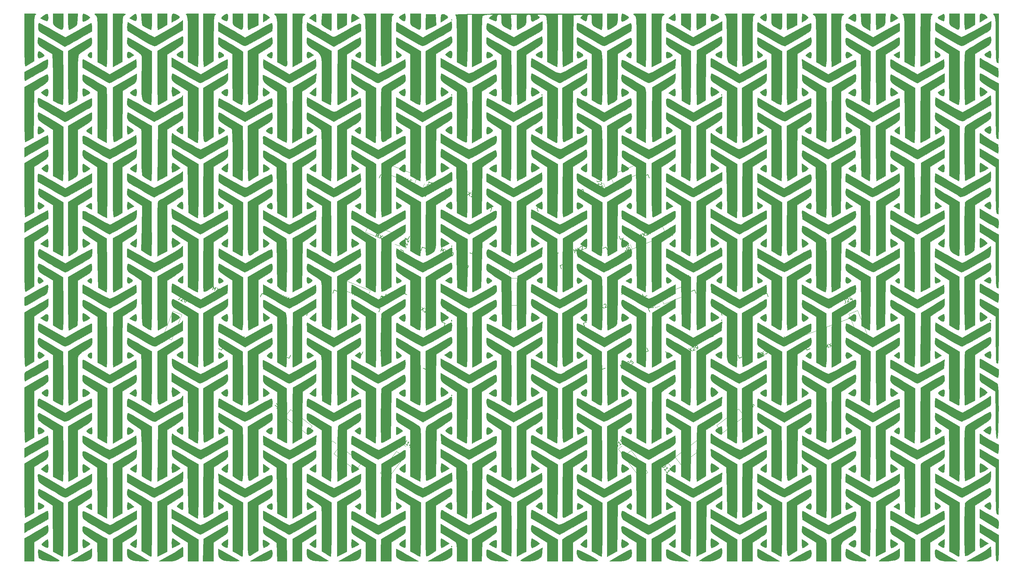
<source format=gbr>
G04 #@! TF.GenerationSoftware,KiCad,Pcbnew,(5.1.4)-1*
G04 #@! TF.CreationDate,2022-12-11T19:40:54-05:00*
G04 #@! TF.ProjectId,ThumbsUp,5468756d-6273-4557-902e-6b696361645f,rev?*
G04 #@! TF.SameCoordinates,Original*
G04 #@! TF.FileFunction,Legend,Top*
G04 #@! TF.FilePolarity,Positive*
%FSLAX46Y46*%
G04 Gerber Fmt 4.6, Leading zero omitted, Abs format (unit mm)*
G04 Created by KiCad (PCBNEW (5.1.4)-1) date 2022-12-11 19:40:54*
%MOMM*%
%LPD*%
G04 APERTURE LIST*
%ADD10C,0.120000*%
%ADD11C,0.010000*%
%ADD12C,0.150000*%
G04 APERTURE END LIST*
D10*
X242200000Y-184750000D02*
X226450000Y-190750000D01*
X238200000Y-186300000D02*
X242200000Y-184750000D01*
D11*
G36*
X129219158Y-101265789D02*
G01*
X129085474Y-101399473D01*
X128951790Y-101265789D01*
X129085474Y-101132105D01*
X129219158Y-101265789D01*
X129219158Y-101265789D01*
G37*
X129219158Y-101265789D02*
X129085474Y-101399473D01*
X128951790Y-101265789D01*
X129085474Y-101132105D01*
X129219158Y-101265789D01*
G36*
X267639010Y-99754160D02*
G01*
X267709611Y-100305187D01*
X267716000Y-100575087D01*
X267680119Y-101319296D01*
X267495119Y-101600217D01*
X267044965Y-101486416D01*
X266579684Y-101246545D01*
X266056354Y-100927648D01*
X265871105Y-100661070D01*
X266063414Y-100376546D01*
X266672762Y-100003812D01*
X267515474Y-99581035D01*
X267639010Y-99754160D01*
X267639010Y-99754160D01*
G37*
X267639010Y-99754160D02*
X267709611Y-100305187D01*
X267716000Y-100575087D01*
X267680119Y-101319296D01*
X267495119Y-101600217D01*
X267044965Y-101486416D01*
X266579684Y-101246545D01*
X266056354Y-100927648D01*
X265871105Y-100661070D01*
X266063414Y-100376546D01*
X266672762Y-100003812D01*
X267515474Y-99581035D01*
X267639010Y-99754160D01*
G36*
X217640434Y-99765226D02*
G01*
X217712824Y-100358068D01*
X217718105Y-100597368D01*
X217638098Y-101355429D01*
X217363598Y-101636844D01*
X216842884Y-101462841D01*
X216385258Y-101144446D01*
X215963852Y-100763629D01*
X215844484Y-100533510D01*
X215850521Y-100526997D01*
X216367870Y-100150723D01*
X216957543Y-99784509D01*
X217410800Y-99554008D01*
X217510228Y-99527895D01*
X217640434Y-99765226D01*
X217640434Y-99765226D01*
G37*
X217640434Y-99765226D02*
X217712824Y-100358068D01*
X217718105Y-100597368D01*
X217638098Y-101355429D01*
X217363598Y-101636844D01*
X216842884Y-101462841D01*
X216385258Y-101144446D01*
X215963852Y-100763629D01*
X215844484Y-100533510D01*
X215850521Y-100526997D01*
X216367870Y-100150723D01*
X216957543Y-99784509D01*
X217410800Y-99554008D01*
X217510228Y-99527895D01*
X217640434Y-99765226D01*
G36*
X203034829Y-99652603D02*
G01*
X203663115Y-99950034D01*
X204168476Y-100305144D01*
X204349684Y-100578598D01*
X204132444Y-100794767D01*
X203608963Y-101106722D01*
X202971599Y-101417011D01*
X202412711Y-101628180D01*
X202201666Y-101666842D01*
X202039913Y-101429623D01*
X201949951Y-100837028D01*
X201943369Y-100597368D01*
X201987404Y-99898940D01*
X202167484Y-99589966D01*
X202487512Y-99527895D01*
X203034829Y-99652603D01*
X203034829Y-99652603D01*
G37*
X203034829Y-99652603D02*
X203663115Y-99950034D01*
X204168476Y-100305144D01*
X204349684Y-100578598D01*
X204132444Y-100794767D01*
X203608963Y-101106722D01*
X202971599Y-101417011D01*
X202412711Y-101628180D01*
X202201666Y-101666842D01*
X202039913Y-101429623D01*
X201949951Y-100837028D01*
X201943369Y-100597368D01*
X201987404Y-99898940D01*
X202167484Y-99589966D01*
X202487512Y-99527895D01*
X203034829Y-99652603D01*
G36*
X191975801Y-99765675D02*
G01*
X192045636Y-100357952D01*
X192050737Y-100597368D01*
X192016735Y-101318192D01*
X191838259Y-101597381D01*
X191400603Y-101494862D01*
X190861366Y-101218747D01*
X190073048Y-100792062D01*
X190861366Y-100161306D01*
X191422862Y-99750573D01*
X191808152Y-99537503D01*
X191850211Y-99529223D01*
X191975801Y-99765675D01*
X191975801Y-99765675D01*
G37*
X191975801Y-99765675D02*
X192045636Y-100357952D01*
X192050737Y-100597368D01*
X192016735Y-101318192D01*
X191838259Y-101597381D01*
X191400603Y-101494862D01*
X190861366Y-101218747D01*
X190073048Y-100792062D01*
X190861366Y-100161306D01*
X191422862Y-99750573D01*
X191808152Y-99537503D01*
X191850211Y-99529223D01*
X191975801Y-99765675D01*
G36*
X116040434Y-99765226D02*
G01*
X116112824Y-100358068D01*
X116118105Y-100597368D01*
X116038098Y-101355429D01*
X115763598Y-101636844D01*
X115242884Y-101462841D01*
X114785258Y-101144446D01*
X114363852Y-100763629D01*
X114244484Y-100533510D01*
X114250521Y-100526997D01*
X114767870Y-100150723D01*
X115357543Y-99784509D01*
X115810800Y-99554008D01*
X115910228Y-99527895D01*
X116040434Y-99765226D01*
X116040434Y-99765226D01*
G37*
X116040434Y-99765226D02*
X116112824Y-100358068D01*
X116118105Y-100597368D01*
X116038098Y-101355429D01*
X115763598Y-101636844D01*
X115242884Y-101462841D01*
X114785258Y-101144446D01*
X114363852Y-100763629D01*
X114244484Y-100533510D01*
X114250521Y-100526997D01*
X114767870Y-100150723D01*
X115357543Y-99784509D01*
X115810800Y-99554008D01*
X115910228Y-99527895D01*
X116040434Y-99765226D01*
G36*
X66110161Y-100038609D02*
G01*
X66120211Y-100597368D01*
X66056843Y-101325672D01*
X65802267Y-101605812D01*
X65259770Y-101491543D01*
X64850211Y-101303244D01*
X64344309Y-100929867D01*
X64350133Y-100535544D01*
X64873056Y-100079823D01*
X65025148Y-99986594D01*
X65681204Y-99630684D01*
X66003377Y-99625992D01*
X66110161Y-100038609D01*
X66110161Y-100038609D01*
G37*
X66110161Y-100038609D02*
X66120211Y-100597368D01*
X66056843Y-101325672D01*
X65802267Y-101605812D01*
X65259770Y-101491543D01*
X64850211Y-101303244D01*
X64344309Y-100929867D01*
X64350133Y-100535544D01*
X64873056Y-100079823D01*
X65025148Y-99986594D01*
X65681204Y-99630684D01*
X66003377Y-99625992D01*
X66110161Y-100038609D01*
G36*
X40422697Y-100001043D02*
G01*
X40452842Y-100597368D01*
X40418799Y-101318368D01*
X40240184Y-101597462D01*
X39802270Y-101494685D01*
X39264431Y-101219250D01*
X38477073Y-100793068D01*
X39212499Y-100160481D01*
X39870344Y-99665800D01*
X40251661Y-99604876D01*
X40422697Y-100001043D01*
X40422697Y-100001043D01*
G37*
X40422697Y-100001043D02*
X40452842Y-100597368D01*
X40418799Y-101318368D01*
X40240184Y-101597462D01*
X39802270Y-101494685D01*
X39264431Y-101219250D01*
X38477073Y-100793068D01*
X39212499Y-100160481D01*
X39870344Y-99665800D01*
X40251661Y-99604876D01*
X40422697Y-100001043D01*
G36*
X15540625Y-99962245D02*
G01*
X15587579Y-100597368D01*
X15530204Y-101307636D01*
X15295756Y-101599215D01*
X14790749Y-101511773D01*
X14150833Y-101206992D01*
X13382507Y-100803865D01*
X14150833Y-100175495D01*
X14876371Y-99665130D01*
X15322014Y-99588872D01*
X15540625Y-99962245D01*
X15540625Y-99962245D01*
G37*
X15540625Y-99962245D02*
X15587579Y-100597368D01*
X15530204Y-101307636D01*
X15295756Y-101599215D01*
X14790749Y-101511773D01*
X14150833Y-101206992D01*
X13382507Y-100803865D01*
X14150833Y-100175495D01*
X14876371Y-99665130D01*
X15322014Y-99588872D01*
X15540625Y-99962245D01*
G36*
X278702529Y-99659176D02*
G01*
X279219440Y-99969745D01*
X279625885Y-100334693D01*
X279761405Y-100629109D01*
X279723659Y-100686261D01*
X279446790Y-100864735D01*
X278880085Y-101212484D01*
X278611263Y-101374850D01*
X277608632Y-101977823D01*
X277608632Y-100752859D01*
X277636984Y-100000229D01*
X277770143Y-99640372D01*
X278080260Y-99532320D01*
X278235614Y-99527895D01*
X278702529Y-99659176D01*
X278702529Y-99659176D01*
G37*
X278702529Y-99659176D02*
X279219440Y-99969745D01*
X279625885Y-100334693D01*
X279761405Y-100629109D01*
X279723659Y-100686261D01*
X279446790Y-100864735D01*
X278880085Y-101212484D01*
X278611263Y-101374850D01*
X277608632Y-101977823D01*
X277608632Y-100752859D01*
X277636984Y-100000229D01*
X277770143Y-99640372D01*
X278080260Y-99532320D01*
X278235614Y-99527895D01*
X278702529Y-99659176D01*
G36*
X253322369Y-99668008D02*
G01*
X253969016Y-100147840D01*
X254689746Y-100767785D01*
X253701274Y-101350998D01*
X253069663Y-101708863D01*
X252657843Y-101914680D01*
X252594401Y-101934210D01*
X252523761Y-101695019D01*
X252481411Y-101089901D01*
X252476000Y-100731052D01*
X252557249Y-99894838D01*
X252826580Y-99545487D01*
X253322369Y-99668008D01*
X253322369Y-99668008D01*
G37*
X253322369Y-99668008D02*
X253969016Y-100147840D01*
X254689746Y-100767785D01*
X253701274Y-101350998D01*
X253069663Y-101708863D01*
X252657843Y-101914680D01*
X252594401Y-101934210D01*
X252523761Y-101695019D01*
X252481411Y-101089901D01*
X252476000Y-100731052D01*
X252557249Y-99894838D01*
X252826580Y-99545487D01*
X253322369Y-99668008D01*
G36*
X242805551Y-99965648D02*
G01*
X242850737Y-100581589D01*
X242804605Y-101277500D01*
X242689878Y-101703135D01*
X242650211Y-101745856D01*
X242314529Y-101691517D01*
X241727363Y-101419589D01*
X241541624Y-101313127D01*
X240633564Y-100769827D01*
X241407940Y-100150189D01*
X242138209Y-99650400D01*
X242586613Y-99583664D01*
X242805551Y-99965648D01*
X242805551Y-99965648D01*
G37*
X242805551Y-99965648D02*
X242850737Y-100581589D01*
X242804605Y-101277500D01*
X242689878Y-101703135D01*
X242650211Y-101745856D01*
X242314529Y-101691517D01*
X241727363Y-101419589D01*
X241541624Y-101313127D01*
X240633564Y-100769827D01*
X241407940Y-100150189D01*
X242138209Y-99650400D01*
X242586613Y-99583664D01*
X242805551Y-99965648D01*
G36*
X228160805Y-99662967D02*
G01*
X228691715Y-99979965D01*
X229172361Y-100346561D01*
X229412366Y-100630424D01*
X229413466Y-100670235D01*
X229157824Y-100945623D01*
X228619190Y-101345801D01*
X228475115Y-101439437D01*
X227610737Y-101986722D01*
X227610737Y-100757308D01*
X227641759Y-100030491D01*
X227720415Y-99589280D01*
X227770010Y-99527895D01*
X228160805Y-99662967D01*
X228160805Y-99662967D01*
G37*
X228160805Y-99662967D02*
X228691715Y-99979965D01*
X229172361Y-100346561D01*
X229412366Y-100630424D01*
X229413466Y-100670235D01*
X229157824Y-100945623D01*
X228619190Y-101345801D01*
X228475115Y-101439437D01*
X227610737Y-101986722D01*
X227610737Y-100757308D01*
X227641759Y-100030491D01*
X227720415Y-99589280D01*
X227770010Y-99527895D01*
X228160805Y-99662967D01*
G36*
X177526717Y-99654023D02*
G01*
X178107477Y-99952483D01*
X178644914Y-100303392D01*
X178937973Y-100586864D01*
X178949684Y-100628605D01*
X178741824Y-100883143D01*
X178246220Y-101224095D01*
X177654835Y-101544471D01*
X177159634Y-101737282D01*
X176966776Y-101733758D01*
X176838306Y-101360076D01*
X176807847Y-100744026D01*
X176862245Y-100097524D01*
X176988346Y-99632487D01*
X177103695Y-99527895D01*
X177526717Y-99654023D01*
X177526717Y-99654023D01*
G37*
X177526717Y-99654023D02*
X178107477Y-99952483D01*
X178644914Y-100303392D01*
X178937973Y-100586864D01*
X178949684Y-100628605D01*
X178741824Y-100883143D01*
X178246220Y-101224095D01*
X177654835Y-101544471D01*
X177159634Y-101737282D01*
X176966776Y-101733758D01*
X176838306Y-101360076D01*
X176807847Y-100744026D01*
X176862245Y-100097524D01*
X176988346Y-99632487D01*
X177103695Y-99527895D01*
X177526717Y-99654023D01*
G36*
X126912329Y-99698962D02*
G01*
X127259909Y-99846996D01*
X127870844Y-100227333D01*
X127996762Y-100585770D01*
X127629132Y-100992359D01*
X127077972Y-101340615D01*
X126010737Y-101950177D01*
X126010737Y-100888499D01*
X126092535Y-100038639D01*
X126374687Y-99657450D01*
X126912329Y-99698962D01*
X126912329Y-99698962D01*
G37*
X126912329Y-99698962D02*
X127259909Y-99846996D01*
X127870844Y-100227333D01*
X127996762Y-100585770D01*
X127629132Y-100992359D01*
X127077972Y-101340615D01*
X126010737Y-101950177D01*
X126010737Y-100888499D01*
X126092535Y-100038639D01*
X126374687Y-99657450D01*
X126912329Y-99698962D01*
G36*
X101650023Y-99679762D02*
G01*
X102337779Y-100163646D01*
X103129032Y-100796741D01*
X102003569Y-101370910D01*
X100878105Y-101945078D01*
X100878105Y-100736486D01*
X100944212Y-99914863D01*
X101181855Y-99570338D01*
X101650023Y-99679762D01*
X101650023Y-99679762D01*
G37*
X101650023Y-99679762D02*
X102337779Y-100163646D01*
X103129032Y-100796741D01*
X102003569Y-101370910D01*
X100878105Y-101945078D01*
X100878105Y-100736486D01*
X100944212Y-99914863D01*
X101181855Y-99570338D01*
X101650023Y-99679762D01*
G36*
X90952816Y-100035870D02*
G01*
X90985474Y-100731052D01*
X90972234Y-101443315D01*
X90938727Y-101862832D01*
X90918632Y-101912060D01*
X90671569Y-101771720D01*
X90137687Y-101449050D01*
X89944043Y-101330052D01*
X89036297Y-100770194D01*
X89758426Y-100149044D01*
X90407595Y-99662213D01*
X90783231Y-99613820D01*
X90952816Y-100035870D01*
X90952816Y-100035870D01*
G37*
X90952816Y-100035870D02*
X90985474Y-100731052D01*
X90972234Y-101443315D01*
X90938727Y-101862832D01*
X90918632Y-101912060D01*
X90671569Y-101771720D01*
X90137687Y-101449050D01*
X89944043Y-101330052D01*
X89036297Y-100770194D01*
X89758426Y-100149044D01*
X90407595Y-99662213D01*
X90783231Y-99613820D01*
X90952816Y-100035870D01*
G36*
X76533625Y-99659269D02*
G01*
X77072051Y-99966850D01*
X77585451Y-100320823D01*
X77871878Y-100591373D01*
X77884421Y-100628605D01*
X77676015Y-100866567D01*
X77155649Y-101237353D01*
X76948632Y-101364047D01*
X76012842Y-101916176D01*
X76012842Y-100722035D01*
X76044725Y-100007395D01*
X76125323Y-99580799D01*
X76172116Y-99527895D01*
X76533625Y-99659269D01*
X76533625Y-99659269D01*
G37*
X76533625Y-99659269D02*
X77072051Y-99966850D01*
X77585451Y-100320823D01*
X77871878Y-100591373D01*
X77884421Y-100628605D01*
X77676015Y-100866567D01*
X77155649Y-101237353D01*
X76948632Y-101364047D01*
X76012842Y-101916176D01*
X76012842Y-100722035D01*
X76044725Y-100007395D01*
X76125323Y-99580799D01*
X76172116Y-99527895D01*
X76533625Y-99659269D01*
G36*
X51519303Y-99689271D02*
G01*
X52105332Y-100032140D01*
X52469953Y-100377080D01*
X52508084Y-100665276D01*
X52168234Y-100981946D01*
X51398911Y-101412306D01*
X51214421Y-101506608D01*
X50345474Y-101947942D01*
X50345474Y-100737918D01*
X50378339Y-99986192D01*
X50519476Y-99629324D01*
X50832696Y-99529289D01*
X50904881Y-99527895D01*
X51519303Y-99689271D01*
X51519303Y-99689271D01*
G37*
X51519303Y-99689271D02*
X52105332Y-100032140D01*
X52469953Y-100377080D01*
X52508084Y-100665276D01*
X52168234Y-100981946D01*
X51398911Y-101412306D01*
X51214421Y-101506608D01*
X50345474Y-101947942D01*
X50345474Y-100737918D01*
X50378339Y-99986192D01*
X50519476Y-99629324D01*
X50832696Y-99529289D01*
X50904881Y-99527895D01*
X51519303Y-99689271D01*
G36*
X25928823Y-99654023D02*
G01*
X26509582Y-99952483D01*
X27047020Y-100303392D01*
X27340078Y-100586864D01*
X27351790Y-100628605D01*
X27143929Y-100883143D01*
X26648325Y-101224095D01*
X26056940Y-101544471D01*
X25561740Y-101737282D01*
X25368881Y-101733758D01*
X25240411Y-101360076D01*
X25209952Y-100744026D01*
X25264350Y-100097524D01*
X25390451Y-99632487D01*
X25505800Y-99527895D01*
X25928823Y-99654023D01*
X25928823Y-99654023D01*
G37*
X25928823Y-99654023D02*
X26509582Y-99952483D01*
X27047020Y-100303392D01*
X27340078Y-100586864D01*
X27351790Y-100628605D01*
X27143929Y-100883143D01*
X26648325Y-101224095D01*
X26056940Y-101544471D01*
X25561740Y-101737282D01*
X25368881Y-101733758D01*
X25240411Y-101360076D01*
X25209952Y-100744026D01*
X25264350Y-100097524D01*
X25390451Y-99632487D01*
X25505800Y-99527895D01*
X25928823Y-99654023D01*
G36*
X276271790Y-102690598D02*
G01*
X275034956Y-103381878D01*
X274295792Y-103772055D01*
X273742073Y-104022718D01*
X273564429Y-104073158D01*
X273458827Y-103826314D01*
X273378060Y-103167603D01*
X273334750Y-102219753D01*
X273330737Y-101800526D01*
X273330737Y-99527895D01*
X276271790Y-99527895D01*
X276271790Y-102690598D01*
X276271790Y-102690598D01*
G37*
X276271790Y-102690598D02*
X275034956Y-103381878D01*
X274295792Y-103772055D01*
X273742073Y-104022718D01*
X273564429Y-104073158D01*
X273458827Y-103826314D01*
X273378060Y-103167603D01*
X273334750Y-102219753D01*
X273330737Y-101800526D01*
X273330737Y-99527895D01*
X276271790Y-99527895D01*
X276271790Y-102690598D01*
G36*
X271993895Y-101800526D02*
G01*
X271979111Y-102983972D01*
X271889720Y-103691028D01*
X271658165Y-103979994D01*
X271216887Y-103909172D01*
X270498328Y-103536862D01*
X270189158Y-103357960D01*
X269557060Y-102968291D01*
X269217710Y-102621299D01*
X269080042Y-102136996D01*
X269052992Y-101335396D01*
X269052842Y-101112073D01*
X269052842Y-99527895D01*
X271993895Y-99527895D01*
X271993895Y-101800526D01*
X271993895Y-101800526D01*
G37*
X271993895Y-101800526D02*
X271979111Y-102983972D01*
X271889720Y-103691028D01*
X271658165Y-103979994D01*
X271216887Y-103909172D01*
X270498328Y-103536862D01*
X270189158Y-103357960D01*
X269557060Y-102968291D01*
X269217710Y-102621299D01*
X269080042Y-102136996D01*
X269052992Y-101335396D01*
X269052842Y-101112073D01*
X269052842Y-99527895D01*
X271993895Y-99527895D01*
X271993895Y-101800526D01*
G36*
X251085074Y-101159512D02*
G01*
X251024648Y-102067384D01*
X250892433Y-102615859D01*
X250594315Y-102979809D01*
X250036179Y-103334109D01*
X249861981Y-103432144D01*
X249175051Y-103803980D01*
X248702260Y-104035294D01*
X248591981Y-104073158D01*
X248534810Y-103826270D01*
X248491086Y-103167451D01*
X248467643Y-102219462D01*
X248465474Y-101800526D01*
X248465474Y-99527895D01*
X251164674Y-99527895D01*
X251085074Y-101159512D01*
X251085074Y-101159512D01*
G37*
X251085074Y-101159512D02*
X251024648Y-102067384D01*
X250892433Y-102615859D01*
X250594315Y-102979809D01*
X250036179Y-103334109D01*
X249861981Y-103432144D01*
X249175051Y-103803980D01*
X248702260Y-104035294D01*
X248591981Y-104073158D01*
X248534810Y-103826270D01*
X248491086Y-103167451D01*
X248467643Y-102219462D01*
X248465474Y-101800526D01*
X248465474Y-99527895D01*
X251164674Y-99527895D01*
X251085074Y-101159512D01*
G36*
X226273895Y-102727307D02*
G01*
X224945941Y-103400233D01*
X224192700Y-103769965D01*
X223649507Y-104014384D01*
X223475415Y-104073158D01*
X223410983Y-103826275D01*
X223361707Y-103167468D01*
X223335288Y-102219495D01*
X223332842Y-101800526D01*
X223332842Y-99527895D01*
X226273895Y-99527895D01*
X226273895Y-102727307D01*
X226273895Y-102727307D01*
G37*
X226273895Y-102727307D02*
X224945941Y-103400233D01*
X224192700Y-103769965D01*
X223649507Y-104014384D01*
X223475415Y-104073158D01*
X223410983Y-103826275D01*
X223361707Y-103167468D01*
X223335288Y-102219495D01*
X223332842Y-101800526D01*
X223332842Y-99527895D01*
X226273895Y-99527895D01*
X226273895Y-102727307D01*
G36*
X221996000Y-101800526D02*
G01*
X221981216Y-102983972D01*
X221891825Y-103691028D01*
X221660270Y-103979994D01*
X221218992Y-103909172D01*
X220500433Y-103536862D01*
X220191263Y-103357960D01*
X219559165Y-102968291D01*
X219219815Y-102621299D01*
X219082148Y-102136996D01*
X219055097Y-101335396D01*
X219054947Y-101112073D01*
X219054947Y-99527895D01*
X221996000Y-99527895D01*
X221996000Y-101800526D01*
X221996000Y-101800526D01*
G37*
X221996000Y-101800526D02*
X221981216Y-102983972D01*
X221891825Y-103691028D01*
X221660270Y-103979994D01*
X221218992Y-103909172D01*
X220500433Y-103536862D01*
X220191263Y-103357960D01*
X219559165Y-102968291D01*
X219219815Y-102621299D01*
X219082148Y-102136996D01*
X219055097Y-101335396D01*
X219054947Y-101112073D01*
X219054947Y-99527895D01*
X221996000Y-99527895D01*
X221996000Y-101800526D01*
G36*
X200606526Y-102685504D02*
G01*
X199422600Y-103379331D01*
X198720874Y-103774506D01*
X198221991Y-104025783D01*
X198085758Y-104073158D01*
X198016653Y-103826279D01*
X197963802Y-103167480D01*
X197935465Y-102219518D01*
X197932842Y-101800526D01*
X197932842Y-99527895D01*
X200606526Y-99527895D01*
X200606526Y-102685504D01*
X200606526Y-102685504D01*
G37*
X200606526Y-102685504D02*
X199422600Y-103379331D01*
X198720874Y-103774506D01*
X198221991Y-104025783D01*
X198085758Y-104073158D01*
X198016653Y-103826279D01*
X197963802Y-103167480D01*
X197935465Y-102219518D01*
X197932842Y-101800526D01*
X197932842Y-99527895D01*
X200606526Y-99527895D01*
X200606526Y-102685504D01*
G36*
X175741263Y-100956982D02*
G01*
X175669091Y-101986703D01*
X175432309Y-102618301D01*
X175273369Y-102796319D01*
X174781687Y-103149619D01*
X174106326Y-103551438D01*
X173444362Y-103893602D01*
X172992874Y-104067935D01*
X172947172Y-104073158D01*
X172880757Y-103826277D01*
X172829964Y-103167473D01*
X172802731Y-102219504D01*
X172800211Y-101800526D01*
X172800211Y-99527895D01*
X175741263Y-99527895D01*
X175741263Y-100956982D01*
X175741263Y-100956982D01*
G37*
X175741263Y-100956982D02*
X175669091Y-101986703D01*
X175432309Y-102618301D01*
X175273369Y-102796319D01*
X174781687Y-103149619D01*
X174106326Y-103551438D01*
X173444362Y-103893602D01*
X172992874Y-104067935D01*
X172947172Y-104073158D01*
X172880757Y-103826277D01*
X172829964Y-103167473D01*
X172802731Y-102219504D01*
X172800211Y-101800526D01*
X172800211Y-99527895D01*
X175741263Y-99527895D01*
X175741263Y-100956982D01*
G36*
X124620064Y-101187850D02*
G01*
X124699918Y-102714120D01*
X123358953Y-103393639D01*
X122599670Y-103765630D01*
X122047601Y-104012447D01*
X121864602Y-104073158D01*
X121803053Y-103826862D01*
X121772829Y-103170900D01*
X121778200Y-102229655D01*
X121788871Y-101867368D01*
X121866526Y-99661579D01*
X124540211Y-99661579D01*
X124620064Y-101187850D01*
X124620064Y-101187850D01*
G37*
X124620064Y-101187850D02*
X124699918Y-102714120D01*
X123358953Y-103393639D01*
X122599670Y-103765630D01*
X122047601Y-104012447D01*
X121864602Y-104073158D01*
X121803053Y-103826862D01*
X121772829Y-103170900D01*
X121778200Y-102229655D01*
X121788871Y-101867368D01*
X121866526Y-99661579D01*
X124540211Y-99661579D01*
X124620064Y-101187850D01*
G36*
X120396000Y-101800526D02*
G01*
X120381216Y-102983972D01*
X120291825Y-103691028D01*
X120060270Y-103979994D01*
X119618992Y-103909172D01*
X118900433Y-103536862D01*
X118591263Y-103357960D01*
X117959165Y-102968291D01*
X117619815Y-102621299D01*
X117482148Y-102136996D01*
X117455097Y-101335396D01*
X117454947Y-101112073D01*
X117454947Y-99527895D01*
X120396000Y-99527895D01*
X120396000Y-101800526D01*
X120396000Y-101800526D01*
G37*
X120396000Y-101800526D02*
X120381216Y-102983972D01*
X120291825Y-103691028D01*
X120060270Y-103979994D01*
X119618992Y-103909172D01*
X118900433Y-103536862D01*
X118591263Y-103357960D01*
X117959165Y-102968291D01*
X117619815Y-102621299D01*
X117482148Y-102136996D01*
X117455097Y-101335396D01*
X117454947Y-101112073D01*
X117454947Y-99527895D01*
X120396000Y-99527895D01*
X120396000Y-101800526D01*
G36*
X99541263Y-102685504D02*
G01*
X98357337Y-103379331D01*
X97655611Y-103774506D01*
X97156728Y-104025783D01*
X97020495Y-104073158D01*
X96951390Y-103826279D01*
X96898539Y-103167480D01*
X96870202Y-102219518D01*
X96867579Y-101800526D01*
X96867579Y-99527895D01*
X99541263Y-99527895D01*
X99541263Y-102685504D01*
X99541263Y-102685504D01*
G37*
X99541263Y-102685504D02*
X98357337Y-103379331D01*
X97655611Y-103774506D01*
X97156728Y-104025783D01*
X97020495Y-104073158D01*
X96951390Y-103826279D01*
X96898539Y-103167480D01*
X96870202Y-102219518D01*
X96867579Y-101800526D01*
X96867579Y-99527895D01*
X99541263Y-99527895D01*
X99541263Y-102685504D01*
G36*
X74676000Y-102727307D02*
G01*
X73348046Y-103400233D01*
X72594806Y-103769965D01*
X72051612Y-104014384D01*
X71877520Y-104073158D01*
X71813089Y-103826275D01*
X71763812Y-103167468D01*
X71737393Y-102219495D01*
X71734947Y-101800526D01*
X71734947Y-99527895D01*
X74676000Y-99527895D01*
X74676000Y-102727307D01*
X74676000Y-102727307D01*
G37*
X74676000Y-102727307D02*
X73348046Y-103400233D01*
X72594806Y-103769965D01*
X72051612Y-104014384D01*
X71877520Y-104073158D01*
X71813089Y-103826275D01*
X71763812Y-103167468D01*
X71737393Y-102219495D01*
X71734947Y-101800526D01*
X71734947Y-99527895D01*
X74676000Y-99527895D01*
X74676000Y-102727307D01*
G36*
X70398105Y-101800526D02*
G01*
X70383321Y-102983972D01*
X70293931Y-103691028D01*
X70062375Y-103979994D01*
X69621097Y-103909172D01*
X68902538Y-103536862D01*
X68593369Y-103357960D01*
X67961270Y-102968291D01*
X67621920Y-102621299D01*
X67484253Y-102136996D01*
X67457203Y-101335396D01*
X67457053Y-101112073D01*
X67457053Y-99527895D01*
X70398105Y-99527895D01*
X70398105Y-101800526D01*
X70398105Y-101800526D01*
G37*
X70398105Y-101800526D02*
X70383321Y-102983972D01*
X70293931Y-103691028D01*
X70062375Y-103979994D01*
X69621097Y-103909172D01*
X68902538Y-103536862D01*
X68593369Y-103357960D01*
X67961270Y-102968291D01*
X67621920Y-102621299D01*
X67484253Y-102136996D01*
X67457203Y-101335396D01*
X67457053Y-101112073D01*
X67457053Y-99527895D01*
X70398105Y-99527895D01*
X70398105Y-101800526D01*
G36*
X49008632Y-102690598D02*
G01*
X47771798Y-103381878D01*
X47061963Y-103768962D01*
X46568794Y-104019825D01*
X46434956Y-104073158D01*
X46389759Y-103826263D01*
X46355194Y-103167427D01*
X46336662Y-102219417D01*
X46334947Y-101800526D01*
X46334947Y-99527895D01*
X49008632Y-99527895D01*
X49008632Y-102690598D01*
X49008632Y-102690598D01*
G37*
X49008632Y-102690598D02*
X47771798Y-103381878D01*
X47061963Y-103768962D01*
X46568794Y-104019825D01*
X46434956Y-104073158D01*
X46389759Y-103826263D01*
X46355194Y-103167427D01*
X46336662Y-102219417D01*
X46334947Y-101800526D01*
X46334947Y-99527895D01*
X49008632Y-99527895D01*
X49008632Y-102690598D01*
G36*
X44730737Y-101800526D02*
G01*
X44708979Y-102825714D01*
X44650914Y-103607562D01*
X44567352Y-104024177D01*
X44530211Y-104061341D01*
X44189725Y-103940133D01*
X43565740Y-103648356D01*
X43260211Y-103493047D01*
X42595700Y-103139789D01*
X42163198Y-102895830D01*
X42090283Y-102847392D01*
X42020757Y-102554638D01*
X41941637Y-101884132D01*
X41881733Y-101143055D01*
X41773637Y-99527895D01*
X44730737Y-99527895D01*
X44730737Y-101800526D01*
X44730737Y-101800526D01*
G37*
X44730737Y-101800526D02*
X44708979Y-102825714D01*
X44650914Y-103607562D01*
X44567352Y-104024177D01*
X44530211Y-104061341D01*
X44189725Y-103940133D01*
X43565740Y-103648356D01*
X43260211Y-103493047D01*
X42595700Y-103139789D01*
X42163198Y-102895830D01*
X42090283Y-102847392D01*
X42020757Y-102554638D01*
X41941637Y-101884132D01*
X41881733Y-101143055D01*
X41773637Y-99527895D01*
X44730737Y-99527895D01*
X44730737Y-101800526D01*
G36*
X23821916Y-101191682D02*
G01*
X23761637Y-102111968D01*
X23634211Y-102668108D01*
X23353391Y-103030350D01*
X22832929Y-103368944D01*
X22672842Y-103459916D01*
X21991311Y-103823206D01*
X21507695Y-104041206D01*
X21402842Y-104068759D01*
X21312242Y-103823988D01*
X21242943Y-103167009D01*
X21205769Y-102220247D01*
X21202316Y-101800526D01*
X21202316Y-99527895D01*
X23901516Y-99527895D01*
X23821916Y-101191682D01*
X23821916Y-101191682D01*
G37*
X23821916Y-101191682D02*
X23761637Y-102111968D01*
X23634211Y-102668108D01*
X23353391Y-103030350D01*
X22832929Y-103368944D01*
X22672842Y-103459916D01*
X21991311Y-103823206D01*
X21507695Y-104041206D01*
X21402842Y-104068759D01*
X21312242Y-103823988D01*
X21242943Y-103167009D01*
X21205769Y-102220247D01*
X21202316Y-101800526D01*
X21202316Y-99527895D01*
X23901516Y-99527895D01*
X23821916Y-101191682D01*
G36*
X19865474Y-101800526D02*
G01*
X19848228Y-102995614D01*
X19753484Y-103712832D01*
X19516730Y-104008893D01*
X19073458Y-103940506D01*
X18359155Y-103564381D01*
X18060737Y-103387053D01*
X17429217Y-102986619D01*
X17089837Y-102632824D01*
X16951867Y-102144413D01*
X16924581Y-101340133D01*
X16924421Y-101116951D01*
X16924421Y-99527895D01*
X19865474Y-99527895D01*
X19865474Y-101800526D01*
X19865474Y-101800526D01*
G37*
X19865474Y-101800526D02*
X19848228Y-102995614D01*
X19753484Y-103712832D01*
X19516730Y-104008893D01*
X19073458Y-103940506D01*
X18359155Y-103564381D01*
X18060737Y-103387053D01*
X17429217Y-102986619D01*
X17089837Y-102632824D01*
X16951867Y-102144413D01*
X16924581Y-101340133D01*
X16924421Y-101116951D01*
X16924421Y-99527895D01*
X19865474Y-99527895D01*
X19865474Y-101800526D01*
G36*
X246861263Y-101934210D02*
G01*
X246854402Y-102990876D01*
X246836020Y-103806353D01*
X246809423Y-104262712D01*
X246794421Y-104319510D01*
X246548507Y-104181160D01*
X245989320Y-103848707D01*
X245524421Y-103567901D01*
X244864737Y-103145906D01*
X244497835Y-102778404D01*
X244327337Y-102286181D01*
X244256866Y-101490020D01*
X244241663Y-101182602D01*
X244162063Y-99527895D01*
X246861263Y-99527895D01*
X246861263Y-101934210D01*
X246861263Y-101934210D01*
G37*
X246861263Y-101934210D02*
X246854402Y-102990876D01*
X246836020Y-103806353D01*
X246809423Y-104262712D01*
X246794421Y-104319510D01*
X246548507Y-104181160D01*
X245989320Y-103848707D01*
X245524421Y-103567901D01*
X244864737Y-103145906D01*
X244497835Y-102778404D01*
X244327337Y-102286181D01*
X244256866Y-101490020D01*
X244241663Y-101182602D01*
X244162063Y-99527895D01*
X246861263Y-99527895D01*
X246861263Y-101934210D01*
G36*
X196328632Y-101934210D02*
G01*
X196321769Y-102991230D01*
X196303383Y-103807410D01*
X196276781Y-104264663D01*
X196261790Y-104321922D01*
X196018955Y-104180766D01*
X195461628Y-103835666D01*
X194924947Y-103497209D01*
X193654947Y-102691101D01*
X193654947Y-99527895D01*
X196328632Y-99527895D01*
X196328632Y-101934210D01*
X196328632Y-101934210D01*
G37*
X196328632Y-101934210D02*
X196321769Y-102991230D01*
X196303383Y-103807410D01*
X196276781Y-104264663D01*
X196261790Y-104321922D01*
X196018955Y-104180766D01*
X195461628Y-103835666D01*
X194924947Y-103497209D01*
X193654947Y-102691101D01*
X193654947Y-99527895D01*
X196328632Y-99527895D01*
X196328632Y-101934210D01*
G36*
X95263369Y-101934210D02*
G01*
X95256513Y-102989290D01*
X95238148Y-103801618D01*
X95211572Y-104253974D01*
X95196526Y-104308691D01*
X94945857Y-104172423D01*
X94371841Y-103855592D01*
X93862920Y-103573428D01*
X93136289Y-103133360D01*
X92630599Y-102758640D01*
X92492304Y-102600097D01*
X92457302Y-102196860D01*
X92481120Y-101459639D01*
X92523086Y-100929044D01*
X92657718Y-99527895D01*
X95263369Y-99527895D01*
X95263369Y-101934210D01*
X95263369Y-101934210D01*
G37*
X95263369Y-101934210D02*
X95256513Y-102989290D01*
X95238148Y-103801618D01*
X95211572Y-104253974D01*
X95196526Y-104308691D01*
X94945857Y-104172423D01*
X94371841Y-103855592D01*
X93862920Y-103573428D01*
X93136289Y-103133360D01*
X92630599Y-102758640D01*
X92492304Y-102600097D01*
X92457302Y-102196860D01*
X92481120Y-101459639D01*
X92523086Y-100929044D01*
X92657718Y-99527895D01*
X95263369Y-99527895D01*
X95263369Y-101934210D01*
G36*
X280817053Y-102825235D02*
G01*
X280795327Y-103481613D01*
X280661517Y-103924197D01*
X280312674Y-104296154D01*
X279645848Y-104740650D01*
X279279684Y-104963180D01*
X277421163Y-106070393D01*
X275788493Y-107012095D01*
X274431160Y-107761391D01*
X273398648Y-108291389D01*
X272740442Y-108575196D01*
X272557107Y-108616618D01*
X272182595Y-108484073D01*
X271447351Y-108121206D01*
X270445949Y-107578119D01*
X269272967Y-106904913D01*
X268829242Y-106641754D01*
X267629377Y-105916978D01*
X266586735Y-105273991D01*
X265791551Y-104769434D01*
X265334056Y-104459946D01*
X265269462Y-104407251D01*
X265122627Y-103993064D01*
X265080484Y-103285717D01*
X265092010Y-103063282D01*
X265176000Y-101980755D01*
X268651790Y-103985927D01*
X269888141Y-104696464D01*
X270968674Y-105312358D01*
X271804816Y-105783515D01*
X272307996Y-106059840D01*
X272403672Y-106107905D01*
X272741098Y-106024945D01*
X273477155Y-105696543D01*
X274552736Y-105153704D01*
X275908738Y-104427433D01*
X277486056Y-103548736D01*
X279225586Y-102548617D01*
X279547053Y-102360622D01*
X280817053Y-101616030D01*
X280817053Y-102825235D01*
X280817053Y-102825235D01*
G37*
X280817053Y-102825235D02*
X280795327Y-103481613D01*
X280661517Y-103924197D01*
X280312674Y-104296154D01*
X279645848Y-104740650D01*
X279279684Y-104963180D01*
X277421163Y-106070393D01*
X275788493Y-107012095D01*
X274431160Y-107761391D01*
X273398648Y-108291389D01*
X272740442Y-108575196D01*
X272557107Y-108616618D01*
X272182595Y-108484073D01*
X271447351Y-108121206D01*
X270445949Y-107578119D01*
X269272967Y-106904913D01*
X268829242Y-106641754D01*
X267629377Y-105916978D01*
X266586735Y-105273991D01*
X265791551Y-104769434D01*
X265334056Y-104459946D01*
X265269462Y-104407251D01*
X265122627Y-103993064D01*
X265080484Y-103285717D01*
X265092010Y-103063282D01*
X265176000Y-101980755D01*
X268651790Y-103985927D01*
X269888141Y-104696464D01*
X270968674Y-105312358D01*
X271804816Y-105783515D01*
X272307996Y-106059840D01*
X272403672Y-106107905D01*
X272741098Y-106024945D01*
X273477155Y-105696543D01*
X274552736Y-105153704D01*
X275908738Y-104427433D01*
X277486056Y-103548736D01*
X279225586Y-102548617D01*
X279547053Y-102360622D01*
X280817053Y-101616030D01*
X280817053Y-102825235D01*
G36*
X205140064Y-102959415D02*
G01*
X205128339Y-104206842D01*
X201293898Y-106412631D01*
X199977489Y-107152021D01*
X198793742Y-107783525D01*
X197831662Y-108262245D01*
X197180254Y-108543276D01*
X196960886Y-108598577D01*
X196564437Y-108459554D01*
X195806053Y-108090027D01*
X194779481Y-107539306D01*
X193578468Y-106856704D01*
X192986526Y-106508003D01*
X189510737Y-104437272D01*
X189428522Y-103319426D01*
X189439969Y-102534785D01*
X189614687Y-102208186D01*
X189657412Y-102201579D01*
X189987849Y-102327979D01*
X190692327Y-102676321D01*
X191682290Y-103200314D01*
X192869185Y-103853668D01*
X193517762Y-104219481D01*
X197067006Y-106237383D01*
X205151790Y-101711989D01*
X205140064Y-102959415D01*
X205140064Y-102959415D01*
G37*
X205140064Y-102959415D02*
X205128339Y-104206842D01*
X201293898Y-106412631D01*
X199977489Y-107152021D01*
X198793742Y-107783525D01*
X197831662Y-108262245D01*
X197180254Y-108543276D01*
X196960886Y-108598577D01*
X196564437Y-108459554D01*
X195806053Y-108090027D01*
X194779481Y-107539306D01*
X193578468Y-106856704D01*
X192986526Y-106508003D01*
X189510737Y-104437272D01*
X189428522Y-103319426D01*
X189439969Y-102534785D01*
X189614687Y-102208186D01*
X189657412Y-102201579D01*
X189987849Y-102327979D01*
X190692327Y-102676321D01*
X191682290Y-103200314D01*
X192869185Y-103853668D01*
X193517762Y-104219481D01*
X197067006Y-106237383D01*
X205151790Y-101711989D01*
X205140064Y-102959415D01*
G36*
X164733042Y-102197949D02*
G01*
X165398873Y-102512763D01*
X166359665Y-103014131D01*
X167532649Y-103659432D01*
X168328439Y-104112117D01*
X172011404Y-106232742D01*
X173408439Y-105464784D01*
X174302070Y-104968990D01*
X175452263Y-104324592D01*
X176651215Y-103648145D01*
X177001989Y-103449202D01*
X177981347Y-102907033D01*
X178792994Y-102483876D01*
X179320938Y-102238921D01*
X179446930Y-102201579D01*
X179590802Y-102439146D01*
X179658184Y-103036315D01*
X179656730Y-103330595D01*
X179618105Y-104459612D01*
X176008632Y-106534604D01*
X174738666Y-107250630D01*
X173611060Y-107860133D01*
X172715686Y-108316546D01*
X172142417Y-108573304D01*
X171998105Y-108612546D01*
X171590294Y-108484700D01*
X170866249Y-108142820D01*
X169964683Y-107653887D01*
X169725474Y-107515154D01*
X167998658Y-106501411D01*
X166676391Y-105721734D01*
X165705054Y-105134460D01*
X165031030Y-104697926D01*
X164600701Y-104370467D01*
X164360448Y-104110421D01*
X164256653Y-103876125D01*
X164235699Y-103625914D01*
X164243966Y-103318125D01*
X164244421Y-103256156D01*
X164291976Y-102567885D01*
X164409790Y-102149350D01*
X164444947Y-102112315D01*
X164733042Y-102197949D01*
X164733042Y-102197949D01*
G37*
X164733042Y-102197949D02*
X165398873Y-102512763D01*
X166359665Y-103014131D01*
X167532649Y-103659432D01*
X168328439Y-104112117D01*
X172011404Y-106232742D01*
X173408439Y-105464784D01*
X174302070Y-104968990D01*
X175452263Y-104324592D01*
X176651215Y-103648145D01*
X177001989Y-103449202D01*
X177981347Y-102907033D01*
X178792994Y-102483876D01*
X179320938Y-102238921D01*
X179446930Y-102201579D01*
X179590802Y-102439146D01*
X179658184Y-103036315D01*
X179656730Y-103330595D01*
X179618105Y-104459612D01*
X176008632Y-106534604D01*
X174738666Y-107250630D01*
X173611060Y-107860133D01*
X172715686Y-108316546D01*
X172142417Y-108573304D01*
X171998105Y-108612546D01*
X171590294Y-108484700D01*
X170866249Y-108142820D01*
X169964683Y-107653887D01*
X169725474Y-107515154D01*
X167998658Y-106501411D01*
X166676391Y-105721734D01*
X165705054Y-105134460D01*
X165031030Y-104697926D01*
X164600701Y-104370467D01*
X164360448Y-104110421D01*
X164256653Y-103876125D01*
X164235699Y-103625914D01*
X164243966Y-103318125D01*
X164244421Y-103256156D01*
X164291976Y-102567885D01*
X164409790Y-102149350D01*
X164444947Y-102112315D01*
X164733042Y-102197949D01*
G36*
X129170926Y-102815636D02*
G01*
X129169844Y-103604960D01*
X128967037Y-104081350D01*
X128666304Y-104339939D01*
X127929023Y-104812588D01*
X126935262Y-105409676D01*
X125782148Y-106077447D01*
X124566809Y-106762147D01*
X123386371Y-107410022D01*
X122337962Y-107967316D01*
X121518710Y-108380275D01*
X121025741Y-108595143D01*
X120944259Y-108613674D01*
X120578243Y-108482173D01*
X119844764Y-108122972D01*
X118834703Y-107583804D01*
X117638942Y-106912402D01*
X116999036Y-106541568D01*
X113468388Y-104474210D01*
X113456404Y-103188431D01*
X113486266Y-102469105D01*
X113575731Y-102056319D01*
X113644947Y-102013909D01*
X113935374Y-102180613D01*
X114602841Y-102566283D01*
X115561899Y-103121472D01*
X116727098Y-103796730D01*
X117368405Y-104168636D01*
X118595894Y-104876486D01*
X119652624Y-105477993D01*
X120455996Y-105926760D01*
X120923415Y-106176394D01*
X121006387Y-106212105D01*
X121265143Y-106086676D01*
X121910270Y-105739059D01*
X122863794Y-105212256D01*
X124047742Y-104549270D01*
X125103456Y-103952538D01*
X129085474Y-101692972D01*
X129170926Y-102815636D01*
X129170926Y-102815636D01*
G37*
X129170926Y-102815636D02*
X129169844Y-103604960D01*
X128967037Y-104081350D01*
X128666304Y-104339939D01*
X127929023Y-104812588D01*
X126935262Y-105409676D01*
X125782148Y-106077447D01*
X124566809Y-106762147D01*
X123386371Y-107410022D01*
X122337962Y-107967316D01*
X121518710Y-108380275D01*
X121025741Y-108595143D01*
X120944259Y-108613674D01*
X120578243Y-108482173D01*
X119844764Y-108122972D01*
X118834703Y-107583804D01*
X117638942Y-106912402D01*
X116999036Y-106541568D01*
X113468388Y-104474210D01*
X113456404Y-103188431D01*
X113486266Y-102469105D01*
X113575731Y-102056319D01*
X113644947Y-102013909D01*
X113935374Y-102180613D01*
X114602841Y-102566283D01*
X115561899Y-103121472D01*
X116727098Y-103796730D01*
X117368405Y-104168636D01*
X118595894Y-104876486D01*
X119652624Y-105477993D01*
X120455996Y-105926760D01*
X120923415Y-106176394D01*
X121006387Y-106212105D01*
X121265143Y-106086676D01*
X121910270Y-105739059D01*
X122863794Y-105212256D01*
X124047742Y-104549270D01*
X125103456Y-103952538D01*
X129085474Y-101692972D01*
X129170926Y-102815636D01*
G36*
X64315474Y-102420735D02*
G01*
X65129873Y-102903066D01*
X66053844Y-103430787D01*
X66253895Y-103542152D01*
X67027902Y-103977252D01*
X68048278Y-104560242D01*
X69100212Y-105168355D01*
X69146400Y-105195247D01*
X70969432Y-106257062D01*
X74597483Y-104229320D01*
X75860972Y-103531581D01*
X76965434Y-102937554D01*
X77824772Y-102492306D01*
X78352890Y-102240901D01*
X78471403Y-102201579D01*
X78604306Y-102438310D01*
X78648010Y-103033704D01*
X78635057Y-103331990D01*
X78552842Y-104462401D01*
X74943369Y-106535999D01*
X73673340Y-107251423D01*
X72545690Y-107860108D01*
X71650306Y-108315569D01*
X71077074Y-108571320D01*
X70932842Y-108610023D01*
X70571771Y-108480465D01*
X69842691Y-108123158D01*
X68836034Y-107585627D01*
X67642232Y-106915395D01*
X66998223Y-106542331D01*
X63464655Y-104474210D01*
X63455591Y-103182404D01*
X63446526Y-101890597D01*
X64315474Y-102420735D01*
X64315474Y-102420735D01*
G37*
X64315474Y-102420735D02*
X65129873Y-102903066D01*
X66053844Y-103430787D01*
X66253895Y-103542152D01*
X67027902Y-103977252D01*
X68048278Y-104560242D01*
X69100212Y-105168355D01*
X69146400Y-105195247D01*
X70969432Y-106257062D01*
X74597483Y-104229320D01*
X75860972Y-103531581D01*
X76965434Y-102937554D01*
X77824772Y-102492306D01*
X78352890Y-102240901D01*
X78471403Y-102201579D01*
X78604306Y-102438310D01*
X78648010Y-103033704D01*
X78635057Y-103331990D01*
X78552842Y-104462401D01*
X74943369Y-106535999D01*
X73673340Y-107251423D01*
X72545690Y-107860108D01*
X71650306Y-108315569D01*
X71077074Y-108571320D01*
X70932842Y-108610023D01*
X70571771Y-108480465D01*
X69842691Y-108123158D01*
X68836034Y-107585627D01*
X67642232Y-106915395D01*
X66998223Y-106542331D01*
X63464655Y-104474210D01*
X63455591Y-103182404D01*
X63446526Y-101890597D01*
X64315474Y-102420735D01*
G36*
X255090874Y-102439899D02*
G01*
X255142833Y-103039189D01*
X255147570Y-103337895D01*
X255145455Y-104474210D01*
X252139675Y-106201219D01*
X250926396Y-106898319D01*
X249810802Y-107539283D01*
X248912578Y-108055347D01*
X248351407Y-108377749D01*
X248331790Y-108389019D01*
X247529684Y-108849810D01*
X243786526Y-106643740D01*
X242387787Y-105813092D01*
X241385213Y-105193602D01*
X240710957Y-104730652D01*
X240297170Y-104369626D01*
X240076006Y-104055908D01*
X239979617Y-103734879D01*
X239957688Y-103561540D01*
X239915474Y-102933991D01*
X239972638Y-102526841D01*
X240189266Y-102348470D01*
X240625444Y-102407255D01*
X241341257Y-102711574D01*
X242396792Y-103269806D01*
X243852133Y-104090330D01*
X243885240Y-104109193D01*
X247626701Y-106241202D01*
X251238162Y-104221390D01*
X252490033Y-103526395D01*
X253573392Y-102934701D01*
X254404647Y-102491193D01*
X254900206Y-102240760D01*
X254999653Y-102201579D01*
X255090874Y-102439899D01*
X255090874Y-102439899D01*
G37*
X255090874Y-102439899D02*
X255142833Y-103039189D01*
X255147570Y-103337895D01*
X255145455Y-104474210D01*
X252139675Y-106201219D01*
X250926396Y-106898319D01*
X249810802Y-107539283D01*
X248912578Y-108055347D01*
X248351407Y-108377749D01*
X248331790Y-108389019D01*
X247529684Y-108849810D01*
X243786526Y-106643740D01*
X242387787Y-105813092D01*
X241385213Y-105193602D01*
X240710957Y-104730652D01*
X240297170Y-104369626D01*
X240076006Y-104055908D01*
X239979617Y-103734879D01*
X239957688Y-103561540D01*
X239915474Y-102933991D01*
X239972638Y-102526841D01*
X240189266Y-102348470D01*
X240625444Y-102407255D01*
X241341257Y-102711574D01*
X242396792Y-103269806D01*
X243852133Y-104090330D01*
X243885240Y-104109193D01*
X247626701Y-106241202D01*
X251238162Y-104221390D01*
X252490033Y-103526395D01*
X253573392Y-102934701D01*
X254404647Y-102491193D01*
X254900206Y-102240760D01*
X254999653Y-102201579D01*
X255090874Y-102439899D01*
G36*
X215535244Y-102186528D02*
G01*
X216203210Y-102573267D01*
X217163771Y-103129467D01*
X218331853Y-103805868D01*
X219000725Y-104193206D01*
X222555976Y-106252044D01*
X226085988Y-104293653D01*
X227344215Y-103602286D01*
X228452677Y-103005714D01*
X229320195Y-102552056D01*
X229855590Y-102289431D01*
X229966697Y-102245641D01*
X230187675Y-102341421D01*
X230254650Y-102836834D01*
X230234065Y-103294933D01*
X230172291Y-103855834D01*
X230021987Y-104266303D01*
X229688339Y-104631795D01*
X229076532Y-105057768D01*
X228145474Y-105617962D01*
X226991713Y-106291930D01*
X225792932Y-106980456D01*
X224784320Y-107548616D01*
X224669684Y-107611971D01*
X223849333Y-108074000D01*
X223203339Y-108456337D01*
X222912860Y-108646801D01*
X222577330Y-108600765D01*
X221844950Y-108292677D01*
X220769366Y-107748573D01*
X219404227Y-106994489D01*
X218845936Y-106672974D01*
X215065312Y-104474210D01*
X215054866Y-103188431D01*
X215085589Y-102470163D01*
X215175552Y-102059466D01*
X215244947Y-102018510D01*
X215535244Y-102186528D01*
X215535244Y-102186528D01*
G37*
X215535244Y-102186528D02*
X216203210Y-102573267D01*
X217163771Y-103129467D01*
X218331853Y-103805868D01*
X219000725Y-104193206D01*
X222555976Y-106252044D01*
X226085988Y-104293653D01*
X227344215Y-103602286D01*
X228452677Y-103005714D01*
X229320195Y-102552056D01*
X229855590Y-102289431D01*
X229966697Y-102245641D01*
X230187675Y-102341421D01*
X230254650Y-102836834D01*
X230234065Y-103294933D01*
X230172291Y-103855834D01*
X230021987Y-104266303D01*
X229688339Y-104631795D01*
X229076532Y-105057768D01*
X228145474Y-105617962D01*
X226991713Y-106291930D01*
X225792932Y-106980456D01*
X224784320Y-107548616D01*
X224669684Y-107611971D01*
X223849333Y-108074000D01*
X223203339Y-108456337D01*
X222912860Y-108646801D01*
X222577330Y-108600765D01*
X221844950Y-108292677D01*
X220769366Y-107748573D01*
X219404227Y-106994489D01*
X218845936Y-106672974D01*
X215065312Y-104474210D01*
X215054866Y-103188431D01*
X215085589Y-102470163D01*
X215175552Y-102059466D01*
X215244947Y-102018510D01*
X215535244Y-102186528D01*
G36*
X154617468Y-102951360D02*
G01*
X154620142Y-103459975D01*
X154582305Y-103834662D01*
X154432750Y-104143436D01*
X154100271Y-104454313D01*
X153513662Y-104835310D01*
X152601716Y-105354444D01*
X151410737Y-106014428D01*
X150439784Y-106564831D01*
X149500748Y-107115072D01*
X149004421Y-107417204D01*
X147912255Y-108087798D01*
X147151836Y-108492337D01*
X146606800Y-108656549D01*
X146160779Y-108606163D01*
X145697408Y-108366906D01*
X145450114Y-108203042D01*
X144834113Y-107803725D01*
X144422138Y-107572240D01*
X144352094Y-107548947D01*
X144083419Y-107418671D01*
X143453535Y-107064307D01*
X142557550Y-106540552D01*
X141530541Y-105926256D01*
X140388102Y-105230610D01*
X139626541Y-104733915D01*
X139168624Y-104359297D01*
X138937119Y-104029880D01*
X138854795Y-103668791D01*
X138844421Y-103252572D01*
X138912870Y-102569517D01*
X139087894Y-102218714D01*
X139144567Y-102201579D01*
X139471092Y-102327247D01*
X140173187Y-102673709D01*
X141162888Y-103195148D01*
X142352229Y-103845752D01*
X143028317Y-104224379D01*
X146611922Y-106247179D01*
X147473961Y-105727619D01*
X148192836Y-105307260D01*
X149135778Y-104772219D01*
X149806526Y-104399457D01*
X150856235Y-103817767D01*
X152068394Y-103139612D01*
X152948105Y-102643367D01*
X154619158Y-101695878D01*
X154617468Y-102951360D01*
X154617468Y-102951360D01*
G37*
X154617468Y-102951360D02*
X154620142Y-103459975D01*
X154582305Y-103834662D01*
X154432750Y-104143436D01*
X154100271Y-104454313D01*
X153513662Y-104835310D01*
X152601716Y-105354444D01*
X151410737Y-106014428D01*
X150439784Y-106564831D01*
X149500748Y-107115072D01*
X149004421Y-107417204D01*
X147912255Y-108087798D01*
X147151836Y-108492337D01*
X146606800Y-108656549D01*
X146160779Y-108606163D01*
X145697408Y-108366906D01*
X145450114Y-108203042D01*
X144834113Y-107803725D01*
X144422138Y-107572240D01*
X144352094Y-107548947D01*
X144083419Y-107418671D01*
X143453535Y-107064307D01*
X142557550Y-106540552D01*
X141530541Y-105926256D01*
X140388102Y-105230610D01*
X139626541Y-104733915D01*
X139168624Y-104359297D01*
X138937119Y-104029880D01*
X138854795Y-103668791D01*
X138844421Y-103252572D01*
X138912870Y-102569517D01*
X139087894Y-102218714D01*
X139144567Y-102201579D01*
X139471092Y-102327247D01*
X140173187Y-102673709D01*
X141162888Y-103195148D01*
X142352229Y-103845752D01*
X143028317Y-104224379D01*
X146611922Y-106247179D01*
X147473961Y-105727619D01*
X148192836Y-105307260D01*
X149135778Y-104772219D01*
X149806526Y-104399457D01*
X150856235Y-103817767D01*
X152068394Y-103139612D01*
X152948105Y-102643367D01*
X154619158Y-101695878D01*
X154617468Y-102951360D01*
G36*
X90584421Y-103164712D02*
G01*
X91690892Y-103797153D01*
X92762970Y-104407695D01*
X93615834Y-104891151D01*
X93813912Y-105002761D01*
X94598331Y-105450641D01*
X95264129Y-105842449D01*
X95429852Y-105943782D01*
X95692186Y-106044624D01*
X96043280Y-106019856D01*
X96563475Y-105837058D01*
X97333114Y-105463805D01*
X98432538Y-104867677D01*
X99290476Y-104385820D01*
X100799940Y-103531799D01*
X101903953Y-102919398D01*
X102665675Y-102532657D01*
X103148263Y-102355612D01*
X103414877Y-102372301D01*
X103528676Y-102566762D01*
X103552817Y-102923033D01*
X103550025Y-103309289D01*
X103548261Y-104474210D01*
X101216500Y-105811052D01*
X100012417Y-106501257D01*
X98787273Y-107203339D01*
X97741872Y-107802233D01*
X97408264Y-107993280D01*
X95931790Y-108838666D01*
X92343455Y-106731051D01*
X91091211Y-105989467D01*
X89997691Y-105330429D01*
X89148569Y-104806462D01*
X88629519Y-104470095D01*
X88516307Y-104384623D01*
X88384886Y-103987082D01*
X88348973Y-103287230D01*
X88361484Y-103042689D01*
X88445474Y-101939569D01*
X90584421Y-103164712D01*
X90584421Y-103164712D01*
G37*
X90584421Y-103164712D02*
X91690892Y-103797153D01*
X92762970Y-104407695D01*
X93615834Y-104891151D01*
X93813912Y-105002761D01*
X94598331Y-105450641D01*
X95264129Y-105842449D01*
X95429852Y-105943782D01*
X95692186Y-106044624D01*
X96043280Y-106019856D01*
X96563475Y-105837058D01*
X97333114Y-105463805D01*
X98432538Y-104867677D01*
X99290476Y-104385820D01*
X100799940Y-103531799D01*
X101903953Y-102919398D01*
X102665675Y-102532657D01*
X103148263Y-102355612D01*
X103414877Y-102372301D01*
X103528676Y-102566762D01*
X103552817Y-102923033D01*
X103550025Y-103309289D01*
X103548261Y-104474210D01*
X101216500Y-105811052D01*
X100012417Y-106501257D01*
X98787273Y-107203339D01*
X97741872Y-107802233D01*
X97408264Y-107993280D01*
X95931790Y-108838666D01*
X92343455Y-106731051D01*
X91091211Y-105989467D01*
X89997691Y-105330429D01*
X89148569Y-104806462D01*
X88629519Y-104470095D01*
X88516307Y-104384623D01*
X88384886Y-103987082D01*
X88348973Y-103287230D01*
X88361484Y-103042689D01*
X88445474Y-101939569D01*
X90584421Y-103164712D01*
G36*
X53442550Y-101432155D02*
G01*
X53469841Y-101879838D01*
X53463828Y-102588805D01*
X53420211Y-104179189D01*
X50078105Y-106141121D01*
X48824316Y-106875113D01*
X47683533Y-107539230D01*
X46760378Y-108072832D01*
X46159471Y-108415278D01*
X46051369Y-108475105D01*
X45767199Y-108601625D01*
X45464337Y-108631361D01*
X45062395Y-108531311D01*
X44480983Y-108268472D01*
X43639712Y-107809843D01*
X42458193Y-107122420D01*
X41781505Y-106722188D01*
X40532593Y-105976303D01*
X39443170Y-105315004D01*
X38598232Y-104790720D01*
X38082777Y-104455879D01*
X37970567Y-104371514D01*
X37847758Y-103983239D01*
X37815832Y-103288329D01*
X37828852Y-103035603D01*
X37912842Y-101925398D01*
X40720211Y-103556165D01*
X41921350Y-104248574D01*
X43053195Y-104891611D01*
X43980141Y-105408784D01*
X44523201Y-105701377D01*
X45518823Y-106215821D01*
X49392015Y-104028568D01*
X50692497Y-103273798D01*
X51821992Y-102579607D01*
X52699826Y-101998684D01*
X53245323Y-101583719D01*
X53386327Y-101419867D01*
X53442550Y-101432155D01*
X53442550Y-101432155D01*
G37*
X53442550Y-101432155D02*
X53469841Y-101879838D01*
X53463828Y-102588805D01*
X53420211Y-104179189D01*
X50078105Y-106141121D01*
X48824316Y-106875113D01*
X47683533Y-107539230D01*
X46760378Y-108072832D01*
X46159471Y-108415278D01*
X46051369Y-108475105D01*
X45767199Y-108601625D01*
X45464337Y-108631361D01*
X45062395Y-108531311D01*
X44480983Y-108268472D01*
X43639712Y-107809843D01*
X42458193Y-107122420D01*
X41781505Y-106722188D01*
X40532593Y-105976303D01*
X39443170Y-105315004D01*
X38598232Y-104790720D01*
X38082777Y-104455879D01*
X37970567Y-104371514D01*
X37847758Y-103983239D01*
X37815832Y-103288329D01*
X37828852Y-103035603D01*
X37912842Y-101925398D01*
X40720211Y-103556165D01*
X41921350Y-104248574D01*
X43053195Y-104891611D01*
X43980141Y-105408784D01*
X44523201Y-105701377D01*
X45518823Y-106215821D01*
X49392015Y-104028568D01*
X50692497Y-103273798D01*
X51821992Y-102579607D01*
X52699826Y-101998684D01*
X53245323Y-101583719D01*
X53386327Y-101419867D01*
X53442550Y-101432155D01*
G36*
X13298583Y-102279579D02*
G01*
X13971891Y-102619092D01*
X14936681Y-103138465D01*
X16108007Y-103792458D01*
X16806885Y-104191644D01*
X20390582Y-106254543D01*
X23980709Y-104228061D01*
X25228127Y-103529434D01*
X26308112Y-102934966D01*
X27136861Y-102489969D01*
X27630569Y-102239755D01*
X27728682Y-102201579D01*
X27824440Y-102440150D01*
X27880482Y-103041170D01*
X27886526Y-103357417D01*
X27886526Y-104513256D01*
X25146000Y-106082264D01*
X23942920Y-106768883D01*
X22798319Y-107418315D01*
X21855973Y-107949193D01*
X21336000Y-108238438D01*
X20266526Y-108825604D01*
X17191790Y-106988984D01*
X15988579Y-106271024D01*
X14897741Y-105621487D01*
X14029315Y-105105802D01*
X13493344Y-104789400D01*
X13448632Y-104763293D01*
X12993222Y-104379935D01*
X12804776Y-103812183D01*
X12780211Y-103287901D01*
X12828983Y-102601763D01*
X12950927Y-102202500D01*
X13001699Y-102165162D01*
X13298583Y-102279579D01*
X13298583Y-102279579D01*
G37*
X13298583Y-102279579D02*
X13971891Y-102619092D01*
X14936681Y-103138465D01*
X16108007Y-103792458D01*
X16806885Y-104191644D01*
X20390582Y-106254543D01*
X23980709Y-104228061D01*
X25228127Y-103529434D01*
X26308112Y-102934966D01*
X27136861Y-102489969D01*
X27630569Y-102239755D01*
X27728682Y-102201579D01*
X27824440Y-102440150D01*
X27880482Y-103041170D01*
X27886526Y-103357417D01*
X27886526Y-104513256D01*
X25146000Y-106082264D01*
X23942920Y-106768883D01*
X22798319Y-107418315D01*
X21855973Y-107949193D01*
X21336000Y-108238438D01*
X20266526Y-108825604D01*
X17191790Y-106988984D01*
X15988579Y-106271024D01*
X14897741Y-105621487D01*
X14029315Y-105105802D01*
X13493344Y-104789400D01*
X13448632Y-104763293D01*
X12993222Y-104379935D01*
X12804776Y-103812183D01*
X12780211Y-103287901D01*
X12828983Y-102601763D01*
X12950927Y-102202500D01*
X13001699Y-102165162D01*
X13298583Y-102279579D01*
G36*
X280807004Y-110465977D02*
G01*
X280817053Y-111024737D01*
X280780682Y-111755456D01*
X280594311Y-112029120D01*
X280142046Y-111911937D01*
X279680737Y-111673914D01*
X279104847Y-111293932D01*
X279017302Y-110971514D01*
X279421587Y-110600169D01*
X279721990Y-110413962D01*
X280378046Y-110058052D01*
X280700219Y-110053360D01*
X280807004Y-110465977D01*
X280807004Y-110465977D01*
G37*
X280807004Y-110465977D02*
X280817053Y-111024737D01*
X280780682Y-111755456D01*
X280594311Y-112029120D01*
X280142046Y-111911937D01*
X279680737Y-111673914D01*
X279104847Y-111293932D01*
X279017302Y-110971514D01*
X279421587Y-110600169D01*
X279721990Y-110413962D01*
X280378046Y-110058052D01*
X280700219Y-110053360D01*
X280807004Y-110465977D01*
G36*
X265842731Y-110435593D02*
G01*
X266475900Y-110902286D01*
X266586253Y-111305434D01*
X266176835Y-111678500D01*
X265965525Y-111783925D01*
X265391107Y-112024787D01*
X265124069Y-111984631D01*
X265046683Y-111568232D01*
X265042316Y-111037172D01*
X265042316Y-109980134D01*
X265842731Y-110435593D01*
X265842731Y-110435593D01*
G37*
X265842731Y-110435593D02*
X266475900Y-110902286D01*
X266586253Y-111305434D01*
X266176835Y-111678500D01*
X265965525Y-111783925D01*
X265391107Y-112024787D01*
X265124069Y-111984631D01*
X265046683Y-111568232D01*
X265042316Y-111037172D01*
X265042316Y-109980134D01*
X265842731Y-110435593D01*
G36*
X255149684Y-111151555D02*
G01*
X255083754Y-111842291D01*
X254840337Y-112055828D01*
X254350998Y-111819860D01*
X254056410Y-111593964D01*
X253438633Y-111093718D01*
X254294158Y-110651309D01*
X255149684Y-110208899D01*
X255149684Y-111151555D01*
X255149684Y-111151555D01*
G37*
X255149684Y-111151555D02*
X255083754Y-111842291D01*
X254840337Y-112055828D01*
X254350998Y-111819860D01*
X254056410Y-111593964D01*
X253438633Y-111093718D01*
X254294158Y-110651309D01*
X255149684Y-110208899D01*
X255149684Y-111151555D01*
G36*
X240878513Y-110483671D02*
G01*
X241204474Y-110716320D01*
X241830843Y-111198119D01*
X241147039Y-111646165D01*
X240458986Y-112020596D01*
X240076180Y-111989615D01*
X239923416Y-111523577D01*
X239909684Y-111158421D01*
X240004101Y-110470535D01*
X240313813Y-110250135D01*
X240878513Y-110483671D01*
X240878513Y-110483671D01*
G37*
X240878513Y-110483671D02*
X241204474Y-110716320D01*
X241830843Y-111198119D01*
X241147039Y-111646165D01*
X240458986Y-112020596D01*
X240076180Y-111989615D01*
X239923416Y-111523577D01*
X239909684Y-111158421D01*
X240004101Y-110470535D01*
X240313813Y-110250135D01*
X240878513Y-110483671D01*
G36*
X230273289Y-110752031D02*
G01*
X230284421Y-111158421D01*
X230184674Y-111852781D01*
X229864099Y-112069232D01*
X229290696Y-111821415D01*
X229081263Y-111671284D01*
X228736384Y-111371052D01*
X228761461Y-111134915D01*
X229183916Y-110773881D01*
X229214947Y-110749943D01*
X229831062Y-110331423D01*
X230154059Y-110320743D01*
X230273289Y-110752031D01*
X230273289Y-110752031D01*
G37*
X230273289Y-110752031D02*
X230284421Y-111158421D01*
X230184674Y-111852781D01*
X229864099Y-112069232D01*
X229290696Y-111821415D01*
X229081263Y-111671284D01*
X228736384Y-111371052D01*
X228761461Y-111134915D01*
X229183916Y-110773881D01*
X229214947Y-110749943D01*
X229831062Y-110331423D01*
X230154059Y-110320743D01*
X230273289Y-110752031D01*
G36*
X215846526Y-110490000D02*
G01*
X216453397Y-110983258D01*
X216595038Y-111329279D01*
X216280743Y-111627349D01*
X215967630Y-111783925D01*
X215398315Y-112023149D01*
X215130087Y-111986828D01*
X215049654Y-111579564D01*
X215044421Y-111006530D01*
X215044421Y-109918850D01*
X215846526Y-110490000D01*
X215846526Y-110490000D01*
G37*
X215846526Y-110490000D02*
X216453397Y-110983258D01*
X216595038Y-111329279D01*
X216280743Y-111627349D01*
X215967630Y-111783925D01*
X215398315Y-112023149D01*
X215130087Y-111986828D01*
X215049654Y-111579564D01*
X215044421Y-111006530D01*
X215044421Y-109918850D01*
X215846526Y-110490000D01*
G36*
X205074799Y-110181529D02*
G01*
X205145401Y-110732556D01*
X205151790Y-111002456D01*
X205115909Y-111746664D01*
X204930909Y-112027585D01*
X204480755Y-111913784D01*
X204015474Y-111673914D01*
X203492144Y-111355017D01*
X203306894Y-111088438D01*
X203499204Y-110803914D01*
X204108551Y-110431180D01*
X204951263Y-110008403D01*
X205074799Y-110181529D01*
X205074799Y-110181529D01*
G37*
X205074799Y-110181529D02*
X205145401Y-110732556D01*
X205151790Y-111002456D01*
X205115909Y-111746664D01*
X204930909Y-112027585D01*
X204480755Y-111913784D01*
X204015474Y-111673914D01*
X203492144Y-111355017D01*
X203306894Y-111088438D01*
X203499204Y-110803914D01*
X204108551Y-110431180D01*
X204951263Y-110008403D01*
X205074799Y-110181529D01*
G36*
X190268634Y-110456337D02*
G01*
X190589618Y-110654434D01*
X191119816Y-111066112D01*
X191159847Y-111366910D01*
X190702791Y-111674894D01*
X190524821Y-111760000D01*
X189838809Y-112034434D01*
X189498604Y-111981732D01*
X189385517Y-111539685D01*
X189377053Y-111158421D01*
X189451463Y-110480801D01*
X189724002Y-110257020D01*
X190268634Y-110456337D01*
X190268634Y-110456337D01*
G37*
X190268634Y-110456337D02*
X190589618Y-110654434D01*
X191119816Y-111066112D01*
X191159847Y-111366910D01*
X190702791Y-111674894D01*
X190524821Y-111760000D01*
X189838809Y-112034434D01*
X189498604Y-111981732D01*
X189385517Y-111539685D01*
X189377053Y-111158421D01*
X189451463Y-110480801D01*
X189724002Y-110257020D01*
X190268634Y-110456337D01*
G36*
X179548419Y-110323379D02*
G01*
X179677862Y-110788800D01*
X179700326Y-111158421D01*
X179630266Y-111851576D01*
X179330303Y-112070457D01*
X178771170Y-111827996D01*
X178548632Y-111667318D01*
X178198855Y-111360667D01*
X178222904Y-111119292D01*
X178641617Y-110742882D01*
X178645094Y-110740032D01*
X179234633Y-110319204D01*
X179548419Y-110323379D01*
X179548419Y-110323379D01*
G37*
X179548419Y-110323379D02*
X179677862Y-110788800D01*
X179700326Y-111158421D01*
X179630266Y-111851576D01*
X179330303Y-112070457D01*
X178771170Y-111827996D01*
X178548632Y-111667318D01*
X178198855Y-111360667D01*
X178222904Y-111119292D01*
X178641617Y-110742882D01*
X178645094Y-110740032D01*
X179234633Y-110319204D01*
X179548419Y-110323379D01*
G36*
X164973156Y-110268692D02*
G01*
X165332666Y-110503366D01*
X165930521Y-110992281D01*
X166060418Y-111337045D01*
X165730318Y-111637309D01*
X165434999Y-111783925D01*
X164763223Y-112043150D01*
X164431177Y-111976562D01*
X164314897Y-111524677D01*
X164301511Y-111240035D01*
X164335082Y-110452838D01*
X164537653Y-110144282D01*
X164973156Y-110268692D01*
X164973156Y-110268692D01*
G37*
X164973156Y-110268692D02*
X165332666Y-110503366D01*
X165930521Y-110992281D01*
X166060418Y-111337045D01*
X165730318Y-111637309D01*
X165434999Y-111783925D01*
X164763223Y-112043150D01*
X164431177Y-111976562D01*
X164314897Y-111524677D01*
X164301511Y-111240035D01*
X164335082Y-110452838D01*
X164537653Y-110144282D01*
X164973156Y-110268692D01*
G36*
X154542168Y-110181529D02*
G01*
X154612769Y-110732556D01*
X154619158Y-111002456D01*
X154583277Y-111746664D01*
X154398277Y-112027585D01*
X153948123Y-111913784D01*
X153482842Y-111673914D01*
X152959512Y-111355017D01*
X152774263Y-111088438D01*
X152966572Y-110803914D01*
X153575920Y-110431180D01*
X154418632Y-110008403D01*
X154542168Y-110181529D01*
X154542168Y-110181529D01*
G37*
X154542168Y-110181529D02*
X154612769Y-110732556D01*
X154619158Y-111002456D01*
X154583277Y-111746664D01*
X154398277Y-112027585D01*
X153948123Y-111913784D01*
X153482842Y-111673914D01*
X152959512Y-111355017D01*
X152774263Y-111088438D01*
X152966572Y-110803914D01*
X153575920Y-110431180D01*
X154418632Y-110008403D01*
X154542168Y-110181529D01*
G36*
X139736003Y-110456337D02*
G01*
X140056986Y-110654434D01*
X140587184Y-111066112D01*
X140627215Y-111366910D01*
X140170160Y-111674894D01*
X139992189Y-111760000D01*
X139306177Y-112034434D01*
X138965972Y-111981732D01*
X138852886Y-111539685D01*
X138844421Y-111158421D01*
X138918831Y-110480801D01*
X139191371Y-110257020D01*
X139736003Y-110456337D01*
X139736003Y-110456337D01*
G37*
X139736003Y-110456337D02*
X140056986Y-110654434D01*
X140587184Y-111066112D01*
X140627215Y-111366910D01*
X140170160Y-111674894D01*
X139992189Y-111760000D01*
X139306177Y-112034434D01*
X138965972Y-111981732D01*
X138852886Y-111539685D01*
X138844421Y-111158421D01*
X138918831Y-110480801D01*
X139191371Y-110257020D01*
X139736003Y-110456337D01*
G36*
X129188004Y-110489521D02*
G01*
X129219158Y-111024737D01*
X129138831Y-111783435D01*
X128863626Y-112064605D01*
X128342207Y-111889566D01*
X127891822Y-111575971D01*
X127232906Y-111069623D01*
X127891822Y-110521338D01*
X128573845Y-110052093D01*
X128991017Y-110035841D01*
X129188004Y-110489521D01*
X129188004Y-110489521D01*
G37*
X129188004Y-110489521D02*
X129219158Y-111024737D01*
X129138831Y-111783435D01*
X128863626Y-112064605D01*
X128342207Y-111889566D01*
X127891822Y-111575971D01*
X127232906Y-111069623D01*
X127891822Y-110521338D01*
X128573845Y-110052093D01*
X128991017Y-110035841D01*
X129188004Y-110489521D01*
G36*
X114246526Y-110490000D02*
G01*
X114853397Y-110983258D01*
X114995038Y-111329279D01*
X114680743Y-111627349D01*
X114367630Y-111783925D01*
X113798315Y-112023149D01*
X113530087Y-111986828D01*
X113449654Y-111579564D01*
X113444421Y-111006530D01*
X113444421Y-109918850D01*
X114246526Y-110490000D01*
X114246526Y-110490000D01*
G37*
X114246526Y-110490000D02*
X114853397Y-110983258D01*
X114995038Y-111329279D01*
X114680743Y-111627349D01*
X114367630Y-111783925D01*
X113798315Y-112023149D01*
X113530087Y-111986828D01*
X113449654Y-111579564D01*
X113444421Y-111006530D01*
X113444421Y-109918850D01*
X114246526Y-110490000D01*
G36*
X103468941Y-110334578D02*
G01*
X103547956Y-110802464D01*
X103551790Y-111158421D01*
X103508817Y-111820658D01*
X103295813Y-112035445D01*
X102786652Y-111879450D01*
X102549158Y-111767889D01*
X102051418Y-111445290D01*
X102039030Y-111126039D01*
X102516950Y-110714078D01*
X102606593Y-110654434D01*
X103195017Y-110306490D01*
X103468941Y-110334578D01*
X103468941Y-110334578D01*
G37*
X103468941Y-110334578D02*
X103547956Y-110802464D01*
X103551790Y-111158421D01*
X103508817Y-111820658D01*
X103295813Y-112035445D01*
X102786652Y-111879450D01*
X102549158Y-111767889D01*
X102051418Y-111445290D01*
X102039030Y-111126039D01*
X102516950Y-110714078D01*
X102606593Y-110654434D01*
X103195017Y-110306490D01*
X103468941Y-110334578D01*
G36*
X89280618Y-110483671D02*
G01*
X89606579Y-110716320D01*
X90232948Y-111198119D01*
X89549144Y-111646165D01*
X88861092Y-112020596D01*
X88478285Y-111989615D01*
X88325521Y-111523577D01*
X88311790Y-111158421D01*
X88406206Y-110470535D01*
X88715919Y-110250135D01*
X89280618Y-110483671D01*
X89280618Y-110483671D01*
G37*
X89280618Y-110483671D02*
X89606579Y-110716320D01*
X90232948Y-111198119D01*
X89549144Y-111646165D01*
X88861092Y-112020596D01*
X88478285Y-111989615D01*
X88325521Y-111523577D01*
X88311790Y-111158421D01*
X88406206Y-110470535D01*
X88715919Y-110250135D01*
X89280618Y-110483671D01*
G36*
X78675394Y-110752031D02*
G01*
X78686526Y-111158421D01*
X78586779Y-111852781D01*
X78266205Y-112069232D01*
X77692801Y-111821415D01*
X77483369Y-111671284D01*
X77138489Y-111371052D01*
X77163566Y-111134915D01*
X77586021Y-110773881D01*
X77617053Y-110749943D01*
X78233167Y-110331423D01*
X78556165Y-110320743D01*
X78675394Y-110752031D01*
X78675394Y-110752031D01*
G37*
X78675394Y-110752031D02*
X78686526Y-111158421D01*
X78586779Y-111852781D01*
X78266205Y-112069232D01*
X77692801Y-111821415D01*
X77483369Y-111671284D01*
X77138489Y-111371052D01*
X77163566Y-111134915D01*
X77586021Y-110773881D01*
X77617053Y-110749943D01*
X78233167Y-110331423D01*
X78556165Y-110320743D01*
X78675394Y-110752031D01*
G36*
X64225802Y-110482993D02*
G01*
X64456509Y-110638845D01*
X64954330Y-111080383D01*
X64947484Y-111421164D01*
X64428736Y-111756653D01*
X64369735Y-111783925D01*
X63773646Y-112031600D01*
X63512609Y-111974213D01*
X63448221Y-111517990D01*
X63446526Y-111158421D01*
X63502482Y-110469774D01*
X63731610Y-110260389D01*
X64225802Y-110482993D01*
X64225802Y-110482993D01*
G37*
X64225802Y-110482993D02*
X64456509Y-110638845D01*
X64954330Y-111080383D01*
X64947484Y-111421164D01*
X64428736Y-111756653D01*
X64369735Y-111783925D01*
X63773646Y-112031600D01*
X63512609Y-111974213D01*
X63448221Y-111517990D01*
X63446526Y-111158421D01*
X63502482Y-110469774D01*
X63731610Y-110260389D01*
X64225802Y-110482993D01*
G36*
X53543846Y-110465977D02*
G01*
X53553895Y-111024737D01*
X53517524Y-111755456D01*
X53331153Y-112029120D01*
X52878888Y-111911937D01*
X52417579Y-111673914D01*
X51841689Y-111293932D01*
X51754144Y-110971514D01*
X52158430Y-110600169D01*
X52458832Y-110413962D01*
X53114888Y-110058052D01*
X53437061Y-110053360D01*
X53543846Y-110465977D01*
X53543846Y-110465977D01*
G37*
X53543846Y-110465977D02*
X53553895Y-111024737D01*
X53517524Y-111755456D01*
X53331153Y-112029120D01*
X52878888Y-111911937D01*
X52417579Y-111673914D01*
X51841689Y-111293932D01*
X51754144Y-110971514D01*
X52158430Y-110600169D01*
X52458832Y-110413962D01*
X53114888Y-110058052D01*
X53437061Y-110053360D01*
X53543846Y-110465977D01*
G36*
X38747987Y-110483671D02*
G01*
X39073948Y-110716320D01*
X39700317Y-111198119D01*
X39016513Y-111646165D01*
X38328460Y-112020596D01*
X37945653Y-111989615D01*
X37792889Y-111523577D01*
X37779158Y-111158421D01*
X37873575Y-110470535D01*
X38183287Y-110250135D01*
X38747987Y-110483671D01*
X38747987Y-110483671D01*
G37*
X38747987Y-110483671D02*
X39073948Y-110716320D01*
X39700317Y-111198119D01*
X39016513Y-111646165D01*
X38328460Y-112020596D01*
X37945653Y-111989615D01*
X37792889Y-111523577D01*
X37779158Y-111158421D01*
X37873575Y-110470535D01*
X38183287Y-110250135D01*
X38747987Y-110483671D01*
G36*
X27857159Y-110546824D02*
G01*
X27886526Y-111149014D01*
X27832371Y-111839264D01*
X27617518Y-112049670D01*
X27163390Y-111828784D01*
X26990805Y-111702444D01*
X26662799Y-111265771D01*
X26856581Y-110830435D01*
X27366680Y-110482031D01*
X27711782Y-110353794D01*
X27857159Y-110546824D01*
X27857159Y-110546824D01*
G37*
X27857159Y-110546824D02*
X27886526Y-111149014D01*
X27832371Y-111839264D01*
X27617518Y-112049670D01*
X27163390Y-111828784D01*
X26990805Y-111702444D01*
X26662799Y-111265771D01*
X26856581Y-110830435D01*
X27366680Y-110482031D01*
X27711782Y-110353794D01*
X27857159Y-110546824D01*
G36*
X13386055Y-110307779D02*
G01*
X13746222Y-110554620D01*
X14328921Y-111035155D01*
X14461824Y-111354931D01*
X14153417Y-111628730D01*
X13837104Y-111783925D01*
X13135221Y-112046887D01*
X12777026Y-111971382D01*
X12654105Y-111504509D01*
X12646526Y-111202982D01*
X12704928Y-110434053D01*
X12927670Y-110149665D01*
X13386055Y-110307779D01*
X13386055Y-110307779D01*
G37*
X13386055Y-110307779D02*
X13746222Y-110554620D01*
X14328921Y-111035155D01*
X14461824Y-111354931D01*
X14153417Y-111628730D01*
X13837104Y-111783925D01*
X13135221Y-112046887D01*
X12777026Y-111971382D01*
X12654105Y-111504509D01*
X12646526Y-111202982D01*
X12704928Y-110434053D01*
X12927670Y-110149665D01*
X13386055Y-110307779D01*
G36*
X282956000Y-106479473D02*
G01*
X282953543Y-108343017D01*
X282946623Y-110016272D01*
X282935913Y-111429320D01*
X282922087Y-112512246D01*
X282905821Y-113195133D01*
X282889158Y-113409944D01*
X282619075Y-113306392D01*
X282488105Y-113253979D01*
X282375790Y-113076362D01*
X282289528Y-112612508D01*
X282226765Y-111813154D01*
X282184944Y-110629034D01*
X282161510Y-109010884D01*
X282153906Y-106909440D01*
X282153895Y-106812456D01*
X282149862Y-104779029D01*
X282134854Y-103213262D01*
X282104506Y-102048117D01*
X282054453Y-101216557D01*
X281980329Y-100651546D01*
X281877770Y-100286047D01*
X281742410Y-100053024D01*
X281711403Y-100016842D01*
X281449762Y-99680891D01*
X281568597Y-99549864D01*
X282112456Y-99527895D01*
X282956000Y-99527895D01*
X282956000Y-106479473D01*
X282956000Y-106479473D01*
G37*
X282956000Y-106479473D02*
X282953543Y-108343017D01*
X282946623Y-110016272D01*
X282935913Y-111429320D01*
X282922087Y-112512246D01*
X282905821Y-113195133D01*
X282889158Y-113409944D01*
X282619075Y-113306392D01*
X282488105Y-113253979D01*
X282375790Y-113076362D01*
X282289528Y-112612508D01*
X282226765Y-111813154D01*
X282184944Y-110629034D01*
X282161510Y-109010884D01*
X282153906Y-106909440D01*
X282153895Y-106812456D01*
X282149862Y-104779029D01*
X282134854Y-103213262D01*
X282104506Y-102048117D01*
X282054453Y-101216557D01*
X281980329Y-100651546D01*
X281877770Y-100286047D01*
X281742410Y-100053024D01*
X281711403Y-100016842D01*
X281449762Y-99680891D01*
X281568597Y-99549864D01*
X282112456Y-99527895D01*
X282956000Y-99527895D01*
X282956000Y-106479473D01*
G36*
X262844788Y-99536398D02*
G01*
X263777283Y-99553825D01*
X264253355Y-99609119D01*
X264351061Y-99723646D01*
X264173369Y-99900084D01*
X264025255Y-100055111D01*
X263911868Y-100310565D01*
X263828655Y-100732304D01*
X263771062Y-101386189D01*
X263734535Y-102338077D01*
X263714519Y-103653829D01*
X263706462Y-105399304D01*
X263705474Y-106666983D01*
X263705474Y-113078699D01*
X262408293Y-113784713D01*
X261679520Y-114154310D01*
X261163083Y-114365626D01*
X261004609Y-114384566D01*
X260979408Y-114100050D01*
X260961681Y-113350303D01*
X260951722Y-112204787D01*
X260949820Y-110732961D01*
X260956268Y-109004282D01*
X260971358Y-107088212D01*
X260973209Y-106903150D01*
X261048312Y-99527895D01*
X262844788Y-99536398D01*
X262844788Y-99536398D01*
G37*
X262844788Y-99536398D02*
X263777283Y-99553825D01*
X264253355Y-99609119D01*
X264351061Y-99723646D01*
X264173369Y-99900084D01*
X264025255Y-100055111D01*
X263911868Y-100310565D01*
X263828655Y-100732304D01*
X263771062Y-101386189D01*
X263734535Y-102338077D01*
X263714519Y-103653829D01*
X263706462Y-105399304D01*
X263705474Y-106666983D01*
X263705474Y-113078699D01*
X262408293Y-113784713D01*
X261679520Y-114154310D01*
X261163083Y-114365626D01*
X261004609Y-114384566D01*
X260979408Y-114100050D01*
X260961681Y-113350303D01*
X260951722Y-112204787D01*
X260949820Y-110732961D01*
X260956268Y-109004282D01*
X260971358Y-107088212D01*
X260973209Y-106903150D01*
X261048312Y-99527895D01*
X262844788Y-99536398D01*
G36*
X259427579Y-107014210D02*
G01*
X259420721Y-108952152D01*
X259401355Y-110703192D01*
X259371291Y-112199778D01*
X259332341Y-113374355D01*
X259286317Y-114159371D01*
X259235030Y-114487274D01*
X259227053Y-114492860D01*
X258900341Y-114365144D01*
X258273820Y-114044861D01*
X257757615Y-113757597D01*
X256488703Y-113030000D01*
X256487615Y-106642633D01*
X256484139Y-104614795D01*
X256471429Y-103055681D01*
X256444895Y-101899297D01*
X256399947Y-101079652D01*
X256331995Y-100530752D01*
X256236448Y-100186603D01*
X256108717Y-99981214D01*
X256018632Y-99900084D01*
X255844152Y-99717219D01*
X255968311Y-99608431D01*
X256468301Y-99554630D01*
X257421312Y-99536724D01*
X257489158Y-99536398D01*
X259427579Y-99527895D01*
X259427579Y-107014210D01*
X259427579Y-107014210D01*
G37*
X259427579Y-107014210D02*
X259420721Y-108952152D01*
X259401355Y-110703192D01*
X259371291Y-112199778D01*
X259332341Y-113374355D01*
X259286317Y-114159371D01*
X259235030Y-114487274D01*
X259227053Y-114492860D01*
X258900341Y-114365144D01*
X258273820Y-114044861D01*
X257757615Y-113757597D01*
X256488703Y-113030000D01*
X256487615Y-106642633D01*
X256484139Y-104614795D01*
X256471429Y-103055681D01*
X256444895Y-101899297D01*
X256399947Y-101079652D01*
X256331995Y-100530752D01*
X256236448Y-100186603D01*
X256108717Y-99981214D01*
X256018632Y-99900084D01*
X255844152Y-99717219D01*
X255968311Y-99608431D01*
X256468301Y-99554630D01*
X257421312Y-99536724D01*
X257489158Y-99536398D01*
X259427579Y-99527895D01*
X259427579Y-107014210D01*
G36*
X238810552Y-99535408D02*
G01*
X239333034Y-99573898D01*
X239474523Y-99667292D01*
X239311869Y-99839516D01*
X239167070Y-99944108D01*
X238980180Y-100089452D01*
X238837257Y-100275069D01*
X238732406Y-100568364D01*
X238659733Y-101036743D01*
X238613342Y-101747611D01*
X238587339Y-102768375D01*
X238575830Y-104166440D01*
X238572920Y-106009212D01*
X238572842Y-106739144D01*
X238572842Y-113117967D01*
X237336008Y-113809246D01*
X236626174Y-114196331D01*
X236133005Y-114447193D01*
X235999166Y-114500526D01*
X235973271Y-114244433D01*
X235949867Y-113521253D01*
X235929858Y-112398631D01*
X235914147Y-110944215D01*
X235903639Y-109225652D01*
X235899236Y-107310588D01*
X235899158Y-107014210D01*
X235899158Y-99527895D01*
X237830228Y-99527895D01*
X238810552Y-99535408D01*
X238810552Y-99535408D01*
G37*
X238810552Y-99535408D02*
X239333034Y-99573898D01*
X239474523Y-99667292D01*
X239311869Y-99839516D01*
X239167070Y-99944108D01*
X238980180Y-100089452D01*
X238837257Y-100275069D01*
X238732406Y-100568364D01*
X238659733Y-101036743D01*
X238613342Y-101747611D01*
X238587339Y-102768375D01*
X238575830Y-104166440D01*
X238572920Y-106009212D01*
X238572842Y-106739144D01*
X238572842Y-113117967D01*
X237336008Y-113809246D01*
X236626174Y-114196331D01*
X236133005Y-114447193D01*
X235999166Y-114500526D01*
X235973271Y-114244433D01*
X235949867Y-113521253D01*
X235929858Y-112398631D01*
X235914147Y-110944215D01*
X235903639Y-109225652D01*
X235899236Y-107310588D01*
X235899158Y-107014210D01*
X235899158Y-99527895D01*
X237830228Y-99527895D01*
X238810552Y-99535408D01*
G36*
X234562316Y-107014210D02*
G01*
X234557212Y-109309298D01*
X234540505Y-111116475D01*
X234510101Y-112482482D01*
X234463904Y-113454060D01*
X234399822Y-114077950D01*
X234315761Y-114400893D01*
X234228105Y-114473782D01*
X233813479Y-114330966D01*
X233139041Y-113998589D01*
X232757579Y-113785329D01*
X231621263Y-113123619D01*
X231621263Y-106741970D01*
X231619919Y-104734336D01*
X231611960Y-103194050D01*
X231591495Y-102053722D01*
X231552634Y-101245963D01*
X231489485Y-100703386D01*
X231396159Y-100358600D01*
X231266764Y-100144217D01*
X231095409Y-99992848D01*
X231027035Y-99944108D01*
X230764904Y-99735915D01*
X230764683Y-99611871D01*
X231102818Y-99550337D01*
X231855759Y-99529677D01*
X232497562Y-99527895D01*
X234562316Y-99527895D01*
X234562316Y-107014210D01*
X234562316Y-107014210D01*
G37*
X234562316Y-107014210D02*
X234557212Y-109309298D01*
X234540505Y-111116475D01*
X234510101Y-112482482D01*
X234463904Y-113454060D01*
X234399822Y-114077950D01*
X234315761Y-114400893D01*
X234228105Y-114473782D01*
X233813479Y-114330966D01*
X233139041Y-113998589D01*
X232757579Y-113785329D01*
X231621263Y-113123619D01*
X231621263Y-106741970D01*
X231619919Y-104734336D01*
X231611960Y-103194050D01*
X231591495Y-102053722D01*
X231552634Y-101245963D01*
X231489485Y-100703386D01*
X231396159Y-100358600D01*
X231266764Y-100144217D01*
X231095409Y-99992848D01*
X231027035Y-99944108D01*
X230764904Y-99735915D01*
X230764683Y-99611871D01*
X231102818Y-99550337D01*
X231855759Y-99529677D01*
X232497562Y-99527895D01*
X234562316Y-99527895D01*
X234562316Y-107014210D01*
G36*
X212704947Y-99536398D02*
G01*
X213685416Y-99552868D01*
X214208572Y-99604172D01*
X214351604Y-99709401D01*
X214191705Y-99887645D01*
X214175474Y-99900084D01*
X214027360Y-100055111D01*
X213913973Y-100310565D01*
X213830761Y-100732304D01*
X213773167Y-101386189D01*
X213736640Y-102338077D01*
X213716625Y-103653829D01*
X213708568Y-105399304D01*
X213707579Y-106666983D01*
X213707579Y-113078699D01*
X212410399Y-113784713D01*
X211669394Y-114143745D01*
X211124320Y-114326271D01*
X210939872Y-114317381D01*
X210894353Y-114014581D01*
X210853303Y-113247700D01*
X210818361Y-112087385D01*
X210791163Y-110604282D01*
X210773347Y-108869041D01*
X210766548Y-106952309D01*
X210766526Y-106835965D01*
X210766526Y-99527895D01*
X212704947Y-99536398D01*
X212704947Y-99536398D01*
G37*
X212704947Y-99536398D02*
X213685416Y-99552868D01*
X214208572Y-99604172D01*
X214351604Y-99709401D01*
X214191705Y-99887645D01*
X214175474Y-99900084D01*
X214027360Y-100055111D01*
X213913973Y-100310565D01*
X213830761Y-100732304D01*
X213773167Y-101386189D01*
X213736640Y-102338077D01*
X213716625Y-103653829D01*
X213708568Y-105399304D01*
X213707579Y-106666983D01*
X213707579Y-113078699D01*
X212410399Y-113784713D01*
X211669394Y-114143745D01*
X211124320Y-114326271D01*
X210939872Y-114317381D01*
X210894353Y-114014581D01*
X210853303Y-113247700D01*
X210818361Y-112087385D01*
X210791163Y-110604282D01*
X210773347Y-108869041D01*
X210766548Y-106952309D01*
X210766526Y-106835965D01*
X210766526Y-99527895D01*
X212704947Y-99536398D01*
G36*
X209429684Y-107014210D02*
G01*
X209422827Y-108951965D01*
X209403462Y-110702647D01*
X209373401Y-112198743D01*
X209334454Y-113372733D01*
X209288434Y-114157103D01*
X209237150Y-114484335D01*
X209229158Y-114489821D01*
X208875684Y-114368005D01*
X208284842Y-114085871D01*
X208226526Y-114055305D01*
X207689262Y-113772351D01*
X207275757Y-113515689D01*
X206969845Y-113215367D01*
X206755362Y-112801429D01*
X206616144Y-112203923D01*
X206536026Y-111352895D01*
X206498845Y-110178391D01*
X206488434Y-108610457D01*
X206488631Y-106579139D01*
X206488632Y-106534352D01*
X206485417Y-104525435D01*
X206472642Y-102984619D01*
X206445609Y-101845293D01*
X206399618Y-101040843D01*
X206329973Y-100504656D01*
X206231975Y-100170120D01*
X206100927Y-99970621D01*
X206020737Y-99900084D01*
X205846257Y-99717219D01*
X205970417Y-99608431D01*
X206470406Y-99554630D01*
X207423417Y-99536724D01*
X207491263Y-99536398D01*
X209429684Y-99527895D01*
X209429684Y-107014210D01*
X209429684Y-107014210D01*
G37*
X209429684Y-107014210D02*
X209422827Y-108951965D01*
X209403462Y-110702647D01*
X209373401Y-112198743D01*
X209334454Y-113372733D01*
X209288434Y-114157103D01*
X209237150Y-114484335D01*
X209229158Y-114489821D01*
X208875684Y-114368005D01*
X208284842Y-114085871D01*
X208226526Y-114055305D01*
X207689262Y-113772351D01*
X207275757Y-113515689D01*
X206969845Y-113215367D01*
X206755362Y-112801429D01*
X206616144Y-112203923D01*
X206536026Y-111352895D01*
X206498845Y-110178391D01*
X206488434Y-108610457D01*
X206488631Y-106579139D01*
X206488632Y-106534352D01*
X206485417Y-104525435D01*
X206472642Y-102984619D01*
X206445609Y-101845293D01*
X206399618Y-101040843D01*
X206329973Y-100504656D01*
X206231975Y-100170120D01*
X206100927Y-99970621D01*
X206020737Y-99900084D01*
X205846257Y-99717219D01*
X205970417Y-99608431D01*
X206470406Y-99554630D01*
X207423417Y-99536724D01*
X207491263Y-99536398D01*
X209429684Y-99527895D01*
X209429684Y-107014210D01*
G36*
X188277920Y-99535408D02*
G01*
X188800402Y-99573898D01*
X188941892Y-99667292D01*
X188779237Y-99839516D01*
X188634439Y-99944108D01*
X188447785Y-100089233D01*
X188304981Y-100274543D01*
X188200156Y-100567337D01*
X188127440Y-101034909D01*
X188080966Y-101744557D01*
X188054863Y-102763576D01*
X188043263Y-104159264D01*
X188040296Y-105998916D01*
X188040211Y-106757499D01*
X188040211Y-113154676D01*
X186703369Y-113832105D01*
X185366526Y-114509534D01*
X185366526Y-99527895D01*
X187297596Y-99527895D01*
X188277920Y-99535408D01*
X188277920Y-99535408D01*
G37*
X188277920Y-99535408D02*
X188800402Y-99573898D01*
X188941892Y-99667292D01*
X188779237Y-99839516D01*
X188634439Y-99944108D01*
X188447785Y-100089233D01*
X188304981Y-100274543D01*
X188200156Y-100567337D01*
X188127440Y-101034909D01*
X188080966Y-101744557D01*
X188054863Y-102763576D01*
X188043263Y-104159264D01*
X188040296Y-105998916D01*
X188040211Y-106757499D01*
X188040211Y-113154676D01*
X186703369Y-113832105D01*
X185366526Y-114509534D01*
X185366526Y-99527895D01*
X187297596Y-99527895D01*
X188277920Y-99535408D01*
G36*
X183762316Y-107014210D02*
G01*
X183755462Y-108950975D01*
X183736106Y-110699773D01*
X183706057Y-112193282D01*
X183667127Y-113364177D01*
X183621123Y-114145135D01*
X183569857Y-114468832D01*
X183561790Y-114473782D01*
X183230806Y-114333487D01*
X182613582Y-114006512D01*
X182224947Y-113785329D01*
X181088632Y-113123619D01*
X181088632Y-106741970D01*
X181087288Y-104734336D01*
X181079329Y-103194050D01*
X181058864Y-102053722D01*
X181020003Y-101245963D01*
X180956854Y-100703386D01*
X180863527Y-100358600D01*
X180734132Y-100144217D01*
X180562777Y-99992848D01*
X180494404Y-99944108D01*
X180224297Y-99730502D01*
X180225190Y-99606044D01*
X180573933Y-99546809D01*
X181347373Y-99528870D01*
X181831246Y-99527895D01*
X183762316Y-99527895D01*
X183762316Y-107014210D01*
X183762316Y-107014210D01*
G37*
X183762316Y-107014210D02*
X183755462Y-108950975D01*
X183736106Y-110699773D01*
X183706057Y-112193282D01*
X183667127Y-113364177D01*
X183621123Y-114145135D01*
X183569857Y-114468832D01*
X183561790Y-114473782D01*
X183230806Y-114333487D01*
X182613582Y-114006512D01*
X182224947Y-113785329D01*
X181088632Y-113123619D01*
X181088632Y-106741970D01*
X181087288Y-104734336D01*
X181079329Y-103194050D01*
X181058864Y-102053722D01*
X181020003Y-101245963D01*
X180956854Y-100703386D01*
X180863527Y-100358600D01*
X180734132Y-100144217D01*
X180562777Y-99992848D01*
X180494404Y-99944108D01*
X180224297Y-99730502D01*
X180225190Y-99606044D01*
X180573933Y-99546809D01*
X181347373Y-99528870D01*
X181831246Y-99527895D01*
X183762316Y-99527895D01*
X183762316Y-107014210D01*
G36*
X171463369Y-101795969D02*
G01*
X171438034Y-102824072D01*
X171370421Y-103610769D01*
X171273109Y-104033452D01*
X171229676Y-104073158D01*
X170880459Y-103951698D01*
X170238763Y-103640409D01*
X169759150Y-103381878D01*
X169047698Y-102961351D01*
X168680126Y-102598618D01*
X168542858Y-102097265D01*
X168522316Y-101260873D01*
X168522316Y-101242931D01*
X168504318Y-100408931D01*
X168409749Y-99977619D01*
X168177746Y-99817175D01*
X167853895Y-99795263D01*
X167401869Y-99865179D01*
X167216818Y-100179804D01*
X167185474Y-100731052D01*
X167093801Y-101414821D01*
X166789973Y-101637152D01*
X166230774Y-101411251D01*
X165848632Y-101139530D01*
X165406042Y-100767368D01*
X165361940Y-100527427D01*
X165688892Y-100228608D01*
X165714947Y-100208336D01*
X165978181Y-99974344D01*
X165934358Y-99859475D01*
X165503872Y-99834162D01*
X164779158Y-99860756D01*
X163308632Y-99928947D01*
X163165890Y-113033513D01*
X161861014Y-113767019D01*
X161118586Y-114169412D01*
X160576063Y-114435839D01*
X160395016Y-114500526D01*
X160352936Y-114244537D01*
X160314955Y-113522076D01*
X160282570Y-112401401D01*
X160257276Y-110950769D01*
X160240569Y-109238440D01*
X160233945Y-107332671D01*
X160233895Y-107147895D01*
X160233895Y-99795263D01*
X158897053Y-99795263D01*
X158897053Y-107147895D01*
X158891331Y-109068193D01*
X158875183Y-110801405D01*
X158850134Y-112279272D01*
X158817710Y-113433535D01*
X158779436Y-114195937D01*
X158736839Y-114498220D01*
X158732709Y-114500526D01*
X158425224Y-114382396D01*
X157806223Y-114077981D01*
X157262183Y-113789612D01*
X155956000Y-113078699D01*
X155956000Y-106599271D01*
X155957315Y-104516471D01*
X155949658Y-102907444D01*
X155915624Y-101711291D01*
X155837808Y-100867113D01*
X155698807Y-100314013D01*
X155481216Y-99991092D01*
X155167630Y-99837452D01*
X154740646Y-99792194D01*
X154182858Y-99794420D01*
X154011452Y-99795263D01*
X153344059Y-99811445D01*
X153136610Y-99892478D01*
X153314551Y-100087091D01*
X153431320Y-100174455D01*
X153741785Y-100417542D01*
X153797275Y-100605600D01*
X153533509Y-100840538D01*
X152886205Y-101224266D01*
X152703092Y-101328961D01*
X151980524Y-101688205D01*
X151589657Y-101679942D01*
X151433087Y-101255752D01*
X151410737Y-100686491D01*
X151354694Y-100073102D01*
X151106892Y-99830202D01*
X150742316Y-99795263D01*
X150356985Y-99834334D01*
X150157860Y-100039499D01*
X150083920Y-100542685D01*
X150073895Y-101240383D01*
X150052689Y-102086209D01*
X149915872Y-102595694D01*
X149553648Y-102967205D01*
X148889969Y-103379331D01*
X148188243Y-103774506D01*
X147689359Y-104025783D01*
X147553127Y-104073158D01*
X147482110Y-103826912D01*
X147428634Y-103172529D01*
X147401744Y-102236541D01*
X147400211Y-101934210D01*
X147400211Y-99795263D01*
X145755281Y-99795263D01*
X145842483Y-101934838D01*
X145854925Y-102927339D01*
X145810955Y-103675044D01*
X145719807Y-104051877D01*
X145685806Y-104073786D01*
X145330115Y-103947573D01*
X144694597Y-103626526D01*
X144282122Y-103393466D01*
X143615526Y-102976673D01*
X143270734Y-102607223D01*
X143141685Y-102089515D01*
X143122316Y-101254519D01*
X143104650Y-100416354D01*
X143011549Y-99981380D01*
X142782857Y-99818268D01*
X142453895Y-99795263D01*
X142001869Y-99865179D01*
X141816818Y-100179804D01*
X141785474Y-100731052D01*
X141726076Y-101374576D01*
X141484298Y-101622591D01*
X140964761Y-101509095D01*
X140381934Y-101231298D01*
X139539685Y-100795755D01*
X140157463Y-100295509D01*
X140775240Y-99795263D01*
X139462252Y-99795263D01*
X138627832Y-99857099D01*
X137998936Y-100014066D01*
X137828421Y-100116105D01*
X137716563Y-100407338D01*
X137630679Y-101056097D01*
X137568896Y-102101381D01*
X137529342Y-103582192D01*
X137510143Y-105537529D01*
X137507579Y-106795811D01*
X137507579Y-113154676D01*
X134833895Y-114509534D01*
X134833895Y-99795263D01*
X133497053Y-99795263D01*
X133497053Y-107147895D01*
X133491838Y-109420602D01*
X133474762Y-111205751D01*
X133443677Y-112550434D01*
X133396433Y-113501740D01*
X133330883Y-114106762D01*
X133244878Y-114412590D01*
X133162842Y-114473782D01*
X132748216Y-114330966D01*
X132073778Y-113998589D01*
X131692316Y-113785329D01*
X130556000Y-113123619D01*
X130556000Y-106742589D01*
X130544615Y-104556141D01*
X130511314Y-102777797D01*
X130457382Y-101438499D01*
X130384102Y-100569187D01*
X130292759Y-100200801D01*
X130284270Y-100193620D01*
X130126236Y-99879146D01*
X130160502Y-99786276D01*
X130447658Y-99745633D01*
X131233965Y-99707225D01*
X132483840Y-99671486D01*
X134161701Y-99638853D01*
X136231965Y-99609759D01*
X138659049Y-99584641D01*
X141407371Y-99563933D01*
X144441347Y-99548070D01*
X147725395Y-99537488D01*
X150885916Y-99532825D01*
X171463369Y-99518781D01*
X171463369Y-101795969D01*
X171463369Y-101795969D01*
G37*
X171463369Y-101795969D02*
X171438034Y-102824072D01*
X171370421Y-103610769D01*
X171273109Y-104033452D01*
X171229676Y-104073158D01*
X170880459Y-103951698D01*
X170238763Y-103640409D01*
X169759150Y-103381878D01*
X169047698Y-102961351D01*
X168680126Y-102598618D01*
X168542858Y-102097265D01*
X168522316Y-101260873D01*
X168522316Y-101242931D01*
X168504318Y-100408931D01*
X168409749Y-99977619D01*
X168177746Y-99817175D01*
X167853895Y-99795263D01*
X167401869Y-99865179D01*
X167216818Y-100179804D01*
X167185474Y-100731052D01*
X167093801Y-101414821D01*
X166789973Y-101637152D01*
X166230774Y-101411251D01*
X165848632Y-101139530D01*
X165406042Y-100767368D01*
X165361940Y-100527427D01*
X165688892Y-100228608D01*
X165714947Y-100208336D01*
X165978181Y-99974344D01*
X165934358Y-99859475D01*
X165503872Y-99834162D01*
X164779158Y-99860756D01*
X163308632Y-99928947D01*
X163165890Y-113033513D01*
X161861014Y-113767019D01*
X161118586Y-114169412D01*
X160576063Y-114435839D01*
X160395016Y-114500526D01*
X160352936Y-114244537D01*
X160314955Y-113522076D01*
X160282570Y-112401401D01*
X160257276Y-110950769D01*
X160240569Y-109238440D01*
X160233945Y-107332671D01*
X160233895Y-107147895D01*
X160233895Y-99795263D01*
X158897053Y-99795263D01*
X158897053Y-107147895D01*
X158891331Y-109068193D01*
X158875183Y-110801405D01*
X158850134Y-112279272D01*
X158817710Y-113433535D01*
X158779436Y-114195937D01*
X158736839Y-114498220D01*
X158732709Y-114500526D01*
X158425224Y-114382396D01*
X157806223Y-114077981D01*
X157262183Y-113789612D01*
X155956000Y-113078699D01*
X155956000Y-106599271D01*
X155957315Y-104516471D01*
X155949658Y-102907444D01*
X155915624Y-101711291D01*
X155837808Y-100867113D01*
X155698807Y-100314013D01*
X155481216Y-99991092D01*
X155167630Y-99837452D01*
X154740646Y-99792194D01*
X154182858Y-99794420D01*
X154011452Y-99795263D01*
X153344059Y-99811445D01*
X153136610Y-99892478D01*
X153314551Y-100087091D01*
X153431320Y-100174455D01*
X153741785Y-100417542D01*
X153797275Y-100605600D01*
X153533509Y-100840538D01*
X152886205Y-101224266D01*
X152703092Y-101328961D01*
X151980524Y-101688205D01*
X151589657Y-101679942D01*
X151433087Y-101255752D01*
X151410737Y-100686491D01*
X151354694Y-100073102D01*
X151106892Y-99830202D01*
X150742316Y-99795263D01*
X150356985Y-99834334D01*
X150157860Y-100039499D01*
X150083920Y-100542685D01*
X150073895Y-101240383D01*
X150052689Y-102086209D01*
X149915872Y-102595694D01*
X149553648Y-102967205D01*
X148889969Y-103379331D01*
X148188243Y-103774506D01*
X147689359Y-104025783D01*
X147553127Y-104073158D01*
X147482110Y-103826912D01*
X147428634Y-103172529D01*
X147401744Y-102236541D01*
X147400211Y-101934210D01*
X147400211Y-99795263D01*
X145755281Y-99795263D01*
X145842483Y-101934838D01*
X145854925Y-102927339D01*
X145810955Y-103675044D01*
X145719807Y-104051877D01*
X145685806Y-104073786D01*
X145330115Y-103947573D01*
X144694597Y-103626526D01*
X144282122Y-103393466D01*
X143615526Y-102976673D01*
X143270734Y-102607223D01*
X143141685Y-102089515D01*
X143122316Y-101254519D01*
X143104650Y-100416354D01*
X143011549Y-99981380D01*
X142782857Y-99818268D01*
X142453895Y-99795263D01*
X142001869Y-99865179D01*
X141816818Y-100179804D01*
X141785474Y-100731052D01*
X141726076Y-101374576D01*
X141484298Y-101622591D01*
X140964761Y-101509095D01*
X140381934Y-101231298D01*
X139539685Y-100795755D01*
X140157463Y-100295509D01*
X140775240Y-99795263D01*
X139462252Y-99795263D01*
X138627832Y-99857099D01*
X137998936Y-100014066D01*
X137828421Y-100116105D01*
X137716563Y-100407338D01*
X137630679Y-101056097D01*
X137568896Y-102101381D01*
X137529342Y-103582192D01*
X137510143Y-105537529D01*
X137507579Y-106795811D01*
X137507579Y-113154676D01*
X134833895Y-114509534D01*
X134833895Y-99795263D01*
X133497053Y-99795263D01*
X133497053Y-107147895D01*
X133491838Y-109420602D01*
X133474762Y-111205751D01*
X133443677Y-112550434D01*
X133396433Y-113501740D01*
X133330883Y-114106762D01*
X133244878Y-114412590D01*
X133162842Y-114473782D01*
X132748216Y-114330966D01*
X132073778Y-113998589D01*
X131692316Y-113785329D01*
X130556000Y-113123619D01*
X130556000Y-106742589D01*
X130544615Y-104556141D01*
X130511314Y-102777797D01*
X130457382Y-101438499D01*
X130384102Y-100569187D01*
X130292759Y-100200801D01*
X130284270Y-100193620D01*
X130126236Y-99879146D01*
X130160502Y-99786276D01*
X130447658Y-99745633D01*
X131233965Y-99707225D01*
X132483840Y-99671486D01*
X134161701Y-99638853D01*
X136231965Y-99609759D01*
X138659049Y-99584641D01*
X141407371Y-99563933D01*
X144441347Y-99548070D01*
X147725395Y-99537488D01*
X150885916Y-99532825D01*
X171463369Y-99518781D01*
X171463369Y-101795969D01*
G36*
X111104947Y-99536398D02*
G01*
X112085416Y-99552868D01*
X112608572Y-99604172D01*
X112751604Y-99709401D01*
X112591705Y-99887645D01*
X112575474Y-99900084D01*
X112427103Y-100055415D01*
X112313580Y-100311376D01*
X112230322Y-100733960D01*
X112172747Y-101389163D01*
X112136272Y-102342981D01*
X112116316Y-103661408D01*
X112108296Y-105410438D01*
X112107307Y-106642633D01*
X112107035Y-113030000D01*
X110808864Y-113759101D01*
X110070441Y-114129749D01*
X109526088Y-114321748D01*
X109338610Y-114316118D01*
X109293422Y-114013661D01*
X109252673Y-113247105D01*
X109217985Y-112087084D01*
X109190986Y-110604227D01*
X109173298Y-108869168D01*
X109166548Y-106952537D01*
X109166526Y-106835965D01*
X109166526Y-99527895D01*
X111104947Y-99536398D01*
X111104947Y-99536398D01*
G37*
X111104947Y-99536398D02*
X112085416Y-99552868D01*
X112608572Y-99604172D01*
X112751604Y-99709401D01*
X112591705Y-99887645D01*
X112575474Y-99900084D01*
X112427103Y-100055415D01*
X112313580Y-100311376D01*
X112230322Y-100733960D01*
X112172747Y-101389163D01*
X112136272Y-102342981D01*
X112116316Y-103661408D01*
X112108296Y-105410438D01*
X112107307Y-106642633D01*
X112107035Y-113030000D01*
X110808864Y-113759101D01*
X110070441Y-114129749D01*
X109526088Y-114321748D01*
X109338610Y-114316118D01*
X109293422Y-114013661D01*
X109252673Y-113247105D01*
X109217985Y-112087084D01*
X109190986Y-110604227D01*
X109173298Y-108869168D01*
X109166548Y-106952537D01*
X109166526Y-106835965D01*
X109166526Y-99527895D01*
X111104947Y-99536398D01*
G36*
X107829684Y-107014210D02*
G01*
X107822826Y-108952152D01*
X107803460Y-110703192D01*
X107773396Y-112199778D01*
X107734447Y-113374355D01*
X107688423Y-114159371D01*
X107637135Y-114487274D01*
X107629158Y-114492860D01*
X107302446Y-114365144D01*
X106675926Y-114044861D01*
X106159720Y-113757597D01*
X104890808Y-113030000D01*
X104889720Y-106642633D01*
X104886244Y-104614795D01*
X104873534Y-103055681D01*
X104847000Y-101899297D01*
X104802053Y-101079652D01*
X104734100Y-100530752D01*
X104638554Y-100186603D01*
X104510822Y-99981214D01*
X104420737Y-99900084D01*
X104246257Y-99717219D01*
X104370417Y-99608431D01*
X104870406Y-99554630D01*
X105823417Y-99536724D01*
X105891263Y-99536398D01*
X107829684Y-99527895D01*
X107829684Y-107014210D01*
X107829684Y-107014210D01*
G37*
X107829684Y-107014210D02*
X107822826Y-108952152D01*
X107803460Y-110703192D01*
X107773396Y-112199778D01*
X107734447Y-113374355D01*
X107688423Y-114159371D01*
X107637135Y-114487274D01*
X107629158Y-114492860D01*
X107302446Y-114365144D01*
X106675926Y-114044861D01*
X106159720Y-113757597D01*
X104890808Y-113030000D01*
X104889720Y-106642633D01*
X104886244Y-104614795D01*
X104873534Y-103055681D01*
X104847000Y-101899297D01*
X104802053Y-101079652D01*
X104734100Y-100530752D01*
X104638554Y-100186603D01*
X104510822Y-99981214D01*
X104420737Y-99900084D01*
X104246257Y-99717219D01*
X104370417Y-99608431D01*
X104870406Y-99554630D01*
X105823417Y-99536724D01*
X105891263Y-99536398D01*
X107829684Y-99527895D01*
X107829684Y-107014210D01*
G36*
X87212657Y-99535408D02*
G01*
X87735139Y-99573898D01*
X87876629Y-99667292D01*
X87713974Y-99839516D01*
X87569175Y-99944108D01*
X87382031Y-100089689D01*
X87238981Y-100275634D01*
X87134103Y-100569468D01*
X87061474Y-101038714D01*
X87015174Y-101750894D01*
X86989279Y-102773534D01*
X86977868Y-104174155D01*
X86975018Y-106020282D01*
X86974947Y-106719510D01*
X86974947Y-113078699D01*
X85638105Y-113806299D01*
X84301263Y-114533900D01*
X84301263Y-99527895D01*
X86232333Y-99527895D01*
X87212657Y-99535408D01*
X87212657Y-99535408D01*
G37*
X87212657Y-99535408D02*
X87735139Y-99573898D01*
X87876629Y-99667292D01*
X87713974Y-99839516D01*
X87569175Y-99944108D01*
X87382031Y-100089689D01*
X87238981Y-100275634D01*
X87134103Y-100569468D01*
X87061474Y-101038714D01*
X87015174Y-101750894D01*
X86989279Y-102773534D01*
X86977868Y-104174155D01*
X86975018Y-106020282D01*
X86974947Y-106719510D01*
X86974947Y-113078699D01*
X85638105Y-113806299D01*
X84301263Y-114533900D01*
X84301263Y-99527895D01*
X86232333Y-99527895D01*
X87212657Y-99535408D01*
G36*
X82723983Y-106145263D02*
G01*
X82733054Y-108016773D01*
X82744185Y-109747240D01*
X82756618Y-111252975D01*
X82769598Y-112450289D01*
X82782367Y-113255492D01*
X82790825Y-113541971D01*
X82751297Y-114122857D01*
X82505486Y-114343868D01*
X81980001Y-114215881D01*
X81159684Y-113783724D01*
X80023369Y-113123619D01*
X80023369Y-106741970D01*
X80022025Y-104734336D01*
X80014066Y-103194050D01*
X79993601Y-102053722D01*
X79954739Y-101245963D01*
X79891591Y-100703386D01*
X79798264Y-100358600D01*
X79668869Y-100144217D01*
X79497514Y-99992848D01*
X79429141Y-99944108D01*
X79159034Y-99730502D01*
X79159927Y-99606044D01*
X79508670Y-99546809D01*
X80282110Y-99528870D01*
X80765983Y-99527895D01*
X82697053Y-99527895D01*
X82723983Y-106145263D01*
X82723983Y-106145263D01*
G37*
X82723983Y-106145263D02*
X82733054Y-108016773D01*
X82744185Y-109747240D01*
X82756618Y-111252975D01*
X82769598Y-112450289D01*
X82782367Y-113255492D01*
X82790825Y-113541971D01*
X82751297Y-114122857D01*
X82505486Y-114343868D01*
X81980001Y-114215881D01*
X81159684Y-113783724D01*
X80023369Y-113123619D01*
X80023369Y-106741970D01*
X80022025Y-104734336D01*
X80014066Y-103194050D01*
X79993601Y-102053722D01*
X79954739Y-101245963D01*
X79891591Y-100703386D01*
X79798264Y-100358600D01*
X79668869Y-100144217D01*
X79497514Y-99992848D01*
X79429141Y-99944108D01*
X79159034Y-99730502D01*
X79159927Y-99606044D01*
X79508670Y-99546809D01*
X80282110Y-99528870D01*
X80765983Y-99527895D01*
X82697053Y-99527895D01*
X82723983Y-106145263D01*
G36*
X61107053Y-99536398D02*
G01*
X62087522Y-99552868D01*
X62610677Y-99604172D01*
X62753709Y-99709401D01*
X62593810Y-99887645D01*
X62577579Y-99900084D01*
X62428569Y-100056138D01*
X62314729Y-100313250D01*
X62231415Y-100737759D01*
X62173980Y-101396008D01*
X62137779Y-102354336D01*
X62118166Y-103679086D01*
X62110496Y-105436597D01*
X62109684Y-106581679D01*
X62109684Y-112908093D01*
X60854181Y-113704309D01*
X60125564Y-114143599D01*
X59577037Y-114432776D01*
X59383655Y-114500526D01*
X59327979Y-114244437D01*
X59277660Y-113521268D01*
X59234639Y-112398662D01*
X59200860Y-110944266D01*
X59178266Y-109225725D01*
X59168799Y-107310683D01*
X59168632Y-107014210D01*
X59168632Y-99527895D01*
X61107053Y-99536398D01*
X61107053Y-99536398D01*
G37*
X61107053Y-99536398D02*
X62087522Y-99552868D01*
X62610677Y-99604172D01*
X62753709Y-99709401D01*
X62593810Y-99887645D01*
X62577579Y-99900084D01*
X62428569Y-100056138D01*
X62314729Y-100313250D01*
X62231415Y-100737759D01*
X62173980Y-101396008D01*
X62137779Y-102354336D01*
X62118166Y-103679086D01*
X62110496Y-105436597D01*
X62109684Y-106581679D01*
X62109684Y-112908093D01*
X60854181Y-113704309D01*
X60125564Y-114143599D01*
X59577037Y-114432776D01*
X59383655Y-114500526D01*
X59327979Y-114244437D01*
X59277660Y-113521268D01*
X59234639Y-112398662D01*
X59200860Y-110944266D01*
X59178266Y-109225725D01*
X59168799Y-107310683D01*
X59168632Y-107014210D01*
X59168632Y-99527895D01*
X61107053Y-99536398D01*
G36*
X57831790Y-107014210D02*
G01*
X57824932Y-108952152D01*
X57805565Y-110703192D01*
X57775501Y-112199778D01*
X57736552Y-113374355D01*
X57690528Y-114159371D01*
X57639240Y-114487274D01*
X57631263Y-114492860D01*
X57304551Y-114365144D01*
X56678031Y-114044861D01*
X56161825Y-113757597D01*
X54892914Y-113030000D01*
X54891825Y-106642633D01*
X54888349Y-104614795D01*
X54875639Y-103055681D01*
X54849106Y-101899297D01*
X54804158Y-101079652D01*
X54736206Y-100530752D01*
X54640659Y-100186603D01*
X54512928Y-99981214D01*
X54422842Y-99900084D01*
X54248363Y-99717219D01*
X54372522Y-99608431D01*
X54872512Y-99554630D01*
X55825523Y-99536724D01*
X55893369Y-99536398D01*
X57831790Y-99527895D01*
X57831790Y-107014210D01*
X57831790Y-107014210D01*
G37*
X57831790Y-107014210D02*
X57824932Y-108952152D01*
X57805565Y-110703192D01*
X57775501Y-112199778D01*
X57736552Y-113374355D01*
X57690528Y-114159371D01*
X57639240Y-114487274D01*
X57631263Y-114492860D01*
X57304551Y-114365144D01*
X56678031Y-114044861D01*
X56161825Y-113757597D01*
X54892914Y-113030000D01*
X54891825Y-106642633D01*
X54888349Y-104614795D01*
X54875639Y-103055681D01*
X54849106Y-101899297D01*
X54804158Y-101079652D01*
X54736206Y-100530752D01*
X54640659Y-100186603D01*
X54512928Y-99981214D01*
X54422842Y-99900084D01*
X54248363Y-99717219D01*
X54372522Y-99608431D01*
X54872512Y-99554630D01*
X55825523Y-99536724D01*
X55893369Y-99536398D01*
X57831790Y-99527895D01*
X57831790Y-107014210D01*
G36*
X36680025Y-99535408D02*
G01*
X37202508Y-99573898D01*
X37343997Y-99667292D01*
X37181343Y-99839516D01*
X37036544Y-99944108D01*
X36849400Y-100089689D01*
X36706349Y-100275634D01*
X36601471Y-100569468D01*
X36528843Y-101038714D01*
X36482542Y-101750894D01*
X36456647Y-102773534D01*
X36445236Y-104174155D01*
X36442387Y-106020282D01*
X36442316Y-106719510D01*
X36442316Y-113078699D01*
X35105474Y-113806299D01*
X33768632Y-114533900D01*
X33768632Y-99527895D01*
X35699702Y-99527895D01*
X36680025Y-99535408D01*
X36680025Y-99535408D01*
G37*
X36680025Y-99535408D02*
X37202508Y-99573898D01*
X37343997Y-99667292D01*
X37181343Y-99839516D01*
X37036544Y-99944108D01*
X36849400Y-100089689D01*
X36706349Y-100275634D01*
X36601471Y-100569468D01*
X36528843Y-101038714D01*
X36482542Y-101750894D01*
X36456647Y-102773534D01*
X36445236Y-104174155D01*
X36442387Y-106020282D01*
X36442316Y-106719510D01*
X36442316Y-113078699D01*
X35105474Y-113806299D01*
X33768632Y-114533900D01*
X33768632Y-99527895D01*
X35699702Y-99527895D01*
X36680025Y-99535408D01*
G36*
X32164421Y-107014210D02*
G01*
X32157567Y-108950975D01*
X32138211Y-110699773D01*
X32108162Y-112193282D01*
X32069232Y-113364177D01*
X32023229Y-114145135D01*
X31971963Y-114468832D01*
X31963895Y-114473782D01*
X31632911Y-114333487D01*
X31015687Y-114006512D01*
X30627053Y-113785329D01*
X29490737Y-113123619D01*
X29490737Y-106741970D01*
X29489393Y-104734336D01*
X29481434Y-103194050D01*
X29460969Y-102053722D01*
X29422108Y-101245963D01*
X29358959Y-100703386D01*
X29265633Y-100358600D01*
X29136237Y-100144217D01*
X28964883Y-99992848D01*
X28896509Y-99944108D01*
X28626402Y-99730502D01*
X28627295Y-99606044D01*
X28976038Y-99546809D01*
X29749479Y-99528870D01*
X30233351Y-99527895D01*
X32164421Y-99527895D01*
X32164421Y-107014210D01*
X32164421Y-107014210D01*
G37*
X32164421Y-107014210D02*
X32157567Y-108950975D01*
X32138211Y-110699773D01*
X32108162Y-112193282D01*
X32069232Y-113364177D01*
X32023229Y-114145135D01*
X31971963Y-114468832D01*
X31963895Y-114473782D01*
X31632911Y-114333487D01*
X31015687Y-114006512D01*
X30627053Y-113785329D01*
X29490737Y-113123619D01*
X29490737Y-106741970D01*
X29489393Y-104734336D01*
X29481434Y-103194050D01*
X29460969Y-102053722D01*
X29422108Y-101245963D01*
X29358959Y-100703386D01*
X29265633Y-100358600D01*
X29136237Y-100144217D01*
X28964883Y-99992848D01*
X28896509Y-99944108D01*
X28626402Y-99730502D01*
X28627295Y-99606044D01*
X28976038Y-99546809D01*
X29749479Y-99528870D01*
X30233351Y-99527895D01*
X32164421Y-99527895D01*
X32164421Y-107014210D01*
G36*
X10708105Y-99536025D02*
G01*
X11649102Y-99559822D01*
X12108700Y-99627731D01*
X12139209Y-99750733D01*
X12044947Y-99816679D01*
X11896939Y-99943455D01*
X11783645Y-100172769D01*
X11700502Y-100569712D01*
X11642945Y-101199373D01*
X11606411Y-102126842D01*
X11586336Y-103417209D01*
X11578154Y-105135564D01*
X11577053Y-106489405D01*
X11577053Y-112889608D01*
X10574421Y-113513363D01*
X9879517Y-113943407D01*
X9346258Y-114269478D01*
X9237579Y-114334601D01*
X9136216Y-114290807D01*
X9056302Y-113994853D01*
X8995692Y-113399845D01*
X8952239Y-112458886D01*
X8923798Y-111125083D01*
X8908224Y-109351540D01*
X8903371Y-107091362D01*
X8903369Y-107029990D01*
X8903369Y-99527895D01*
X10708105Y-99536025D01*
X10708105Y-99536025D01*
G37*
X10708105Y-99536025D02*
X11649102Y-99559822D01*
X12108700Y-99627731D01*
X12139209Y-99750733D01*
X12044947Y-99816679D01*
X11896939Y-99943455D01*
X11783645Y-100172769D01*
X11700502Y-100569712D01*
X11642945Y-101199373D01*
X11606411Y-102126842D01*
X11586336Y-103417209D01*
X11578154Y-105135564D01*
X11577053Y-106489405D01*
X11577053Y-112889608D01*
X10574421Y-113513363D01*
X9879517Y-113943407D01*
X9346258Y-114269478D01*
X9237579Y-114334601D01*
X9136216Y-114290807D01*
X9056302Y-113994853D01*
X8995692Y-113399845D01*
X8952239Y-112458886D01*
X8923798Y-111125083D01*
X8908224Y-109351540D01*
X8903371Y-107091362D01*
X8903369Y-107029990D01*
X8903369Y-99527895D01*
X10708105Y-99536025D01*
G36*
X277932662Y-112090936D02*
G01*
X277942842Y-112099742D01*
X278311252Y-112353369D01*
X279026222Y-112793077D01*
X279966701Y-113345553D01*
X280549684Y-113678529D01*
X282822316Y-114963333D01*
X282903807Y-116202456D01*
X282910323Y-116930800D01*
X282834515Y-117375790D01*
X282770123Y-117440556D01*
X282465646Y-117310134D01*
X281808815Y-116957979D01*
X280903417Y-116441426D01*
X280081790Y-115955493D01*
X277608632Y-114471453D01*
X277608632Y-113138606D01*
X277636265Y-112360775D01*
X277735905Y-112037569D01*
X277932662Y-112090936D01*
X277932662Y-112090936D01*
G37*
X277932662Y-112090936D02*
X277942842Y-112099742D01*
X278311252Y-112353369D01*
X279026222Y-112793077D01*
X279966701Y-113345553D01*
X280549684Y-113678529D01*
X282822316Y-114963333D01*
X282903807Y-116202456D01*
X282910323Y-116930800D01*
X282834515Y-117375790D01*
X282770123Y-117440556D01*
X282465646Y-117310134D01*
X281808815Y-116957979D01*
X280903417Y-116441426D01*
X280081790Y-115955493D01*
X277608632Y-114471453D01*
X277608632Y-113138606D01*
X277636265Y-112360775D01*
X277735905Y-112037569D01*
X277932662Y-112090936D01*
G36*
X15500603Y-112580755D02*
G01*
X15550129Y-113149714D01*
X15536511Y-113565008D01*
X15450483Y-114332968D01*
X15232512Y-114813131D01*
X14750141Y-115204275D01*
X14250737Y-115494535D01*
X13407972Y-115968998D01*
X12327916Y-116583036D01*
X11236109Y-117208398D01*
X11176000Y-117242991D01*
X10277772Y-117759578D01*
X9559419Y-118171774D01*
X9146197Y-118407735D01*
X9103895Y-118431519D01*
X8989711Y-118259714D01*
X8920257Y-117698345D01*
X8909862Y-117256832D01*
X8916356Y-115971052D01*
X12019208Y-114233158D01*
X13187916Y-113581784D01*
X14194393Y-113026858D01*
X14943824Y-112620220D01*
X15341391Y-112413706D01*
X15370594Y-112400882D01*
X15500603Y-112580755D01*
X15500603Y-112580755D01*
G37*
X15500603Y-112580755D02*
X15550129Y-113149714D01*
X15536511Y-113565008D01*
X15450483Y-114332968D01*
X15232512Y-114813131D01*
X14750141Y-115204275D01*
X14250737Y-115494535D01*
X13407972Y-115968998D01*
X12327916Y-116583036D01*
X11236109Y-117208398D01*
X11176000Y-117242991D01*
X10277772Y-117759578D01*
X9559419Y-118171774D01*
X9146197Y-118407735D01*
X9103895Y-118431519D01*
X8989711Y-118259714D01*
X8920257Y-117698345D01*
X8909862Y-117256832D01*
X8916356Y-115971052D01*
X12019208Y-114233158D01*
X13187916Y-113581784D01*
X14194393Y-113026858D01*
X14943824Y-112620220D01*
X15341391Y-112413706D01*
X15370594Y-112400882D01*
X15500603Y-112580755D01*
G36*
X252876259Y-112486434D02*
G01*
X253467093Y-112808692D01*
X254015647Y-113125616D01*
X255063118Y-113734422D01*
X256201409Y-114383352D01*
X256634255Y-114626128D01*
X257620670Y-115180437D01*
X258620743Y-115750219D01*
X259026526Y-115984498D01*
X260096000Y-116606392D01*
X267582316Y-112377202D01*
X267667323Y-113496010D01*
X267652335Y-114338087D01*
X267414908Y-114843880D01*
X267266271Y-114976011D01*
X266818599Y-115268474D01*
X266048490Y-115732146D01*
X265055965Y-116310716D01*
X263941046Y-116947875D01*
X262803752Y-117587312D01*
X261744106Y-118172717D01*
X260862129Y-118647782D01*
X260257841Y-118956194D01*
X260038201Y-119045278D01*
X259732457Y-118915212D01*
X259081401Y-118565922D01*
X258195363Y-118058069D01*
X257606745Y-117708436D01*
X256646272Y-117137361D01*
X255869712Y-116688038D01*
X255381912Y-116420459D01*
X255271288Y-116372105D01*
X255001039Y-116243208D01*
X254416872Y-115909126D01*
X253816859Y-115547066D01*
X253063360Y-115057405D01*
X252662737Y-114667661D01*
X252503962Y-114211789D01*
X252476000Y-113541803D01*
X252500680Y-112831965D01*
X252562992Y-112411232D01*
X252597918Y-112361579D01*
X252876259Y-112486434D01*
X252876259Y-112486434D01*
G37*
X252876259Y-112486434D02*
X253467093Y-112808692D01*
X254015647Y-113125616D01*
X255063118Y-113734422D01*
X256201409Y-114383352D01*
X256634255Y-114626128D01*
X257620670Y-115180437D01*
X258620743Y-115750219D01*
X259026526Y-115984498D01*
X260096000Y-116606392D01*
X267582316Y-112377202D01*
X267667323Y-113496010D01*
X267652335Y-114338087D01*
X267414908Y-114843880D01*
X267266271Y-114976011D01*
X266818599Y-115268474D01*
X266048490Y-115732146D01*
X265055965Y-116310716D01*
X263941046Y-116947875D01*
X262803752Y-117587312D01*
X261744106Y-118172717D01*
X260862129Y-118647782D01*
X260257841Y-118956194D01*
X260038201Y-119045278D01*
X259732457Y-118915212D01*
X259081401Y-118565922D01*
X258195363Y-118058069D01*
X257606745Y-117708436D01*
X256646272Y-117137361D01*
X255869712Y-116688038D01*
X255381912Y-116420459D01*
X255271288Y-116372105D01*
X255001039Y-116243208D01*
X254416872Y-115909126D01*
X253816859Y-115547066D01*
X253063360Y-115057405D01*
X252662737Y-114667661D01*
X252503962Y-114211789D01*
X252476000Y-113541803D01*
X252500680Y-112831965D01*
X252562992Y-112411232D01*
X252597918Y-112361579D01*
X252876259Y-112486434D01*
G36*
X228731572Y-112979324D02*
G01*
X229454363Y-113392351D01*
X230483827Y-113980418D01*
X231662252Y-114653440D01*
X232464457Y-115111522D01*
X235045545Y-116585289D01*
X238806416Y-114509955D01*
X240083863Y-113817993D01*
X241193185Y-113241671D01*
X242052899Y-112821361D01*
X242581523Y-112597435D01*
X242709012Y-112576345D01*
X242801998Y-112912782D01*
X242849248Y-113560027D01*
X242850737Y-113704134D01*
X242838606Y-114087071D01*
X242756641Y-114400444D01*
X242536487Y-114703148D01*
X242109788Y-115054077D01*
X241408187Y-115512125D01*
X240363328Y-116136187D01*
X239325147Y-116741715D01*
X238055764Y-117467655D01*
X236913449Y-118097373D01*
X235993982Y-118579828D01*
X235393143Y-118863978D01*
X235247779Y-118914568D01*
X234750237Y-118821013D01*
X233839041Y-118421082D01*
X232532470Y-117723640D01*
X231220211Y-116960654D01*
X227744421Y-114885403D01*
X227662099Y-113603148D01*
X227579776Y-112320893D01*
X228731572Y-112979324D01*
X228731572Y-112979324D01*
G37*
X228731572Y-112979324D02*
X229454363Y-113392351D01*
X230483827Y-113980418D01*
X231662252Y-114653440D01*
X232464457Y-115111522D01*
X235045545Y-116585289D01*
X238806416Y-114509955D01*
X240083863Y-113817993D01*
X241193185Y-113241671D01*
X242052899Y-112821361D01*
X242581523Y-112597435D01*
X242709012Y-112576345D01*
X242801998Y-112912782D01*
X242849248Y-113560027D01*
X242850737Y-113704134D01*
X242838606Y-114087071D01*
X242756641Y-114400444D01*
X242536487Y-114703148D01*
X242109788Y-115054077D01*
X241408187Y-115512125D01*
X240363328Y-116136187D01*
X239325147Y-116741715D01*
X238055764Y-117467655D01*
X236913449Y-118097373D01*
X235993982Y-118579828D01*
X235393143Y-118863978D01*
X235247779Y-118914568D01*
X234750237Y-118821013D01*
X233839041Y-118421082D01*
X232532470Y-117723640D01*
X231220211Y-116960654D01*
X227744421Y-114885403D01*
X227662099Y-113603148D01*
X227579776Y-112320893D01*
X228731572Y-112979324D01*
G36*
X202385746Y-112219680D02*
G01*
X203010505Y-112551932D01*
X203847992Y-113024734D01*
X204035667Y-113133547D01*
X205077889Y-113736795D01*
X206100786Y-114322701D01*
X206884371Y-114765264D01*
X206889684Y-114768222D01*
X207849994Y-115309170D01*
X208853599Y-115883578D01*
X209028632Y-115984977D01*
X210098105Y-116606392D01*
X217584421Y-112377202D01*
X217668411Y-113475190D01*
X217672481Y-114212334D01*
X217579998Y-114709898D01*
X217534727Y-114781382D01*
X217204251Y-115011660D01*
X216520523Y-115433466D01*
X215581854Y-115990693D01*
X214486558Y-116627232D01*
X213332946Y-117286977D01*
X212219332Y-117913820D01*
X211244027Y-118451654D01*
X210505343Y-118844371D01*
X210101594Y-119035864D01*
X210062563Y-119045789D01*
X209762776Y-118917230D01*
X209083221Y-118561086D01*
X208104587Y-118021656D01*
X206907565Y-117343238D01*
X205882895Y-116751155D01*
X201943369Y-114456520D01*
X201943369Y-113275365D01*
X201974490Y-112565248D01*
X202053074Y-112144110D01*
X202097246Y-112094210D01*
X202385746Y-112219680D01*
X202385746Y-112219680D01*
G37*
X202385746Y-112219680D02*
X203010505Y-112551932D01*
X203847992Y-113024734D01*
X204035667Y-113133547D01*
X205077889Y-113736795D01*
X206100786Y-114322701D01*
X206884371Y-114765264D01*
X206889684Y-114768222D01*
X207849994Y-115309170D01*
X208853599Y-115883578D01*
X209028632Y-115984977D01*
X210098105Y-116606392D01*
X217584421Y-112377202D01*
X217668411Y-113475190D01*
X217672481Y-114212334D01*
X217579998Y-114709898D01*
X217534727Y-114781382D01*
X217204251Y-115011660D01*
X216520523Y-115433466D01*
X215581854Y-115990693D01*
X214486558Y-116627232D01*
X213332946Y-117286977D01*
X212219332Y-117913820D01*
X211244027Y-118451654D01*
X210505343Y-118844371D01*
X210101594Y-119035864D01*
X210062563Y-119045789D01*
X209762776Y-118917230D01*
X209083221Y-118561086D01*
X208104587Y-118021656D01*
X206907565Y-117343238D01*
X205882895Y-116751155D01*
X201943369Y-114456520D01*
X201943369Y-113275365D01*
X201974490Y-112565248D01*
X202053074Y-112144110D01*
X202097246Y-112094210D01*
X202385746Y-112219680D01*
G36*
X192000237Y-113582033D02*
G01*
X191917053Y-114885403D01*
X188441263Y-116954225D01*
X187200176Y-117677990D01*
X186099906Y-118291729D01*
X185231230Y-118746923D01*
X184684925Y-118995053D01*
X184564421Y-119026357D01*
X184207141Y-118896086D01*
X183481011Y-118534200D01*
X182473635Y-117987648D01*
X181272613Y-117303376D01*
X180487053Y-116841214D01*
X179113901Y-116020766D01*
X178133945Y-115416333D01*
X177480859Y-114970463D01*
X177088319Y-114625702D01*
X176890001Y-114324598D01*
X176819581Y-114009698D01*
X176810737Y-113656634D01*
X176861151Y-112975654D01*
X176985615Y-112564442D01*
X177017666Y-112532617D01*
X177309955Y-112614032D01*
X177976725Y-112923600D01*
X178931923Y-113417721D01*
X180089494Y-114052795D01*
X180680460Y-114388416D01*
X181924851Y-115087053D01*
X183028045Y-115677220D01*
X183897230Y-116111465D01*
X184439593Y-116342336D01*
X184550899Y-116367262D01*
X185002299Y-116240431D01*
X185727080Y-115918822D01*
X186302316Y-115617758D01*
X187921777Y-114714728D01*
X189142796Y-114031199D01*
X190034767Y-113527683D01*
X190667079Y-113164692D01*
X191109127Y-112902736D01*
X191430300Y-112702328D01*
X191465501Y-112679575D01*
X192083422Y-112278662D01*
X192000237Y-113582033D01*
X192000237Y-113582033D01*
G37*
X192000237Y-113582033D02*
X191917053Y-114885403D01*
X188441263Y-116954225D01*
X187200176Y-117677990D01*
X186099906Y-118291729D01*
X185231230Y-118746923D01*
X184684925Y-118995053D01*
X184564421Y-119026357D01*
X184207141Y-118896086D01*
X183481011Y-118534200D01*
X182473635Y-117987648D01*
X181272613Y-117303376D01*
X180487053Y-116841214D01*
X179113901Y-116020766D01*
X178133945Y-115416333D01*
X177480859Y-114970463D01*
X177088319Y-114625702D01*
X176890001Y-114324598D01*
X176819581Y-114009698D01*
X176810737Y-113656634D01*
X176861151Y-112975654D01*
X176985615Y-112564442D01*
X177017666Y-112532617D01*
X177309955Y-112614032D01*
X177976725Y-112923600D01*
X178931923Y-113417721D01*
X180089494Y-114052795D01*
X180680460Y-114388416D01*
X181924851Y-115087053D01*
X183028045Y-115677220D01*
X183897230Y-116111465D01*
X184439593Y-116342336D01*
X184550899Y-116367262D01*
X185002299Y-116240431D01*
X185727080Y-115918822D01*
X186302316Y-115617758D01*
X187921777Y-114714728D01*
X189142796Y-114031199D01*
X190034767Y-113527683D01*
X190667079Y-113164692D01*
X191109127Y-112902736D01*
X191430300Y-112702328D01*
X191465501Y-112679575D01*
X192083422Y-112278662D01*
X192000237Y-113582033D01*
G36*
X151855414Y-112222933D02*
G01*
X152503935Y-112575659D01*
X153432485Y-113102225D01*
X154551528Y-113752470D01*
X154851723Y-113929163D01*
X156388474Y-114848251D01*
X157547553Y-115533878D01*
X158429158Y-115992540D01*
X159133491Y-116230739D01*
X159760750Y-116254972D01*
X160411136Y-116071739D01*
X161184849Y-115687538D01*
X162182088Y-115108869D01*
X163269510Y-114475142D01*
X164530830Y-113757941D01*
X165623021Y-113145000D01*
X166464888Y-112681240D01*
X166975234Y-112411584D01*
X167089683Y-112361579D01*
X167147716Y-112600229D01*
X167152479Y-113205510D01*
X167133281Y-113590167D01*
X167051790Y-114818755D01*
X163442316Y-116917897D01*
X162174171Y-117641255D01*
X161047823Y-118257271D01*
X160152743Y-118719043D01*
X159578401Y-118979668D01*
X159431790Y-119020280D01*
X159077695Y-118888658D01*
X158353868Y-118522468D01*
X157345528Y-117968138D01*
X156137897Y-117272098D01*
X155220737Y-116726091D01*
X151410737Y-114428661D01*
X151410737Y-113261435D01*
X151444628Y-112556228D01*
X151530098Y-112140984D01*
X151576460Y-112094210D01*
X151855414Y-112222933D01*
X151855414Y-112222933D01*
G37*
X151855414Y-112222933D02*
X152503935Y-112575659D01*
X153432485Y-113102225D01*
X154551528Y-113752470D01*
X154851723Y-113929163D01*
X156388474Y-114848251D01*
X157547553Y-115533878D01*
X158429158Y-115992540D01*
X159133491Y-116230739D01*
X159760750Y-116254972D01*
X160411136Y-116071739D01*
X161184849Y-115687538D01*
X162182088Y-115108869D01*
X163269510Y-114475142D01*
X164530830Y-113757941D01*
X165623021Y-113145000D01*
X166464888Y-112681240D01*
X166975234Y-112411584D01*
X167089683Y-112361579D01*
X167147716Y-112600229D01*
X167152479Y-113205510D01*
X167133281Y-113590167D01*
X167051790Y-114818755D01*
X163442316Y-116917897D01*
X162174171Y-117641255D01*
X161047823Y-118257271D01*
X160152743Y-118719043D01*
X159578401Y-118979668D01*
X159431790Y-119020280D01*
X159077695Y-118888658D01*
X158353868Y-118522468D01*
X157345528Y-117968138D01*
X156137897Y-117272098D01*
X155220737Y-116726091D01*
X151410737Y-114428661D01*
X151410737Y-113261435D01*
X151444628Y-112556228D01*
X151530098Y-112140984D01*
X151576460Y-112094210D01*
X151855414Y-112222933D01*
G36*
X126746000Y-112469974D02*
G01*
X127253587Y-112748289D01*
X128110394Y-113227919D01*
X129201696Y-113844287D01*
X130412768Y-114532818D01*
X130556000Y-114614543D01*
X131730724Y-115268245D01*
X132762077Y-115810888D01*
X133550258Y-116192182D01*
X133995467Y-116361838D01*
X134031790Y-116366017D01*
X134475162Y-116240095D01*
X135194113Y-115919450D01*
X135769684Y-115617758D01*
X137392605Y-114712839D01*
X138615363Y-114028516D01*
X139505613Y-113526362D01*
X140131007Y-113167948D01*
X140559196Y-112914847D01*
X140857834Y-112728630D01*
X140871027Y-112720095D01*
X141375069Y-112498417D01*
X141661499Y-112681178D01*
X141776828Y-113318380D01*
X141785474Y-113703204D01*
X141774263Y-114075906D01*
X141696423Y-114383167D01*
X141485644Y-114681092D01*
X141075614Y-115025784D01*
X140400022Y-115473349D01*
X139392559Y-116079889D01*
X138046032Y-116867064D01*
X136761538Y-117603147D01*
X135624571Y-118231575D01*
X134720832Y-118706787D01*
X134136020Y-118983221D01*
X133968663Y-119034777D01*
X133635425Y-118899849D01*
X132929164Y-118533621D01*
X131933936Y-117982323D01*
X130733800Y-117292180D01*
X129820737Y-116753573D01*
X126010737Y-114483381D01*
X126010737Y-112080478D01*
X126746000Y-112469974D01*
X126746000Y-112469974D01*
G37*
X126746000Y-112469974D02*
X127253587Y-112748289D01*
X128110394Y-113227919D01*
X129201696Y-113844287D01*
X130412768Y-114532818D01*
X130556000Y-114614543D01*
X131730724Y-115268245D01*
X132762077Y-115810888D01*
X133550258Y-116192182D01*
X133995467Y-116361838D01*
X134031790Y-116366017D01*
X134475162Y-116240095D01*
X135194113Y-115919450D01*
X135769684Y-115617758D01*
X137392605Y-114712839D01*
X138615363Y-114028516D01*
X139505613Y-113526362D01*
X140131007Y-113167948D01*
X140559196Y-112914847D01*
X140857834Y-112728630D01*
X140871027Y-112720095D01*
X141375069Y-112498417D01*
X141661499Y-112681178D01*
X141776828Y-113318380D01*
X141785474Y-113703204D01*
X141774263Y-114075906D01*
X141696423Y-114383167D01*
X141485644Y-114681092D01*
X141075614Y-115025784D01*
X140400022Y-115473349D01*
X139392559Y-116079889D01*
X138046032Y-116867064D01*
X136761538Y-117603147D01*
X135624571Y-118231575D01*
X134720832Y-118706787D01*
X134136020Y-118983221D01*
X133968663Y-119034777D01*
X133635425Y-118899849D01*
X132929164Y-118533621D01*
X131933936Y-117982323D01*
X130733800Y-117292180D01*
X129820737Y-116753573D01*
X126010737Y-114483381D01*
X126010737Y-112080478D01*
X126746000Y-112469974D01*
G36*
X101244776Y-112487840D02*
G01*
X101882843Y-112836081D01*
X102819411Y-113360482D01*
X103972306Y-114015229D01*
X104663700Y-114411348D01*
X105914110Y-115120078D01*
X107008731Y-115722052D01*
X107860910Y-116171046D01*
X108383991Y-116420840D01*
X108498105Y-116456660D01*
X108812498Y-116329420D01*
X109503897Y-115981405D01*
X110485701Y-115458319D01*
X111671310Y-114805866D01*
X112374947Y-114410662D01*
X115984421Y-112369121D01*
X116068411Y-113471149D01*
X116072571Y-114209596D01*
X115980500Y-114708649D01*
X115934727Y-114781382D01*
X115559953Y-115050088D01*
X114836497Y-115499109D01*
X113863701Y-116072929D01*
X112740906Y-116716028D01*
X111567451Y-117372889D01*
X110442678Y-117987993D01*
X109465928Y-118505822D01*
X108736541Y-118870857D01*
X108353859Y-119027581D01*
X108333037Y-119029717D01*
X107887527Y-118881233D01*
X107231634Y-118530985D01*
X107027579Y-118402778D01*
X106407126Y-118013684D01*
X105465968Y-117442349D01*
X104346196Y-116774414D01*
X103484947Y-116267618D01*
X100878105Y-114743326D01*
X100878105Y-113552452D01*
X100900042Y-112838880D01*
X100955478Y-112413670D01*
X100987384Y-112361579D01*
X101244776Y-112487840D01*
X101244776Y-112487840D01*
G37*
X101244776Y-112487840D02*
X101882843Y-112836081D01*
X102819411Y-113360482D01*
X103972306Y-114015229D01*
X104663700Y-114411348D01*
X105914110Y-115120078D01*
X107008731Y-115722052D01*
X107860910Y-116171046D01*
X108383991Y-116420840D01*
X108498105Y-116456660D01*
X108812498Y-116329420D01*
X109503897Y-115981405D01*
X110485701Y-115458319D01*
X111671310Y-114805866D01*
X112374947Y-114410662D01*
X115984421Y-112369121D01*
X116068411Y-113471149D01*
X116072571Y-114209596D01*
X115980500Y-114708649D01*
X115934727Y-114781382D01*
X115559953Y-115050088D01*
X114836497Y-115499109D01*
X113863701Y-116072929D01*
X112740906Y-116716028D01*
X111567451Y-117372889D01*
X110442678Y-117987993D01*
X109465928Y-118505822D01*
X108736541Y-118870857D01*
X108353859Y-119027581D01*
X108333037Y-119029717D01*
X107887527Y-118881233D01*
X107231634Y-118530985D01*
X107027579Y-118402778D01*
X106407126Y-118013684D01*
X105465968Y-117442349D01*
X104346196Y-116774414D01*
X103484947Y-116267618D01*
X100878105Y-114743326D01*
X100878105Y-113552452D01*
X100900042Y-112838880D01*
X100955478Y-112413670D01*
X100987384Y-112361579D01*
X101244776Y-112487840D01*
G36*
X78686526Y-113870932D02*
G01*
X79859845Y-114547148D01*
X80983971Y-115196680D01*
X81902933Y-115729324D01*
X82319977Y-115972251D01*
X83413427Y-116611773D01*
X87132608Y-114522983D01*
X90851790Y-112434194D01*
X90935958Y-113507327D01*
X90904418Y-114351529D01*
X90689029Y-114892176D01*
X90668589Y-114913018D01*
X90292081Y-115183817D01*
X89570854Y-115635552D01*
X88606152Y-116210837D01*
X87499216Y-116852284D01*
X86351291Y-117502506D01*
X85263619Y-118104116D01*
X84337442Y-118599726D01*
X83674004Y-118931949D01*
X83380716Y-119043986D01*
X83060802Y-118912382D01*
X82374167Y-118551965D01*
X81410660Y-118012285D01*
X80260129Y-117342894D01*
X79799768Y-117069123D01*
X78599903Y-116344347D01*
X77557261Y-115701360D01*
X76762077Y-115196802D01*
X76304583Y-114887314D01*
X76239989Y-114834620D01*
X76093129Y-114420403D01*
X76051020Y-113713114D01*
X76062536Y-113491156D01*
X76146526Y-112409135D01*
X78686526Y-113870932D01*
X78686526Y-113870932D01*
G37*
X78686526Y-113870932D02*
X79859845Y-114547148D01*
X80983971Y-115196680D01*
X81902933Y-115729324D01*
X82319977Y-115972251D01*
X83413427Y-116611773D01*
X87132608Y-114522983D01*
X90851790Y-112434194D01*
X90935958Y-113507327D01*
X90904418Y-114351529D01*
X90689029Y-114892176D01*
X90668589Y-114913018D01*
X90292081Y-115183817D01*
X89570854Y-115635552D01*
X88606152Y-116210837D01*
X87499216Y-116852284D01*
X86351291Y-117502506D01*
X85263619Y-118104116D01*
X84337442Y-118599726D01*
X83674004Y-118931949D01*
X83380716Y-119043986D01*
X83060802Y-118912382D01*
X82374167Y-118551965D01*
X81410660Y-118012285D01*
X80260129Y-117342894D01*
X79799768Y-117069123D01*
X78599903Y-116344347D01*
X77557261Y-115701360D01*
X76762077Y-115196802D01*
X76304583Y-114887314D01*
X76239989Y-114834620D01*
X76093129Y-114420403D01*
X76051020Y-113713114D01*
X76062536Y-113491156D01*
X76146526Y-112409135D01*
X78686526Y-113870932D01*
G36*
X52684947Y-113273188D02*
G01*
X53930929Y-114009117D01*
X55246616Y-114772372D01*
X56411806Y-115435636D01*
X56780316Y-115641056D01*
X58536212Y-116611017D01*
X60256106Y-115598877D01*
X61218159Y-115038811D01*
X62316529Y-114408817D01*
X63439616Y-113771737D01*
X64475817Y-113190412D01*
X65313530Y-112727685D01*
X65841155Y-112446398D01*
X65935458Y-112400882D01*
X66045586Y-112581057D01*
X66084268Y-113145360D01*
X66069143Y-113562628D01*
X65986526Y-114818755D01*
X62377053Y-116917897D01*
X61108941Y-117641112D01*
X59982617Y-118256774D01*
X59087543Y-118718029D01*
X58513181Y-118978025D01*
X58366526Y-119018261D01*
X58011887Y-118886634D01*
X57286871Y-118521750D01*
X56276949Y-117969891D01*
X55067597Y-117277341D01*
X54155474Y-116738010D01*
X50345474Y-114456535D01*
X50345474Y-111875281D01*
X52684947Y-113273188D01*
X52684947Y-113273188D01*
G37*
X52684947Y-113273188D02*
X53930929Y-114009117D01*
X55246616Y-114772372D01*
X56411806Y-115435636D01*
X56780316Y-115641056D01*
X58536212Y-116611017D01*
X60256106Y-115598877D01*
X61218159Y-115038811D01*
X62316529Y-114408817D01*
X63439616Y-113771737D01*
X64475817Y-113190412D01*
X65313530Y-112727685D01*
X65841155Y-112446398D01*
X65935458Y-112400882D01*
X66045586Y-112581057D01*
X66084268Y-113145360D01*
X66069143Y-113562628D01*
X65986526Y-114818755D01*
X62377053Y-116917897D01*
X61108941Y-117641112D01*
X59982617Y-118256774D01*
X59087543Y-118718029D01*
X58513181Y-118978025D01*
X58366526Y-119018261D01*
X58011887Y-118886634D01*
X57286871Y-118521750D01*
X56276949Y-117969891D01*
X55067597Y-117277341D01*
X54155474Y-116738010D01*
X50345474Y-114456535D01*
X50345474Y-111875281D01*
X52684947Y-113273188D01*
G36*
X25628884Y-112486758D02*
G01*
X26263268Y-112826104D01*
X27167406Y-113325332D01*
X28244943Y-113930154D01*
X29399523Y-114586285D01*
X30534788Y-115239439D01*
X31554384Y-115835328D01*
X32046941Y-116128600D01*
X32865251Y-116620495D01*
X36592204Y-114527086D01*
X40319158Y-112433678D01*
X40403816Y-113361535D01*
X40425544Y-114091043D01*
X40364021Y-114611326D01*
X40355622Y-114635599D01*
X40093603Y-114867577D01*
X39460324Y-115297846D01*
X38554101Y-115868886D01*
X37473253Y-116523178D01*
X36316099Y-117203201D01*
X35180955Y-117851437D01*
X34166141Y-118410366D01*
X33369974Y-118822467D01*
X32890773Y-119030223D01*
X32820096Y-119044151D01*
X32514680Y-118912496D01*
X31835762Y-118549870D01*
X30866801Y-118003021D01*
X29691257Y-117318700D01*
X28889158Y-116842224D01*
X25212842Y-114641937D01*
X25212842Y-113501758D01*
X25243738Y-112806106D01*
X25321456Y-112402467D01*
X25360612Y-112361579D01*
X25628884Y-112486758D01*
X25628884Y-112486758D01*
G37*
X25628884Y-112486758D02*
X26263268Y-112826104D01*
X27167406Y-113325332D01*
X28244943Y-113930154D01*
X29399523Y-114586285D01*
X30534788Y-115239439D01*
X31554384Y-115835328D01*
X32046941Y-116128600D01*
X32865251Y-116620495D01*
X36592204Y-114527086D01*
X40319158Y-112433678D01*
X40403816Y-113361535D01*
X40425544Y-114091043D01*
X40364021Y-114611326D01*
X40355622Y-114635599D01*
X40093603Y-114867577D01*
X39460324Y-115297846D01*
X38554101Y-115868886D01*
X37473253Y-116523178D01*
X36316099Y-117203201D01*
X35180955Y-117851437D01*
X34166141Y-118410366D01*
X33369974Y-118822467D01*
X32890773Y-119030223D01*
X32820096Y-119044151D01*
X32514680Y-118912496D01*
X31835762Y-118549870D01*
X30866801Y-118003021D01*
X29691257Y-117318700D01*
X28889158Y-116842224D01*
X25212842Y-114641937D01*
X25212842Y-113501758D01*
X25243738Y-112806106D01*
X25321456Y-112402467D01*
X25360612Y-112361579D01*
X25628884Y-112486758D01*
G36*
X205151790Y-122387895D02*
G01*
X205018105Y-122521579D01*
X204884421Y-122387895D01*
X205018105Y-122254210D01*
X205151790Y-122387895D01*
X205151790Y-122387895D01*
G37*
X205151790Y-122387895D02*
X205018105Y-122521579D01*
X204884421Y-122387895D01*
X205018105Y-122254210D01*
X205151790Y-122387895D01*
G36*
X154619158Y-122387895D02*
G01*
X154485474Y-122521579D01*
X154351790Y-122387895D01*
X154485474Y-122254210D01*
X154619158Y-122387895D01*
X154619158Y-122387895D01*
G37*
X154619158Y-122387895D02*
X154485474Y-122521579D01*
X154351790Y-122387895D01*
X154485474Y-122254210D01*
X154619158Y-122387895D01*
G36*
X129219158Y-122387895D02*
G01*
X129085474Y-122521579D01*
X128951790Y-122387895D01*
X129085474Y-122254210D01*
X129219158Y-122387895D01*
X129219158Y-122387895D01*
G37*
X129219158Y-122387895D02*
X129085474Y-122521579D01*
X128951790Y-122387895D01*
X129085474Y-122254210D01*
X129219158Y-122387895D01*
G36*
X278535005Y-120567563D02*
G01*
X279197638Y-121022356D01*
X279643999Y-121417788D01*
X279745889Y-121594985D01*
X279534479Y-121900003D01*
X279030106Y-122286221D01*
X278431610Y-122624914D01*
X277937836Y-122787353D01*
X277901589Y-122788947D01*
X277723046Y-122542030D01*
X277622192Y-121877832D01*
X277608632Y-121429824D01*
X277643641Y-120681600D01*
X277733423Y-120231425D01*
X277809158Y-120166316D01*
X278535005Y-120567563D01*
X278535005Y-120567563D01*
G37*
X278535005Y-120567563D02*
X279197638Y-121022356D01*
X279643999Y-121417788D01*
X279745889Y-121594985D01*
X279534479Y-121900003D01*
X279030106Y-122286221D01*
X278431610Y-122624914D01*
X277937836Y-122787353D01*
X277901589Y-122788947D01*
X277723046Y-122542030D01*
X277622192Y-121877832D01*
X277608632Y-121429824D01*
X277643641Y-120681600D01*
X277733423Y-120231425D01*
X277809158Y-120166316D01*
X278535005Y-120567563D01*
G36*
X267662554Y-120887440D02*
G01*
X267712375Y-121480522D01*
X267716000Y-121719473D01*
X267635993Y-122477535D01*
X267361492Y-122758949D01*
X266840779Y-122584946D01*
X266383153Y-122266551D01*
X265961917Y-121888060D01*
X265842293Y-121663051D01*
X265848416Y-121656838D01*
X266292582Y-121356038D01*
X266866941Y-121008736D01*
X267365650Y-120735111D01*
X267572909Y-120650000D01*
X267662554Y-120887440D01*
X267662554Y-120887440D01*
G37*
X267662554Y-120887440D02*
X267712375Y-121480522D01*
X267716000Y-121719473D01*
X267635993Y-122477535D01*
X267361492Y-122758949D01*
X266840779Y-122584946D01*
X266383153Y-122266551D01*
X265961917Y-121888060D01*
X265842293Y-121663051D01*
X265848416Y-121656838D01*
X266292582Y-121356038D01*
X266866941Y-121008736D01*
X267365650Y-120735111D01*
X267572909Y-120650000D01*
X267662554Y-120887440D01*
G36*
X253003167Y-120540305D02*
G01*
X253553883Y-120937606D01*
X253813972Y-121147943D01*
X254730693Y-121913255D01*
X253883992Y-122351101D01*
X253113339Y-122697708D01*
X252687722Y-122692269D01*
X252508439Y-122281135D01*
X252476000Y-121585789D01*
X252517853Y-120868115D01*
X252623739Y-120437732D01*
X252686626Y-120382631D01*
X253003167Y-120540305D01*
X253003167Y-120540305D01*
G37*
X253003167Y-120540305D02*
X253553883Y-120937606D01*
X253813972Y-121147943D01*
X254730693Y-121913255D01*
X253883992Y-122351101D01*
X253113339Y-122697708D01*
X252687722Y-122692269D01*
X252508439Y-122281135D01*
X252476000Y-121585789D01*
X252517853Y-120868115D01*
X252623739Y-120437732D01*
X252686626Y-120382631D01*
X253003167Y-120540305D01*
G36*
X242802354Y-121076390D02*
G01*
X242850737Y-121719473D01*
X242787912Y-122443318D01*
X242541064Y-122740388D01*
X242022632Y-122648031D01*
X241393998Y-122340852D01*
X240605679Y-121914167D01*
X241393998Y-121283411D01*
X242128901Y-120777889D01*
X242580426Y-120703516D01*
X242802354Y-121076390D01*
X242802354Y-121076390D01*
G37*
X242802354Y-121076390D02*
X242850737Y-121719473D01*
X242787912Y-122443318D01*
X242541064Y-122740388D01*
X242022632Y-122648031D01*
X241393998Y-122340852D01*
X240605679Y-121914167D01*
X241393998Y-121283411D01*
X242128901Y-120777889D01*
X242580426Y-120703516D01*
X242802354Y-121076390D01*
G36*
X228543217Y-120981752D02*
G01*
X229206010Y-121451635D01*
X229429188Y-121784770D01*
X229242409Y-122100782D01*
X228888088Y-122372734D01*
X228218164Y-122746768D01*
X227820159Y-122691312D01*
X227638738Y-122172169D01*
X227610737Y-121583331D01*
X227610737Y-120377715D01*
X228543217Y-120981752D01*
X228543217Y-120981752D01*
G37*
X228543217Y-120981752D02*
X229206010Y-121451635D01*
X229429188Y-121784770D01*
X229242409Y-122100782D01*
X228888088Y-122372734D01*
X228218164Y-122746768D01*
X227820159Y-122691312D01*
X227638738Y-122172169D01*
X227610737Y-121583331D01*
X227610737Y-120377715D01*
X228543217Y-120981752D01*
G36*
X217640434Y-120887331D02*
G01*
X217712824Y-121480174D01*
X217718105Y-121719473D01*
X217638098Y-122477535D01*
X217363598Y-122758949D01*
X216842884Y-122584946D01*
X216385258Y-122266551D01*
X215963852Y-121885734D01*
X215844484Y-121655616D01*
X215850521Y-121649102D01*
X216367870Y-121272829D01*
X216957543Y-120906614D01*
X217410800Y-120676114D01*
X217510228Y-120650000D01*
X217640434Y-120887331D01*
X217640434Y-120887331D01*
G37*
X217640434Y-120887331D02*
X217712824Y-121480174D01*
X217718105Y-121719473D01*
X217638098Y-122477535D01*
X217363598Y-122758949D01*
X216842884Y-122584946D01*
X216385258Y-122266551D01*
X215963852Y-121885734D01*
X215844484Y-121655616D01*
X215850521Y-121649102D01*
X216367870Y-121272829D01*
X216957543Y-120906614D01*
X217410800Y-120676114D01*
X217510228Y-120650000D01*
X217640434Y-120887331D01*
G36*
X202361180Y-120246899D02*
G01*
X202893432Y-120568609D01*
X203511844Y-120970592D01*
X204048720Y-121343050D01*
X204336362Y-121576183D01*
X204349684Y-121599512D01*
X204139482Y-121799177D01*
X203633653Y-122122913D01*
X203019367Y-122464892D01*
X202483791Y-122719288D01*
X202246020Y-122788947D01*
X202055094Y-122539417D01*
X201953961Y-121853354D01*
X201943369Y-121452105D01*
X201968463Y-120689279D01*
X202032621Y-120205270D01*
X202082785Y-120115263D01*
X202361180Y-120246899D01*
X202361180Y-120246899D01*
G37*
X202361180Y-120246899D02*
X202893432Y-120568609D01*
X203511844Y-120970592D01*
X204048720Y-121343050D01*
X204336362Y-121576183D01*
X204349684Y-121599512D01*
X204139482Y-121799177D01*
X203633653Y-122122913D01*
X203019367Y-122464892D01*
X202483791Y-122719288D01*
X202246020Y-122788947D01*
X202055094Y-122539417D01*
X201953961Y-121853354D01*
X201943369Y-121452105D01*
X201968463Y-120689279D01*
X202032621Y-120205270D01*
X202082785Y-120115263D01*
X202361180Y-120246899D01*
G36*
X191975801Y-120887781D02*
G01*
X192045636Y-121480058D01*
X192050737Y-121719473D01*
X192016735Y-122440297D01*
X191838259Y-122719486D01*
X191400603Y-122616967D01*
X190861366Y-122340852D01*
X190073048Y-121914167D01*
X190861366Y-121283411D01*
X191422862Y-120872678D01*
X191808152Y-120659608D01*
X191850211Y-120651328D01*
X191975801Y-120887781D01*
X191975801Y-120887781D01*
G37*
X191975801Y-120887781D02*
X192045636Y-121480058D01*
X192050737Y-121719473D01*
X192016735Y-122440297D01*
X191838259Y-122719486D01*
X191400603Y-122616967D01*
X190861366Y-122340852D01*
X190073048Y-121914167D01*
X190861366Y-121283411D01*
X191422862Y-120872678D01*
X191808152Y-120659608D01*
X191850211Y-120651328D01*
X191975801Y-120887781D01*
G36*
X167185474Y-121594806D02*
G01*
X167112245Y-122422380D01*
X166855762Y-122764391D01*
X166360833Y-122654452D01*
X165908123Y-122372734D01*
X165437402Y-121964333D01*
X165395985Y-121617889D01*
X165808992Y-121228977D01*
X166249684Y-120952795D01*
X167185474Y-120400666D01*
X167185474Y-121594806D01*
X167185474Y-121594806D01*
G37*
X167185474Y-121594806D02*
X167112245Y-122422380D01*
X166855762Y-122764391D01*
X166360833Y-122654452D01*
X165908123Y-122372734D01*
X165437402Y-121964333D01*
X165395985Y-121617889D01*
X165808992Y-121228977D01*
X166249684Y-120952795D01*
X167185474Y-120400666D01*
X167185474Y-121594806D01*
G36*
X151848812Y-120360055D02*
G01*
X152385331Y-120617333D01*
X153007874Y-120978015D01*
X153541238Y-121339310D01*
X153810221Y-121598425D01*
X153817053Y-121625249D01*
X153605168Y-121840076D01*
X153096387Y-122168515D01*
X152481016Y-122503781D01*
X151949363Y-122739089D01*
X151744947Y-122787948D01*
X151510909Y-122535582D01*
X151413000Y-121803805D01*
X151410737Y-121630351D01*
X151445273Y-120884334D01*
X151532004Y-120388915D01*
X151573520Y-120308971D01*
X151848812Y-120360055D01*
X151848812Y-120360055D01*
G37*
X151848812Y-120360055D02*
X152385331Y-120617333D01*
X153007874Y-120978015D01*
X153541238Y-121339310D01*
X153810221Y-121598425D01*
X153817053Y-121625249D01*
X153605168Y-121840076D01*
X153096387Y-122168515D01*
X152481016Y-122503781D01*
X151949363Y-122739089D01*
X151744947Y-122787948D01*
X151510909Y-122535582D01*
X151413000Y-121803805D01*
X151410737Y-121630351D01*
X151445273Y-120884334D01*
X151532004Y-120388915D01*
X151573520Y-120308971D01*
X151848812Y-120360055D01*
G36*
X141737091Y-121076390D02*
G01*
X141785474Y-121719473D01*
X141722649Y-122443318D01*
X141475801Y-122740388D01*
X140957369Y-122648031D01*
X140328734Y-122340852D01*
X139540416Y-121914167D01*
X140328734Y-121283411D01*
X141063638Y-120777889D01*
X141515163Y-120703516D01*
X141737091Y-121076390D01*
X141737091Y-121076390D01*
G37*
X141737091Y-121076390D02*
X141785474Y-121719473D01*
X141722649Y-122443318D01*
X141475801Y-122740388D01*
X140957369Y-122648031D01*
X140328734Y-122340852D01*
X139540416Y-121914167D01*
X140328734Y-121283411D01*
X141063638Y-120777889D01*
X141515163Y-120703516D01*
X141737091Y-121076390D01*
G36*
X126344947Y-120277007D02*
G01*
X127069852Y-120736214D01*
X127698587Y-121201060D01*
X128087818Y-121560742D01*
X128147994Y-121670838D01*
X127936060Y-121909157D01*
X127435247Y-122250503D01*
X126843932Y-122577613D01*
X126360491Y-122773228D01*
X126256438Y-122788947D01*
X126116969Y-122548288D01*
X126027941Y-121932279D01*
X126010737Y-121436326D01*
X126046066Y-120623965D01*
X126165759Y-120271216D01*
X126344947Y-120277007D01*
X126344947Y-120277007D01*
G37*
X126344947Y-120277007D02*
X127069852Y-120736214D01*
X127698587Y-121201060D01*
X128087818Y-121560742D01*
X128147994Y-121670838D01*
X127936060Y-121909157D01*
X127435247Y-122250503D01*
X126843932Y-122577613D01*
X126360491Y-122773228D01*
X126256438Y-122788947D01*
X126116969Y-122548288D01*
X126027941Y-121932279D01*
X126010737Y-121436326D01*
X126046066Y-120623965D01*
X126165759Y-120271216D01*
X126344947Y-120277007D01*
G36*
X116040434Y-120887331D02*
G01*
X116112824Y-121480174D01*
X116118105Y-121719473D01*
X116038098Y-122477535D01*
X115763598Y-122758949D01*
X115242884Y-122584946D01*
X114785258Y-122266551D01*
X114363852Y-121885734D01*
X114244484Y-121655616D01*
X114250521Y-121649102D01*
X114767870Y-121272829D01*
X115357543Y-120906614D01*
X115810800Y-120676114D01*
X115910228Y-120650000D01*
X116040434Y-120887331D01*
X116040434Y-120887331D01*
G37*
X116040434Y-120887331D02*
X116112824Y-121480174D01*
X116118105Y-121719473D01*
X116038098Y-122477535D01*
X115763598Y-122758949D01*
X115242884Y-122584946D01*
X114785258Y-122266551D01*
X114363852Y-121885734D01*
X114244484Y-121655616D01*
X114250521Y-121649102D01*
X114767870Y-121272829D01*
X115357543Y-120906614D01*
X115810800Y-120676114D01*
X115910228Y-120650000D01*
X116040434Y-120887331D01*
G36*
X90985474Y-121572183D02*
G01*
X90955415Y-122368874D01*
X90796540Y-122703678D01*
X90405803Y-122648821D01*
X89849158Y-122368651D01*
X89338399Y-122065185D01*
X89114336Y-121879838D01*
X89113895Y-121876352D01*
X89305786Y-121673485D01*
X89789567Y-121271275D01*
X90049684Y-121069179D01*
X90985474Y-120355418D01*
X90985474Y-121572183D01*
X90985474Y-121572183D01*
G37*
X90985474Y-121572183D02*
X90955415Y-122368874D01*
X90796540Y-122703678D01*
X90405803Y-122648821D01*
X89849158Y-122368651D01*
X89338399Y-122065185D01*
X89114336Y-121879838D01*
X89113895Y-121876352D01*
X89305786Y-121673485D01*
X89789567Y-121271275D01*
X90049684Y-121069179D01*
X90985474Y-120355418D01*
X90985474Y-121572183D01*
G36*
X76908639Y-120965381D02*
G01*
X77485147Y-121366779D01*
X77846816Y-121625409D01*
X77880427Y-121651175D01*
X77808701Y-121864109D01*
X77430376Y-122199183D01*
X76915541Y-122536237D01*
X76434287Y-122755113D01*
X76278284Y-122783002D01*
X76030023Y-122664837D01*
X75944083Y-122224864D01*
X75970923Y-121586702D01*
X76066542Y-120384456D01*
X76908639Y-120965381D01*
X76908639Y-120965381D01*
G37*
X76908639Y-120965381D02*
X77485147Y-121366779D01*
X77846816Y-121625409D01*
X77880427Y-121651175D01*
X77808701Y-121864109D01*
X77430376Y-122199183D01*
X76915541Y-122536237D01*
X76434287Y-122755113D01*
X76278284Y-122783002D01*
X76030023Y-122664837D01*
X75944083Y-122224864D01*
X75970923Y-121586702D01*
X76066542Y-120384456D01*
X76908639Y-120965381D01*
G36*
X66014369Y-120752381D02*
G01*
X66112684Y-121166606D01*
X66120211Y-121719473D01*
X66040535Y-122476808D01*
X65762003Y-122754538D01*
X65225359Y-122581673D01*
X64850211Y-122341259D01*
X64355499Y-121903395D01*
X64344301Y-121545326D01*
X64830908Y-121169105D01*
X65037459Y-121057918D01*
X65698414Y-120742090D01*
X66014369Y-120752381D01*
X66014369Y-120752381D01*
G37*
X66014369Y-120752381D02*
X66112684Y-121166606D01*
X66120211Y-121719473D01*
X66040535Y-122476808D01*
X65762003Y-122754538D01*
X65225359Y-122581673D01*
X64850211Y-122341259D01*
X64355499Y-121903395D01*
X64344301Y-121545326D01*
X64830908Y-121169105D01*
X65037459Y-121057918D01*
X65698414Y-120742090D01*
X66014369Y-120752381D01*
G36*
X50774512Y-120249075D02*
G01*
X51312283Y-120576209D01*
X51930880Y-120985208D01*
X52462976Y-121364618D01*
X52741248Y-121602983D01*
X52751790Y-121625249D01*
X52539905Y-121840076D01*
X52031124Y-122168515D01*
X51415753Y-122503781D01*
X50884099Y-122739089D01*
X50679684Y-122787948D01*
X50450282Y-122530168D01*
X50350305Y-121754524D01*
X50345474Y-121452105D01*
X50370568Y-120689279D01*
X50434727Y-120205270D01*
X50484890Y-120115263D01*
X50774512Y-120249075D01*
X50774512Y-120249075D01*
G37*
X50774512Y-120249075D02*
X51312283Y-120576209D01*
X51930880Y-120985208D01*
X52462976Y-121364618D01*
X52741248Y-121602983D01*
X52751790Y-121625249D01*
X52539905Y-121840076D01*
X52031124Y-122168515D01*
X51415753Y-122503781D01*
X50884099Y-122739089D01*
X50679684Y-122787948D01*
X50450282Y-122530168D01*
X50350305Y-121754524D01*
X50345474Y-121452105D01*
X50370568Y-120689279D01*
X50434727Y-120205270D01*
X50484890Y-120115263D01*
X50774512Y-120249075D01*
G36*
X40375852Y-120876266D02*
G01*
X40446453Y-121427293D01*
X40452842Y-121697193D01*
X40416961Y-122441401D01*
X40231962Y-122722322D01*
X39781807Y-122608521D01*
X39316526Y-122368651D01*
X38793197Y-122049754D01*
X38607947Y-121783175D01*
X38800256Y-121498651D01*
X39409604Y-121125917D01*
X40252316Y-120703140D01*
X40375852Y-120876266D01*
X40375852Y-120876266D01*
G37*
X40375852Y-120876266D02*
X40446453Y-121427293D01*
X40452842Y-121697193D01*
X40416961Y-122441401D01*
X40231962Y-122722322D01*
X39781807Y-122608521D01*
X39316526Y-122368651D01*
X38793197Y-122049754D01*
X38607947Y-121783175D01*
X38800256Y-121498651D01*
X39409604Y-121125917D01*
X40252316Y-120703140D01*
X40375852Y-120876266D01*
G36*
X25668495Y-120609585D02*
G01*
X26196283Y-120862051D01*
X26773652Y-121221940D01*
X27215962Y-121576757D01*
X27348480Y-121779449D01*
X27136003Y-122018811D01*
X26629263Y-122340314D01*
X26032564Y-122632775D01*
X25550211Y-122785010D01*
X25493488Y-122788947D01*
X25314678Y-122552459D01*
X25218271Y-121964543D01*
X25212842Y-121764035D01*
X25251557Y-121062423D01*
X25347383Y-120619492D01*
X25374928Y-120577037D01*
X25668495Y-120609585D01*
X25668495Y-120609585D01*
G37*
X25668495Y-120609585D02*
X26196283Y-120862051D01*
X26773652Y-121221940D01*
X27215962Y-121576757D01*
X27348480Y-121779449D01*
X27136003Y-122018811D01*
X26629263Y-122340314D01*
X26032564Y-122632775D01*
X25550211Y-122785010D01*
X25493488Y-122788947D01*
X25314678Y-122552459D01*
X25218271Y-121964543D01*
X25212842Y-121764035D01*
X25251557Y-121062423D01*
X25347383Y-120619492D01*
X25374928Y-120577037D01*
X25668495Y-120609585D01*
G36*
X15557317Y-121188230D02*
G01*
X15587579Y-121719473D01*
X15494485Y-122491615D01*
X15195754Y-122779415D01*
X14662212Y-122594304D01*
X14213515Y-122257862D01*
X13582316Y-121726777D01*
X14250737Y-121194334D01*
X14942365Y-120739100D01*
X15361692Y-120730701D01*
X15557317Y-121188230D01*
X15557317Y-121188230D01*
G37*
X15557317Y-121188230D02*
X15587579Y-121719473D01*
X15494485Y-122491615D01*
X15195754Y-122779415D01*
X14662212Y-122594304D01*
X14213515Y-122257862D01*
X13582316Y-121726777D01*
X14250737Y-121194334D01*
X14942365Y-120739100D01*
X15361692Y-120730701D01*
X15557317Y-121188230D01*
G36*
X177263621Y-120611732D02*
G01*
X177791365Y-120862150D01*
X178370057Y-121216808D01*
X178813697Y-121564228D01*
X178946375Y-121759906D01*
X178740807Y-122009801D01*
X178246049Y-122347275D01*
X177654748Y-122665675D01*
X177159547Y-122858348D01*
X176966776Y-122855863D01*
X176857560Y-122488559D01*
X176815251Y-121835642D01*
X176839198Y-121141953D01*
X176928751Y-120652331D01*
X176972823Y-120577037D01*
X177263621Y-120611732D01*
X177263621Y-120611732D01*
G37*
X177263621Y-120611732D02*
X177791365Y-120862150D01*
X178370057Y-121216808D01*
X178813697Y-121564228D01*
X178946375Y-121759906D01*
X178740807Y-122009801D01*
X178246049Y-122347275D01*
X177654748Y-122665675D01*
X177159547Y-122858348D01*
X176966776Y-122855863D01*
X176857560Y-122488559D01*
X176815251Y-121835642D01*
X176839198Y-121141953D01*
X176928751Y-120652331D01*
X176972823Y-120577037D01*
X177263621Y-120611732D01*
G36*
X101700767Y-120835410D02*
G01*
X102470907Y-121335836D01*
X102766751Y-121711615D01*
X102601989Y-122056764D01*
X101990308Y-122465303D01*
X101942040Y-122492566D01*
X100878105Y-123090531D01*
X100878105Y-120352399D01*
X101700767Y-120835410D01*
X101700767Y-120835410D01*
G37*
X101700767Y-120835410D02*
X102470907Y-121335836D01*
X102766751Y-121711615D01*
X102601989Y-122056764D01*
X101990308Y-122465303D01*
X101942040Y-122492566D01*
X100878105Y-123090531D01*
X100878105Y-120352399D01*
X101700767Y-120835410D01*
G36*
X280729211Y-106181626D02*
G01*
X280811827Y-106771760D01*
X280817053Y-106988684D01*
X280797404Y-107476058D01*
X280683064Y-107851808D01*
X280390943Y-108206880D01*
X279837950Y-108632220D01*
X278940997Y-109218775D01*
X278557531Y-109461842D01*
X276298009Y-110891052D01*
X276284899Y-117351878D01*
X276271790Y-123812704D01*
X275034956Y-124503983D01*
X274295792Y-124894161D01*
X273742073Y-125144824D01*
X273564429Y-125195263D01*
X273503793Y-124939200D01*
X273449008Y-124216206D01*
X273402199Y-123094075D01*
X273365493Y-121640599D01*
X273341014Y-119923571D01*
X273330888Y-118010786D01*
X273330737Y-117741685D01*
X273335019Y-115480444D01*
X273349696Y-113697952D01*
X273377510Y-112338280D01*
X273421206Y-111345495D01*
X273483528Y-110663665D01*
X273567220Y-110236858D01*
X273675025Y-110009144D01*
X273711924Y-109971750D01*
X274124211Y-109683454D01*
X274861586Y-109216599D01*
X275822347Y-108630835D01*
X276904793Y-107985809D01*
X278007221Y-107341170D01*
X279027931Y-106756567D01*
X279865221Y-106291648D01*
X280417390Y-106006063D01*
X280578024Y-105944737D01*
X280729211Y-106181626D01*
X280729211Y-106181626D01*
G37*
X280729211Y-106181626D02*
X280811827Y-106771760D01*
X280817053Y-106988684D01*
X280797404Y-107476058D01*
X280683064Y-107851808D01*
X280390943Y-108206880D01*
X279837950Y-108632220D01*
X278940997Y-109218775D01*
X278557531Y-109461842D01*
X276298009Y-110891052D01*
X276284899Y-117351878D01*
X276271790Y-123812704D01*
X275034956Y-124503983D01*
X274295792Y-124894161D01*
X273742073Y-125144824D01*
X273564429Y-125195263D01*
X273503793Y-124939200D01*
X273449008Y-124216206D01*
X273402199Y-123094075D01*
X273365493Y-121640599D01*
X273341014Y-119923571D01*
X273330888Y-118010786D01*
X273330737Y-117741685D01*
X273335019Y-115480444D01*
X273349696Y-113697952D01*
X273377510Y-112338280D01*
X273421206Y-111345495D01*
X273483528Y-110663665D01*
X273567220Y-110236858D01*
X273675025Y-110009144D01*
X273711924Y-109971750D01*
X274124211Y-109683454D01*
X274861586Y-109216599D01*
X275822347Y-108630835D01*
X276904793Y-107985809D01*
X278007221Y-107341170D01*
X279027931Y-106756567D01*
X279865221Y-106291648D01*
X280417390Y-106006063D01*
X280578024Y-105944737D01*
X280729211Y-106181626D01*
G36*
X265510976Y-106341081D02*
G01*
X266167162Y-106695461D01*
X267107620Y-107226424D01*
X268244950Y-107885148D01*
X268696540Y-108150526D01*
X271982477Y-110088947D01*
X271988186Y-117642105D01*
X271984893Y-119947830D01*
X271969779Y-121765536D01*
X271940808Y-123141855D01*
X271895946Y-124123414D01*
X271833158Y-124756844D01*
X271750408Y-125088774D01*
X271659684Y-125168519D01*
X271245058Y-125025702D01*
X270570620Y-124693326D01*
X270189158Y-124480065D01*
X269052842Y-123818356D01*
X269038511Y-117354704D01*
X269024181Y-110891052D01*
X267033248Y-109628237D01*
X266080111Y-109012216D01*
X265493051Y-108573527D01*
X265183466Y-108208056D01*
X265062755Y-107811691D01*
X265042316Y-107288763D01*
X265082932Y-106616185D01*
X265184465Y-106240538D01*
X265226459Y-106212105D01*
X265510976Y-106341081D01*
X265510976Y-106341081D01*
G37*
X265510976Y-106341081D02*
X266167162Y-106695461D01*
X267107620Y-107226424D01*
X268244950Y-107885148D01*
X268696540Y-108150526D01*
X271982477Y-110088947D01*
X271988186Y-117642105D01*
X271984893Y-119947830D01*
X271969779Y-121765536D01*
X271940808Y-123141855D01*
X271895946Y-124123414D01*
X271833158Y-124756844D01*
X271750408Y-125088774D01*
X271659684Y-125168519D01*
X271245058Y-125025702D01*
X270570620Y-124693326D01*
X270189158Y-124480065D01*
X269052842Y-123818356D01*
X269038511Y-117354704D01*
X269024181Y-110891052D01*
X267033248Y-109628237D01*
X266080111Y-109012216D01*
X265493051Y-108573527D01*
X265183466Y-108208056D01*
X265062755Y-107811691D01*
X265042316Y-107288763D01*
X265082932Y-106616185D01*
X265184465Y-106240538D01*
X265226459Y-106212105D01*
X265510976Y-106341081D01*
G36*
X255080488Y-106450391D02*
G01*
X255142431Y-107049604D01*
X255148328Y-107348421D01*
X255130282Y-107901388D01*
X255018916Y-108305927D01*
X254726012Y-108667554D01*
X254163355Y-109091785D01*
X253242729Y-109684136D01*
X253143065Y-109746928D01*
X251139158Y-111009120D01*
X251139158Y-123807609D01*
X249955232Y-124501436D01*
X249253506Y-124896611D01*
X248754623Y-125147888D01*
X248618390Y-125195263D01*
X248579100Y-124939081D01*
X248543548Y-124215270D01*
X248513081Y-123090934D01*
X248489049Y-121633174D01*
X248472800Y-119909093D01*
X248465683Y-117985795D01*
X248465474Y-117587203D01*
X248465474Y-109979143D01*
X250403895Y-108854542D01*
X251505056Y-108209650D01*
X252607700Y-107554017D01*
X253491746Y-107018614D01*
X253568881Y-106971023D01*
X254283633Y-106547555D01*
X254806827Y-106272073D01*
X254972565Y-106212105D01*
X255080488Y-106450391D01*
X255080488Y-106450391D01*
G37*
X255080488Y-106450391D02*
X255142431Y-107049604D01*
X255148328Y-107348421D01*
X255130282Y-107901388D01*
X255018916Y-108305927D01*
X254726012Y-108667554D01*
X254163355Y-109091785D01*
X253242729Y-109684136D01*
X253143065Y-109746928D01*
X251139158Y-111009120D01*
X251139158Y-123807609D01*
X249955232Y-124501436D01*
X249253506Y-124896611D01*
X248754623Y-125147888D01*
X248618390Y-125195263D01*
X248579100Y-124939081D01*
X248543548Y-124215270D01*
X248513081Y-123090934D01*
X248489049Y-121633174D01*
X248472800Y-119909093D01*
X248465683Y-117985795D01*
X248465474Y-117587203D01*
X248465474Y-109979143D01*
X250403895Y-108854542D01*
X251505056Y-108209650D01*
X252607700Y-107554017D01*
X253491746Y-107018614D01*
X253568881Y-106971023D01*
X254283633Y-106547555D01*
X254806827Y-106272073D01*
X254972565Y-106212105D01*
X255080488Y-106450391D01*
G36*
X240497130Y-106409595D02*
G01*
X241095937Y-106689345D01*
X242004340Y-107198593D01*
X243286747Y-107954444D01*
X243853369Y-108290803D01*
X246861263Y-110075826D01*
X246861263Y-117635545D01*
X246854470Y-119583571D01*
X246835279Y-121345209D01*
X246805477Y-122853195D01*
X246766849Y-124040265D01*
X246721179Y-124839155D01*
X246670254Y-125182601D01*
X246660737Y-125190865D01*
X246325643Y-125066563D01*
X245711063Y-124757559D01*
X245390737Y-124580949D01*
X244321263Y-123975432D01*
X244249719Y-117522813D01*
X244178175Y-111070195D01*
X242043930Y-109701133D01*
X241052511Y-109055674D01*
X240428326Y-108597930D01*
X240086462Y-108230124D01*
X239942008Y-107854475D01*
X239910050Y-107373204D01*
X239909684Y-107243483D01*
X239914195Y-106776288D01*
X239970668Y-106470172D01*
X240143509Y-106342239D01*
X240497130Y-106409595D01*
X240497130Y-106409595D01*
G37*
X240497130Y-106409595D02*
X241095937Y-106689345D01*
X242004340Y-107198593D01*
X243286747Y-107954444D01*
X243853369Y-108290803D01*
X246861263Y-110075826D01*
X246861263Y-117635545D01*
X246854470Y-119583571D01*
X246835279Y-121345209D01*
X246805477Y-122853195D01*
X246766849Y-124040265D01*
X246721179Y-124839155D01*
X246670254Y-125182601D01*
X246660737Y-125190865D01*
X246325643Y-125066563D01*
X245711063Y-124757559D01*
X245390737Y-124580949D01*
X244321263Y-123975432D01*
X244249719Y-117522813D01*
X244178175Y-111070195D01*
X242043930Y-109701133D01*
X241052511Y-109055674D01*
X240428326Y-108597930D01*
X240086462Y-108230124D01*
X239942008Y-107854475D01*
X239910050Y-107373204D01*
X239909684Y-107243483D01*
X239914195Y-106776288D01*
X239970668Y-106470172D01*
X240143509Y-106342239D01*
X240497130Y-106409595D01*
G36*
X230214642Y-106449580D02*
G01*
X230279511Y-107043215D01*
X230284421Y-107288763D01*
X230263227Y-107817645D01*
X230140577Y-108212910D01*
X229827869Y-108578673D01*
X229236502Y-109019046D01*
X228293489Y-109628237D01*
X226302556Y-110891052D01*
X226288226Y-117351878D01*
X226273895Y-123812704D01*
X225037061Y-124503983D01*
X224297897Y-124894161D01*
X223744179Y-125144824D01*
X223566535Y-125195263D01*
X223506340Y-124939114D01*
X223451892Y-124215518D01*
X223405268Y-123091753D01*
X223368545Y-121635096D01*
X223343801Y-119912825D01*
X223333113Y-117992217D01*
X223332842Y-117626985D01*
X223332842Y-110058707D01*
X226622711Y-108135406D01*
X227812796Y-107446907D01*
X228837957Y-106867478D01*
X229610488Y-106445649D01*
X230042685Y-106229953D01*
X230098500Y-106212105D01*
X230214642Y-106449580D01*
X230214642Y-106449580D01*
G37*
X230214642Y-106449580D02*
X230279511Y-107043215D01*
X230284421Y-107288763D01*
X230263227Y-107817645D01*
X230140577Y-108212910D01*
X229827869Y-108578673D01*
X229236502Y-109019046D01*
X228293489Y-109628237D01*
X226302556Y-110891052D01*
X226288226Y-117351878D01*
X226273895Y-123812704D01*
X225037061Y-124503983D01*
X224297897Y-124894161D01*
X223744179Y-125144824D01*
X223566535Y-125195263D01*
X223506340Y-124939114D01*
X223451892Y-124215518D01*
X223405268Y-123091753D01*
X223368545Y-121635096D01*
X223343801Y-119912825D01*
X223333113Y-117992217D01*
X223332842Y-117626985D01*
X223332842Y-110058707D01*
X226622711Y-108135406D01*
X227812796Y-107446907D01*
X228837957Y-106867478D01*
X229610488Y-106445649D01*
X230042685Y-106229953D01*
X230098500Y-106212105D01*
X230214642Y-106449580D01*
G36*
X215478807Y-106340163D02*
G01*
X216128100Y-106692149D01*
X217064701Y-107219777D01*
X218202131Y-107874762D01*
X218675039Y-108150526D01*
X221987897Y-110088947D01*
X221991949Y-117642105D01*
X221988100Y-119950553D01*
X221972441Y-121770936D01*
X221942931Y-123149835D01*
X221897533Y-124133833D01*
X221834207Y-124769511D01*
X221750914Y-125103452D01*
X221661790Y-125184830D01*
X221250464Y-125048543D01*
X220581190Y-124713816D01*
X220191263Y-124489260D01*
X219054947Y-123804123D01*
X219047160Y-117347588D01*
X219039373Y-110891052D01*
X217049684Y-109687895D01*
X216093816Y-109100029D01*
X215506431Y-108681178D01*
X215197257Y-108325612D01*
X215076018Y-107927602D01*
X215052442Y-107381417D01*
X215052208Y-107348421D01*
X215080766Y-106654235D01*
X215161788Y-106252241D01*
X215203301Y-106212105D01*
X215478807Y-106340163D01*
X215478807Y-106340163D01*
G37*
X215478807Y-106340163D02*
X216128100Y-106692149D01*
X217064701Y-107219777D01*
X218202131Y-107874762D01*
X218675039Y-108150526D01*
X221987897Y-110088947D01*
X221991949Y-117642105D01*
X221988100Y-119950553D01*
X221972441Y-121770936D01*
X221942931Y-123149835D01*
X221897533Y-124133833D01*
X221834207Y-124769511D01*
X221750914Y-125103452D01*
X221661790Y-125184830D01*
X221250464Y-125048543D01*
X220581190Y-124713816D01*
X220191263Y-124489260D01*
X219054947Y-123804123D01*
X219047160Y-117347588D01*
X219039373Y-110891052D01*
X217049684Y-109687895D01*
X216093816Y-109100029D01*
X215506431Y-108681178D01*
X215197257Y-108325612D01*
X215076018Y-107927602D01*
X215052442Y-107381417D01*
X215052208Y-107348421D01*
X215080766Y-106654235D01*
X215161788Y-106252241D01*
X215203301Y-106212105D01*
X215478807Y-106340163D01*
G36*
X205076467Y-106185666D02*
G01*
X205146455Y-106774357D01*
X205151790Y-107020218D01*
X205133914Y-107518853D01*
X205025549Y-107900853D01*
X204744589Y-108258122D01*
X204208928Y-108682565D01*
X203336460Y-109266085D01*
X202883915Y-109558725D01*
X200616040Y-111021751D01*
X200472842Y-123944495D01*
X199403369Y-124558283D01*
X198721829Y-124928206D01*
X198236184Y-125153286D01*
X198129268Y-125183667D01*
X198079233Y-124930531D01*
X198038493Y-124209469D01*
X198008216Y-123087229D01*
X197989569Y-121630561D01*
X197983719Y-119906214D01*
X197991834Y-117980936D01*
X197995584Y-117539753D01*
X198066526Y-109884244D01*
X201408632Y-107925097D01*
X202609535Y-107228144D01*
X203647501Y-106638982D01*
X204435200Y-106206168D01*
X204885303Y-105978258D01*
X204951263Y-105955344D01*
X205076467Y-106185666D01*
X205076467Y-106185666D01*
G37*
X205076467Y-106185666D02*
X205146455Y-106774357D01*
X205151790Y-107020218D01*
X205133914Y-107518853D01*
X205025549Y-107900853D01*
X204744589Y-108258122D01*
X204208928Y-108682565D01*
X203336460Y-109266085D01*
X202883915Y-109558725D01*
X200616040Y-111021751D01*
X200472842Y-123944495D01*
X199403369Y-124558283D01*
X198721829Y-124928206D01*
X198236184Y-125153286D01*
X198129268Y-125183667D01*
X198079233Y-124930531D01*
X198038493Y-124209469D01*
X198008216Y-123087229D01*
X197989569Y-121630561D01*
X197983719Y-119906214D01*
X197991834Y-117980936D01*
X197995584Y-117539753D01*
X198066526Y-109884244D01*
X201408632Y-107925097D01*
X202609535Y-107228144D01*
X203647501Y-106638982D01*
X204435200Y-106206168D01*
X204885303Y-105978258D01*
X204951263Y-105955344D01*
X205076467Y-106185666D01*
G36*
X189848690Y-106340229D02*
G01*
X190506839Y-106692247D01*
X191449717Y-107219627D01*
X192589619Y-107873839D01*
X193038763Y-108135406D01*
X196328632Y-110058707D01*
X196328632Y-117626985D01*
X196321846Y-119576161D01*
X196302676Y-121338986D01*
X196272904Y-122848236D01*
X196234313Y-124036685D01*
X196188685Y-124837105D01*
X196137802Y-125182272D01*
X196128105Y-125190865D01*
X195793012Y-125066563D01*
X195178431Y-124757559D01*
X194858105Y-124580949D01*
X193788632Y-123975432D01*
X193717110Y-117532654D01*
X193645588Y-111089877D01*
X191511321Y-109717426D01*
X190519484Y-109069596D01*
X189895126Y-108609723D01*
X189553288Y-108240725D01*
X189409015Y-107865521D01*
X189377350Y-107387028D01*
X189377053Y-107278540D01*
X189418428Y-106609737D01*
X189521748Y-106238705D01*
X189562974Y-106212105D01*
X189848690Y-106340229D01*
X189848690Y-106340229D01*
G37*
X189848690Y-106340229D02*
X190506839Y-106692247D01*
X191449717Y-107219627D01*
X192589619Y-107873839D01*
X193038763Y-108135406D01*
X196328632Y-110058707D01*
X196328632Y-117626985D01*
X196321846Y-119576161D01*
X196302676Y-121338986D01*
X196272904Y-122848236D01*
X196234313Y-124036685D01*
X196188685Y-124837105D01*
X196137802Y-125182272D01*
X196128105Y-125190865D01*
X195793012Y-125066563D01*
X195178431Y-124757559D01*
X194858105Y-124580949D01*
X193788632Y-123975432D01*
X193717110Y-117532654D01*
X193645588Y-111089877D01*
X191511321Y-109717426D01*
X190519484Y-109069596D01*
X189895126Y-108609723D01*
X189553288Y-108240725D01*
X189409015Y-107865521D01*
X189377350Y-107387028D01*
X189377053Y-107278540D01*
X189418428Y-106609737D01*
X189521748Y-106238705D01*
X189562974Y-106212105D01*
X189848690Y-106340229D01*
G36*
X179513397Y-106363697D02*
G01*
X179674520Y-106706128D01*
X179750839Y-107346198D01*
X179751790Y-107428804D01*
X179717181Y-107892557D01*
X179554096Y-108268094D01*
X179173648Y-108652738D01*
X178486952Y-109143811D01*
X177751594Y-109618814D01*
X175751399Y-110891052D01*
X175742237Y-117174210D01*
X175731594Y-118962913D01*
X175706694Y-120577330D01*
X175669990Y-121939185D01*
X175623933Y-122970198D01*
X175570977Y-123592092D01*
X175536643Y-123736676D01*
X175180196Y-124048839D01*
X174554525Y-124462370D01*
X173853508Y-124863441D01*
X173271020Y-125138226D01*
X173052296Y-125195263D01*
X172978704Y-124935339D01*
X172915792Y-124185191D01*
X172865040Y-122989249D01*
X172827927Y-121391948D01*
X172805930Y-119437718D01*
X172800211Y-117621462D01*
X172800211Y-110047661D01*
X176037608Y-108132012D01*
X177218639Y-107452587D01*
X178241578Y-106900619D01*
X179017236Y-106521482D01*
X179456422Y-106360553D01*
X179513397Y-106363697D01*
X179513397Y-106363697D01*
G37*
X179513397Y-106363697D02*
X179674520Y-106706128D01*
X179750839Y-107346198D01*
X179751790Y-107428804D01*
X179717181Y-107892557D01*
X179554096Y-108268094D01*
X179173648Y-108652738D01*
X178486952Y-109143811D01*
X177751594Y-109618814D01*
X175751399Y-110891052D01*
X175742237Y-117174210D01*
X175731594Y-118962913D01*
X175706694Y-120577330D01*
X175669990Y-121939185D01*
X175623933Y-122970198D01*
X175570977Y-123592092D01*
X175536643Y-123736676D01*
X175180196Y-124048839D01*
X174554525Y-124462370D01*
X173853508Y-124863441D01*
X173271020Y-125138226D01*
X173052296Y-125195263D01*
X172978704Y-124935339D01*
X172915792Y-124185191D01*
X172865040Y-122989249D01*
X172827927Y-121391948D01*
X172805930Y-119437718D01*
X172800211Y-117621462D01*
X172800211Y-110047661D01*
X176037608Y-108132012D01*
X177218639Y-107452587D01*
X178241578Y-106900619D01*
X179017236Y-106521482D01*
X179456422Y-106360553D01*
X179513397Y-106363697D01*
G36*
X164775561Y-106339187D02*
G01*
X165428822Y-106680672D01*
X166332609Y-107176917D01*
X167382597Y-107768280D01*
X168474461Y-108395118D01*
X169503876Y-108997790D01*
X170366518Y-109516651D01*
X170958060Y-109892061D01*
X171129158Y-110015047D01*
X171234091Y-110237192D01*
X171316602Y-110743195D01*
X171378666Y-111578693D01*
X171422256Y-112789326D01*
X171449348Y-114420735D01*
X171461915Y-116518558D01*
X171463369Y-117741685D01*
X171458190Y-120033944D01*
X171441252Y-121838344D01*
X171410455Y-123201678D01*
X171363698Y-124170737D01*
X171298879Y-124792313D01*
X171213897Y-125113197D01*
X171129158Y-125184830D01*
X170717832Y-125048543D01*
X170048558Y-124713816D01*
X169658632Y-124489260D01*
X168522316Y-123804123D01*
X168512810Y-117347588D01*
X168503304Y-110891052D01*
X166742118Y-109821579D01*
X165843292Y-109259457D01*
X165095557Y-108762336D01*
X164643663Y-108426930D01*
X164612677Y-108398797D01*
X164393209Y-107977123D01*
X164269178Y-107351076D01*
X164253066Y-106722070D01*
X164357356Y-106291523D01*
X164477151Y-106212105D01*
X164775561Y-106339187D01*
X164775561Y-106339187D01*
G37*
X164775561Y-106339187D02*
X165428822Y-106680672D01*
X166332609Y-107176917D01*
X167382597Y-107768280D01*
X168474461Y-108395118D01*
X169503876Y-108997790D01*
X170366518Y-109516651D01*
X170958060Y-109892061D01*
X171129158Y-110015047D01*
X171234091Y-110237192D01*
X171316602Y-110743195D01*
X171378666Y-111578693D01*
X171422256Y-112789326D01*
X171449348Y-114420735D01*
X171461915Y-116518558D01*
X171463369Y-117741685D01*
X171458190Y-120033944D01*
X171441252Y-121838344D01*
X171410455Y-123201678D01*
X171363698Y-124170737D01*
X171298879Y-124792313D01*
X171213897Y-125113197D01*
X171129158Y-125184830D01*
X170717832Y-125048543D01*
X170048558Y-124713816D01*
X169658632Y-124489260D01*
X168522316Y-123804123D01*
X168512810Y-117347588D01*
X168503304Y-110891052D01*
X166742118Y-109821579D01*
X165843292Y-109259457D01*
X165095557Y-108762336D01*
X164643663Y-108426930D01*
X164612677Y-108398797D01*
X164393209Y-107977123D01*
X164269178Y-107351076D01*
X164253066Y-106722070D01*
X164357356Y-106291523D01*
X164477151Y-106212105D01*
X164775561Y-106339187D01*
G36*
X154564787Y-106182149D02*
G01*
X154615503Y-106775051D01*
X154619158Y-107012464D01*
X154600176Y-107507176D01*
X154489172Y-107890611D01*
X154205057Y-108254908D01*
X153666743Y-108692205D01*
X152793142Y-109294640D01*
X152351196Y-109589491D01*
X150083234Y-111098789D01*
X150011722Y-117521642D01*
X149940211Y-123944495D01*
X148870737Y-124558283D01*
X148190220Y-124928104D01*
X147706666Y-125153205D01*
X147600737Y-125183667D01*
X147549173Y-124930565D01*
X147502520Y-124209768D01*
X147462550Y-123088310D01*
X147431036Y-121633223D01*
X147409752Y-119911541D01*
X147400471Y-117990296D01*
X147400211Y-117602534D01*
X147400211Y-110009805D01*
X150863955Y-107977271D01*
X152081737Y-107268075D01*
X153131972Y-106666674D01*
X153930778Y-106220304D01*
X154394273Y-105976200D01*
X154473428Y-105944737D01*
X154564787Y-106182149D01*
X154564787Y-106182149D01*
G37*
X154564787Y-106182149D02*
X154615503Y-106775051D01*
X154619158Y-107012464D01*
X154600176Y-107507176D01*
X154489172Y-107890611D01*
X154205057Y-108254908D01*
X153666743Y-108692205D01*
X152793142Y-109294640D01*
X152351196Y-109589491D01*
X150083234Y-111098789D01*
X150011722Y-117521642D01*
X149940211Y-123944495D01*
X148870737Y-124558283D01*
X148190220Y-124928104D01*
X147706666Y-125153205D01*
X147600737Y-125183667D01*
X147549173Y-124930565D01*
X147502520Y-124209768D01*
X147462550Y-123088310D01*
X147431036Y-121633223D01*
X147409752Y-119911541D01*
X147400471Y-117990296D01*
X147400211Y-117602534D01*
X147400211Y-110009805D01*
X150863955Y-107977271D01*
X152081737Y-107268075D01*
X153131972Y-106666674D01*
X153930778Y-106220304D01*
X154394273Y-105976200D01*
X154473428Y-105944737D01*
X154564787Y-106182149D01*
G36*
X139297974Y-106338795D02*
G01*
X139953684Y-106686852D01*
X140896013Y-107208262D01*
X142037309Y-107855006D01*
X142484403Y-108111806D01*
X145780153Y-110011508D01*
X145854919Y-117603548D01*
X145870060Y-120085566D01*
X145862216Y-122091334D01*
X145831717Y-123607837D01*
X145778895Y-124622060D01*
X145704080Y-125120989D01*
X145662316Y-125173872D01*
X145280855Y-125046213D01*
X144622440Y-124748023D01*
X144271110Y-124572131D01*
X143147273Y-123992105D01*
X143134794Y-117542129D01*
X143122316Y-111092154D01*
X140983369Y-109687895D01*
X139991319Y-109025676D01*
X139365722Y-108554985D01*
X139022276Y-108179659D01*
X138876683Y-107803530D01*
X138844644Y-107330435D01*
X138844421Y-107247870D01*
X138883788Y-106590466D01*
X138981764Y-106233493D01*
X139016537Y-106212105D01*
X139297974Y-106338795D01*
X139297974Y-106338795D01*
G37*
X139297974Y-106338795D02*
X139953684Y-106686852D01*
X140896013Y-107208262D01*
X142037309Y-107855006D01*
X142484403Y-108111806D01*
X145780153Y-110011508D01*
X145854919Y-117603548D01*
X145870060Y-120085566D01*
X145862216Y-122091334D01*
X145831717Y-123607837D01*
X145778895Y-124622060D01*
X145704080Y-125120989D01*
X145662316Y-125173872D01*
X145280855Y-125046213D01*
X144622440Y-124748023D01*
X144271110Y-124572131D01*
X143147273Y-123992105D01*
X143134794Y-117542129D01*
X143122316Y-111092154D01*
X140983369Y-109687895D01*
X139991319Y-109025676D01*
X139365722Y-108554985D01*
X139022276Y-108179659D01*
X138876683Y-107803530D01*
X138844644Y-107330435D01*
X138844421Y-107247870D01*
X138883788Y-106590466D01*
X138981764Y-106233493D01*
X139016537Y-106212105D01*
X139297974Y-106338795D01*
G36*
X129129043Y-106181705D02*
G01*
X129213610Y-106772437D01*
X129219158Y-106994824D01*
X129200172Y-107484077D01*
X129087773Y-107859729D01*
X128798802Y-108212486D01*
X128250096Y-108633056D01*
X127358496Y-109212147D01*
X126951764Y-109467982D01*
X124684371Y-110891052D01*
X124679133Y-117370233D01*
X124673895Y-123849413D01*
X123345941Y-124522338D01*
X122592700Y-124892071D01*
X122049507Y-125136489D01*
X121875415Y-125195263D01*
X121838678Y-124939114D01*
X121805450Y-124215536D01*
X121777000Y-123091833D01*
X121754596Y-121635307D01*
X121739508Y-119913262D01*
X121733003Y-117993001D01*
X121732842Y-117632434D01*
X121732842Y-110069605D01*
X125231801Y-108007171D01*
X126464180Y-107289788D01*
X127539403Y-106680899D01*
X128371350Y-106227955D01*
X128873899Y-105978409D01*
X128974959Y-105944737D01*
X129129043Y-106181705D01*
X129129043Y-106181705D01*
G37*
X129129043Y-106181705D02*
X129213610Y-106772437D01*
X129219158Y-106994824D01*
X129200172Y-107484077D01*
X129087773Y-107859729D01*
X128798802Y-108212486D01*
X128250096Y-108633056D01*
X127358496Y-109212147D01*
X126951764Y-109467982D01*
X124684371Y-110891052D01*
X124679133Y-117370233D01*
X124673895Y-123849413D01*
X123345941Y-124522338D01*
X122592700Y-124892071D01*
X122049507Y-125136489D01*
X121875415Y-125195263D01*
X121838678Y-124939114D01*
X121805450Y-124215536D01*
X121777000Y-123091833D01*
X121754596Y-121635307D01*
X121739508Y-119913262D01*
X121733003Y-117993001D01*
X121732842Y-117632434D01*
X121732842Y-110069605D01*
X125231801Y-108007171D01*
X126464180Y-107289788D01*
X127539403Y-106680899D01*
X128371350Y-106227955D01*
X128873899Y-105978409D01*
X128974959Y-105944737D01*
X129129043Y-106181705D01*
G36*
X113872696Y-106340089D02*
G01*
X114520603Y-106691880D01*
X115456210Y-107219236D01*
X116593188Y-107873917D01*
X117067743Y-108150526D01*
X120382265Y-110088947D01*
X120389133Y-117642105D01*
X120386152Y-119950299D01*
X120371192Y-121770462D01*
X120342229Y-123149209D01*
X120297241Y-124133155D01*
X120234205Y-124768912D01*
X120151098Y-125103096D01*
X120061790Y-125184830D01*
X119650464Y-125048543D01*
X118981190Y-124713816D01*
X118591263Y-124489260D01*
X117454947Y-123804123D01*
X117447160Y-117347588D01*
X117439373Y-110891052D01*
X115449684Y-109687895D01*
X114493816Y-109100029D01*
X113906431Y-108681178D01*
X113597257Y-108325612D01*
X113476018Y-107927602D01*
X113452442Y-107381417D01*
X113452208Y-107348421D01*
X113479827Y-106654225D01*
X113558489Y-106252234D01*
X113598820Y-106212105D01*
X113872696Y-106340089D01*
X113872696Y-106340089D01*
G37*
X113872696Y-106340089D02*
X114520603Y-106691880D01*
X115456210Y-107219236D01*
X116593188Y-107873917D01*
X117067743Y-108150526D01*
X120382265Y-110088947D01*
X120389133Y-117642105D01*
X120386152Y-119950299D01*
X120371192Y-121770462D01*
X120342229Y-123149209D01*
X120297241Y-124133155D01*
X120234205Y-124768912D01*
X120151098Y-125103096D01*
X120061790Y-125184830D01*
X119650464Y-125048543D01*
X118981190Y-124713816D01*
X118591263Y-124489260D01*
X117454947Y-123804123D01*
X117447160Y-117347588D01*
X117439373Y-110891052D01*
X115449684Y-109687895D01*
X114493816Y-109100029D01*
X113906431Y-108681178D01*
X113597257Y-108325612D01*
X113476018Y-107927602D01*
X113452442Y-107381417D01*
X113452208Y-107348421D01*
X113479827Y-106654225D01*
X113558489Y-106252234D01*
X113598820Y-106212105D01*
X113872696Y-106340089D01*
G36*
X103473284Y-106457146D02*
G01*
X103543573Y-107047430D01*
X103550433Y-107348421D01*
X103532388Y-107901388D01*
X103421021Y-108305927D01*
X103128118Y-108667554D01*
X102565461Y-109091785D01*
X101644834Y-109684136D01*
X101545170Y-109746928D01*
X99541263Y-111009120D01*
X99541263Y-123807609D01*
X98357337Y-124501436D01*
X97654694Y-124896709D01*
X97153911Y-125147977D01*
X97016395Y-125195263D01*
X96978595Y-124939052D01*
X96948916Y-124214946D01*
X96928105Y-123089737D01*
X96916911Y-121630216D01*
X96916084Y-119903174D01*
X96926372Y-117975403D01*
X96930321Y-117518056D01*
X97001263Y-109840849D01*
X100076000Y-108046081D01*
X101227492Y-107380886D01*
X102213829Y-106824168D01*
X102943201Y-106426786D01*
X103323797Y-106239600D01*
X103351263Y-106231709D01*
X103473284Y-106457146D01*
X103473284Y-106457146D01*
G37*
X103473284Y-106457146D02*
X103543573Y-107047430D01*
X103550433Y-107348421D01*
X103532388Y-107901388D01*
X103421021Y-108305927D01*
X103128118Y-108667554D01*
X102565461Y-109091785D01*
X101644834Y-109684136D01*
X101545170Y-109746928D01*
X99541263Y-111009120D01*
X99541263Y-123807609D01*
X98357337Y-124501436D01*
X97654694Y-124896709D01*
X97153911Y-125147977D01*
X97016395Y-125195263D01*
X96978595Y-124939052D01*
X96948916Y-124214946D01*
X96928105Y-123089737D01*
X96916911Y-121630216D01*
X96916084Y-119903174D01*
X96926372Y-117975403D01*
X96930321Y-117518056D01*
X97001263Y-109840849D01*
X100076000Y-108046081D01*
X101227492Y-107380886D01*
X102213829Y-106824168D01*
X102943201Y-106426786D01*
X103323797Y-106239600D01*
X103351263Y-106231709D01*
X103473284Y-106457146D01*
G36*
X88783426Y-106340229D02*
G01*
X89441576Y-106692247D01*
X90384454Y-107219627D01*
X91524355Y-107873839D01*
X91973500Y-108135406D01*
X95263369Y-110058707D01*
X95263369Y-117626985D01*
X95256585Y-119575414D01*
X95237421Y-121336820D01*
X95207660Y-122844121D01*
X95169080Y-124030234D01*
X95123465Y-124828080D01*
X95072596Y-125170574D01*
X95062842Y-125178677D01*
X94723046Y-125057722D01*
X94090047Y-124769937D01*
X93726000Y-124591265D01*
X92589684Y-124020439D01*
X92586742Y-118391535D01*
X92586133Y-116230271D01*
X92574716Y-114534084D01*
X92534311Y-113233363D01*
X92446739Y-112258499D01*
X92293822Y-111539882D01*
X92057380Y-111007903D01*
X91719234Y-110592952D01*
X91261206Y-110225420D01*
X90665116Y-109835696D01*
X90290399Y-109598514D01*
X89340751Y-108980994D01*
X88756871Y-108540792D01*
X88449955Y-108173605D01*
X88331202Y-107775133D01*
X88311790Y-107274553D01*
X88353311Y-106607226D01*
X88456949Y-106238003D01*
X88497711Y-106212105D01*
X88783426Y-106340229D01*
X88783426Y-106340229D01*
G37*
X88783426Y-106340229D02*
X89441576Y-106692247D01*
X90384454Y-107219627D01*
X91524355Y-107873839D01*
X91973500Y-108135406D01*
X95263369Y-110058707D01*
X95263369Y-117626985D01*
X95256585Y-119575414D01*
X95237421Y-121336820D01*
X95207660Y-122844121D01*
X95169080Y-124030234D01*
X95123465Y-124828080D01*
X95072596Y-125170574D01*
X95062842Y-125178677D01*
X94723046Y-125057722D01*
X94090047Y-124769937D01*
X93726000Y-124591265D01*
X92589684Y-124020439D01*
X92586742Y-118391535D01*
X92586133Y-116230271D01*
X92574716Y-114534084D01*
X92534311Y-113233363D01*
X92446739Y-112258499D01*
X92293822Y-111539882D01*
X92057380Y-111007903D01*
X91719234Y-110592952D01*
X91261206Y-110225420D01*
X90665116Y-109835696D01*
X90290399Y-109598514D01*
X89340751Y-108980994D01*
X88756871Y-108540792D01*
X88449955Y-108173605D01*
X88331202Y-107775133D01*
X88311790Y-107274553D01*
X88353311Y-106607226D01*
X88456949Y-106238003D01*
X88497711Y-106212105D01*
X88783426Y-106340229D01*
G36*
X78617415Y-106449367D02*
G01*
X78682013Y-107041538D01*
X78686526Y-107273853D01*
X78664126Y-107796133D01*
X78538077Y-108190068D01*
X78220104Y-108559342D01*
X77621934Y-109007640D01*
X76694770Y-109613326D01*
X74703013Y-110891052D01*
X74685412Y-117174210D01*
X74672382Y-118962918D01*
X74645357Y-120577340D01*
X74606890Y-121939197D01*
X74559534Y-122970210D01*
X74505842Y-123592099D01*
X74471380Y-123736676D01*
X74114933Y-124048839D01*
X73489262Y-124462370D01*
X72788245Y-124863441D01*
X72205757Y-125138226D01*
X71987033Y-125195263D01*
X71913419Y-124935344D01*
X71850492Y-124185225D01*
X71799733Y-122989363D01*
X71762623Y-121392218D01*
X71740644Y-119438245D01*
X71734947Y-117626985D01*
X71734947Y-110058707D01*
X75024816Y-108135406D01*
X76214901Y-107446907D01*
X77240062Y-106867478D01*
X78012594Y-106445649D01*
X78444790Y-106229953D01*
X78500605Y-106212105D01*
X78617415Y-106449367D01*
X78617415Y-106449367D01*
G37*
X78617415Y-106449367D02*
X78682013Y-107041538D01*
X78686526Y-107273853D01*
X78664126Y-107796133D01*
X78538077Y-108190068D01*
X78220104Y-108559342D01*
X77621934Y-109007640D01*
X76694770Y-109613326D01*
X74703013Y-110891052D01*
X74685412Y-117174210D01*
X74672382Y-118962918D01*
X74645357Y-120577340D01*
X74606890Y-121939197D01*
X74559534Y-122970210D01*
X74505842Y-123592099D01*
X74471380Y-123736676D01*
X74114933Y-124048839D01*
X73489262Y-124462370D01*
X72788245Y-124863441D01*
X72205757Y-125138226D01*
X71987033Y-125195263D01*
X71913419Y-124935344D01*
X71850492Y-124185225D01*
X71799733Y-122989363D01*
X71762623Y-121392218D01*
X71740644Y-119438245D01*
X71734947Y-117626985D01*
X71734947Y-110058707D01*
X75024816Y-108135406D01*
X76214901Y-107446907D01*
X77240062Y-106867478D01*
X78012594Y-106445649D01*
X78444790Y-106229953D01*
X78500605Y-106212105D01*
X78617415Y-106449367D01*
G36*
X63835356Y-106339225D02*
G01*
X64463725Y-106679432D01*
X65337486Y-107170995D01*
X66349977Y-107752184D01*
X67394539Y-108361267D01*
X68364510Y-108936513D01*
X69153229Y-109416193D01*
X69654034Y-109738576D01*
X69662842Y-109744715D01*
X70398105Y-110259044D01*
X70398105Y-117727153D01*
X70392939Y-120021835D01*
X70376041Y-121828620D01*
X70345318Y-123194263D01*
X70298675Y-124165518D01*
X70234014Y-124789140D01*
X70149243Y-125111881D01*
X70063895Y-125184830D01*
X69652569Y-125048543D01*
X68983295Y-124713816D01*
X68593369Y-124489260D01*
X67457053Y-123804123D01*
X67449408Y-117347588D01*
X67441763Y-110891052D01*
X65444145Y-109701741D01*
X64485220Y-109121771D01*
X63896065Y-108709255D01*
X63586612Y-108358712D01*
X63466794Y-107964662D01*
X63446543Y-107421625D01*
X63446526Y-107362268D01*
X63469863Y-106663014D01*
X63528620Y-106255086D01*
X63559040Y-106212105D01*
X63835356Y-106339225D01*
X63835356Y-106339225D01*
G37*
X63835356Y-106339225D02*
X64463725Y-106679432D01*
X65337486Y-107170995D01*
X66349977Y-107752184D01*
X67394539Y-108361267D01*
X68364510Y-108936513D01*
X69153229Y-109416193D01*
X69654034Y-109738576D01*
X69662842Y-109744715D01*
X70398105Y-110259044D01*
X70398105Y-117727153D01*
X70392939Y-120021835D01*
X70376041Y-121828620D01*
X70345318Y-123194263D01*
X70298675Y-124165518D01*
X70234014Y-124789140D01*
X70149243Y-125111881D01*
X70063895Y-125184830D01*
X69652569Y-125048543D01*
X68983295Y-124713816D01*
X68593369Y-124489260D01*
X67457053Y-123804123D01*
X67449408Y-117347588D01*
X67441763Y-110891052D01*
X65444145Y-109701741D01*
X64485220Y-109121771D01*
X63896065Y-108709255D01*
X63586612Y-108358712D01*
X63466794Y-107964662D01*
X63446543Y-107421625D01*
X63446526Y-107362268D01*
X63469863Y-106663014D01*
X63528620Y-106255086D01*
X63559040Y-106212105D01*
X63835356Y-106339225D01*
G36*
X53496556Y-106182248D02*
G01*
X53549888Y-106775885D01*
X53553895Y-107020218D01*
X53536074Y-107518395D01*
X53427936Y-107900159D01*
X53147464Y-108257233D01*
X52612644Y-108681337D01*
X51741461Y-109264191D01*
X51281263Y-109561794D01*
X49008632Y-111027888D01*
X49008632Y-123807609D01*
X47824706Y-124501436D01*
X47122980Y-124896611D01*
X46624096Y-125147888D01*
X46487863Y-125195263D01*
X46448559Y-124939085D01*
X46412995Y-124215306D01*
X46382522Y-123091053D01*
X46358490Y-121633456D01*
X46342250Y-119909645D01*
X46335151Y-117986749D01*
X46334947Y-117593209D01*
X46334947Y-109991155D01*
X48540737Y-108680037D01*
X50367046Y-107601505D01*
X51753803Y-106798584D01*
X52714898Y-106263456D01*
X53264224Y-105988302D01*
X53400979Y-105944737D01*
X53496556Y-106182248D01*
X53496556Y-106182248D01*
G37*
X53496556Y-106182248D02*
X53549888Y-106775885D01*
X53553895Y-107020218D01*
X53536074Y-107518395D01*
X53427936Y-107900159D01*
X53147464Y-108257233D01*
X52612644Y-108681337D01*
X51741461Y-109264191D01*
X51281263Y-109561794D01*
X49008632Y-111027888D01*
X49008632Y-123807609D01*
X47824706Y-124501436D01*
X47122980Y-124896611D01*
X46624096Y-125147888D01*
X46487863Y-125195263D01*
X46448559Y-124939085D01*
X46412995Y-124215306D01*
X46382522Y-123091053D01*
X46358490Y-121633456D01*
X46342250Y-119909645D01*
X46335151Y-117986749D01*
X46334947Y-117593209D01*
X46334947Y-109991155D01*
X48540737Y-108680037D01*
X50367046Y-107601505D01*
X51753803Y-106798584D01*
X52714898Y-106263456D01*
X53264224Y-105988302D01*
X53400979Y-105944737D01*
X53496556Y-106182248D01*
G36*
X38235705Y-106340054D02*
G01*
X38890485Y-106691653D01*
X39831182Y-107218531D01*
X40970562Y-107872316D01*
X41429860Y-108139519D01*
X44730737Y-110066933D01*
X44730737Y-117631098D01*
X44723950Y-119578975D01*
X44704776Y-121339810D01*
X44675000Y-122846502D01*
X44636403Y-124031953D01*
X44590768Y-124829062D01*
X44539878Y-125170729D01*
X44530211Y-125178677D01*
X44189892Y-125057669D01*
X43557954Y-124770240D01*
X43206841Y-124597790D01*
X42531749Y-124216934D01*
X42173283Y-123822871D01*
X41997220Y-123214386D01*
X41924853Y-122675955D01*
X41877901Y-121959317D01*
X41847861Y-120827295D01*
X41835926Y-119399014D01*
X41843292Y-117793596D01*
X41862986Y-116505789D01*
X41888909Y-114932751D01*
X41900992Y-113528574D01*
X41899305Y-112387429D01*
X41883921Y-111603485D01*
X41858993Y-111283396D01*
X41599048Y-110962257D01*
X40991779Y-110455979D01*
X40148685Y-109854061D01*
X39768440Y-109605318D01*
X38815786Y-108986037D01*
X38229078Y-108544759D01*
X37919769Y-108177738D01*
X37799314Y-107781231D01*
X37779158Y-107274553D01*
X37818224Y-106607202D01*
X37915732Y-106237989D01*
X37954071Y-106212105D01*
X38235705Y-106340054D01*
X38235705Y-106340054D01*
G37*
X38235705Y-106340054D02*
X38890485Y-106691653D01*
X39831182Y-107218531D01*
X40970562Y-107872316D01*
X41429860Y-108139519D01*
X44730737Y-110066933D01*
X44730737Y-117631098D01*
X44723950Y-119578975D01*
X44704776Y-121339810D01*
X44675000Y-122846502D01*
X44636403Y-124031953D01*
X44590768Y-124829062D01*
X44539878Y-125170729D01*
X44530211Y-125178677D01*
X44189892Y-125057669D01*
X43557954Y-124770240D01*
X43206841Y-124597790D01*
X42531749Y-124216934D01*
X42173283Y-123822871D01*
X41997220Y-123214386D01*
X41924853Y-122675955D01*
X41877901Y-121959317D01*
X41847861Y-120827295D01*
X41835926Y-119399014D01*
X41843292Y-117793596D01*
X41862986Y-116505789D01*
X41888909Y-114932751D01*
X41900992Y-113528574D01*
X41899305Y-112387429D01*
X41883921Y-111603485D01*
X41858993Y-111283396D01*
X41599048Y-110962257D01*
X40991779Y-110455979D01*
X40148685Y-109854061D01*
X39768440Y-109605318D01*
X38815786Y-108986037D01*
X38229078Y-108544759D01*
X37919769Y-108177738D01*
X37799314Y-107781231D01*
X37779158Y-107274553D01*
X37818224Y-106607202D01*
X37915732Y-106237989D01*
X37954071Y-106212105D01*
X38235705Y-106340054D01*
G36*
X27802102Y-106437786D02*
G01*
X27876026Y-106998635D01*
X27884188Y-107326140D01*
X27859555Y-107940556D01*
X27723476Y-108373955D01*
X27378145Y-108758638D01*
X26725757Y-109226906D01*
X26250657Y-109535786D01*
X25390030Y-110107535D01*
X24678646Y-110611117D01*
X24265590Y-110940841D01*
X24257518Y-110948782D01*
X24135340Y-111185962D01*
X24041717Y-111660713D01*
X23973386Y-112430493D01*
X23927083Y-113552755D01*
X23899544Y-115084956D01*
X23887504Y-117084549D01*
X23886764Y-117474839D01*
X23877876Y-119243871D01*
X23857766Y-120836058D01*
X23828414Y-122172812D01*
X23791801Y-123175545D01*
X23749908Y-123765671D01*
X23725154Y-123886189D01*
X23420661Y-124133483D01*
X22828937Y-124495856D01*
X22148226Y-124864199D01*
X21576768Y-125129406D01*
X21346652Y-125195263D01*
X21309532Y-124939092D01*
X21275948Y-124215356D01*
X21247176Y-123091224D01*
X21224494Y-121633863D01*
X21209176Y-119910441D01*
X21202502Y-117988127D01*
X21202316Y-117601910D01*
X21202316Y-110008557D01*
X24333659Y-108177173D01*
X25497885Y-107498665D01*
X26498164Y-106920213D01*
X27243064Y-106494355D01*
X27641153Y-106273634D01*
X27675765Y-106256666D01*
X27802102Y-106437786D01*
X27802102Y-106437786D01*
G37*
X27802102Y-106437786D02*
X27876026Y-106998635D01*
X27884188Y-107326140D01*
X27859555Y-107940556D01*
X27723476Y-108373955D01*
X27378145Y-108758638D01*
X26725757Y-109226906D01*
X26250657Y-109535786D01*
X25390030Y-110107535D01*
X24678646Y-110611117D01*
X24265590Y-110940841D01*
X24257518Y-110948782D01*
X24135340Y-111185962D01*
X24041717Y-111660713D01*
X23973386Y-112430493D01*
X23927083Y-113552755D01*
X23899544Y-115084956D01*
X23887504Y-117084549D01*
X23886764Y-117474839D01*
X23877876Y-119243871D01*
X23857766Y-120836058D01*
X23828414Y-122172812D01*
X23791801Y-123175545D01*
X23749908Y-123765671D01*
X23725154Y-123886189D01*
X23420661Y-124133483D01*
X22828937Y-124495856D01*
X22148226Y-124864199D01*
X21576768Y-125129406D01*
X21346652Y-125195263D01*
X21309532Y-124939092D01*
X21275948Y-124215356D01*
X21247176Y-123091224D01*
X21224494Y-121633863D01*
X21209176Y-119910441D01*
X21202502Y-117988127D01*
X21202316Y-117601910D01*
X21202316Y-110008557D01*
X24333659Y-108177173D01*
X25497885Y-107498665D01*
X26498164Y-106920213D01*
X27243064Y-106494355D01*
X27641153Y-106273634D01*
X27675765Y-106256666D01*
X27802102Y-106437786D01*
G36*
X13190477Y-106341688D02*
G01*
X13864600Y-106697793D01*
X14819441Y-107231452D01*
X15966204Y-107893697D01*
X16428501Y-108165730D01*
X19731790Y-110119354D01*
X19802795Y-117657309D01*
X19819641Y-119948114D01*
X19820991Y-121752690D01*
X19805126Y-123119368D01*
X19770327Y-124096476D01*
X19714875Y-124732346D01*
X19637049Y-125075307D01*
X19535427Y-125173709D01*
X19108303Y-125044836D01*
X18419251Y-124743907D01*
X18073215Y-124572131D01*
X16949378Y-123992105D01*
X16936900Y-117374737D01*
X16924980Y-115557232D01*
X16898031Y-113930505D01*
X16858581Y-112566508D01*
X16809158Y-111537189D01*
X16752290Y-110914499D01*
X16704366Y-110757368D01*
X16392546Y-110621952D01*
X15752044Y-110260981D01*
X14901190Y-109742372D01*
X14565419Y-109529677D01*
X13632392Y-108919261D01*
X13064273Y-108482593D01*
X12770799Y-108112772D01*
X12661708Y-107702895D01*
X12646526Y-107257046D01*
X12700789Y-106596373D01*
X12835982Y-106235092D01*
X12885869Y-106212105D01*
X13190477Y-106341688D01*
X13190477Y-106341688D01*
G37*
X13190477Y-106341688D02*
X13864600Y-106697793D01*
X14819441Y-107231452D01*
X15966204Y-107893697D01*
X16428501Y-108165730D01*
X19731790Y-110119354D01*
X19802795Y-117657309D01*
X19819641Y-119948114D01*
X19820991Y-121752690D01*
X19805126Y-123119368D01*
X19770327Y-124096476D01*
X19714875Y-124732346D01*
X19637049Y-125075307D01*
X19535427Y-125173709D01*
X19108303Y-125044836D01*
X18419251Y-124743907D01*
X18073215Y-124572131D01*
X16949378Y-123992105D01*
X16936900Y-117374737D01*
X16924980Y-115557232D01*
X16898031Y-113930505D01*
X16858581Y-112566508D01*
X16809158Y-111537189D01*
X16752290Y-110914499D01*
X16704366Y-110757368D01*
X16392546Y-110621952D01*
X15752044Y-110260981D01*
X14901190Y-109742372D01*
X14565419Y-109529677D01*
X13632392Y-108919261D01*
X13064273Y-108482593D01*
X12770799Y-108112772D01*
X12661708Y-107702895D01*
X12646526Y-107257046D01*
X12700789Y-106596373D01*
X12835982Y-106235092D01*
X12885869Y-106212105D01*
X13190477Y-106341688D01*
G36*
X280705675Y-122550744D02*
G01*
X280759119Y-122991946D01*
X280786038Y-123639948D01*
X280817053Y-125159371D01*
X278611263Y-126470489D01*
X277456544Y-127152607D01*
X276295921Y-127831167D01*
X275326986Y-128390856D01*
X275068632Y-128537935D01*
X274221986Y-129024396D01*
X273489944Y-129457713D01*
X273177175Y-129651056D01*
X272923212Y-129766416D01*
X272609524Y-129768114D01*
X272156987Y-129622983D01*
X271486477Y-129297859D01*
X270518869Y-128759576D01*
X269175038Y-127974968D01*
X269166649Y-127970021D01*
X267926614Y-127231008D01*
X266834797Y-126565710D01*
X265982426Y-126030828D01*
X265460733Y-125683061D01*
X265359200Y-125603695D01*
X265131917Y-125090426D01*
X265087145Y-124246818D01*
X265091832Y-124178875D01*
X265176000Y-123082552D01*
X268893635Y-125216889D01*
X270161946Y-125934455D01*
X271267126Y-126539700D01*
X272127141Y-126989289D01*
X272659960Y-127239887D01*
X272791248Y-127275876D01*
X273437408Y-126964719D01*
X274356715Y-126469319D01*
X275456332Y-125845622D01*
X276643424Y-125149573D01*
X277825153Y-124437116D01*
X278908681Y-123764197D01*
X279801173Y-123186761D01*
X280409792Y-122760753D01*
X280641021Y-122545467D01*
X280705675Y-122550744D01*
X280705675Y-122550744D01*
G37*
X280705675Y-122550744D02*
X280759119Y-122991946D01*
X280786038Y-123639948D01*
X280817053Y-125159371D01*
X278611263Y-126470489D01*
X277456544Y-127152607D01*
X276295921Y-127831167D01*
X275326986Y-128390856D01*
X275068632Y-128537935D01*
X274221986Y-129024396D01*
X273489944Y-129457713D01*
X273177175Y-129651056D01*
X272923212Y-129766416D01*
X272609524Y-129768114D01*
X272156987Y-129622983D01*
X271486477Y-129297859D01*
X270518869Y-128759576D01*
X269175038Y-127974968D01*
X269166649Y-127970021D01*
X267926614Y-127231008D01*
X266834797Y-126565710D01*
X265982426Y-126030828D01*
X265460733Y-125683061D01*
X265359200Y-125603695D01*
X265131917Y-125090426D01*
X265087145Y-124246818D01*
X265091832Y-124178875D01*
X265176000Y-123082552D01*
X268893635Y-125216889D01*
X270161946Y-125934455D01*
X271267126Y-126539700D01*
X272127141Y-126989289D01*
X272659960Y-127239887D01*
X272791248Y-127275876D01*
X273437408Y-126964719D01*
X274356715Y-126469319D01*
X275456332Y-125845622D01*
X276643424Y-125149573D01*
X277825153Y-124437116D01*
X278908681Y-123764197D01*
X279801173Y-123186761D01*
X280409792Y-122760753D01*
X280641021Y-122545467D01*
X280705675Y-122550744D01*
G36*
X255084210Y-123561972D02*
G01*
X255141314Y-124161190D01*
X255146302Y-124460000D01*
X255142920Y-125596316D01*
X252405776Y-127186516D01*
X251205480Y-127881576D01*
X250063090Y-128539103D01*
X249121744Y-129076932D01*
X248599158Y-129371614D01*
X247529684Y-129966511D01*
X244187579Y-127990595D01*
X242957875Y-127263459D01*
X241863899Y-126616375D01*
X241002314Y-126106532D01*
X240469782Y-125791123D01*
X240377579Y-125736389D01*
X240103171Y-125358763D01*
X239937929Y-124738760D01*
X239894735Y-124066338D01*
X239986469Y-123531452D01*
X240213967Y-123323684D01*
X240541783Y-123450050D01*
X241244087Y-123798362D01*
X242232709Y-124322437D01*
X243419480Y-124976092D01*
X244080018Y-125348676D01*
X247641787Y-127373667D01*
X251229274Y-125348676D01*
X252476989Y-124650187D01*
X253558100Y-124055926D01*
X254388527Y-123611251D01*
X254884186Y-123361517D01*
X254983223Y-123323684D01*
X255084210Y-123561972D01*
X255084210Y-123561972D01*
G37*
X255084210Y-123561972D02*
X255141314Y-124161190D01*
X255146302Y-124460000D01*
X255142920Y-125596316D01*
X252405776Y-127186516D01*
X251205480Y-127881576D01*
X250063090Y-128539103D01*
X249121744Y-129076932D01*
X248599158Y-129371614D01*
X247529684Y-129966511D01*
X244187579Y-127990595D01*
X242957875Y-127263459D01*
X241863899Y-126616375D01*
X241002314Y-126106532D01*
X240469782Y-125791123D01*
X240377579Y-125736389D01*
X240103171Y-125358763D01*
X239937929Y-124738760D01*
X239894735Y-124066338D01*
X239986469Y-123531452D01*
X240213967Y-123323684D01*
X240541783Y-123450050D01*
X241244087Y-123798362D01*
X242232709Y-124322437D01*
X243419480Y-124976092D01*
X244080018Y-125348676D01*
X247641787Y-127373667D01*
X251229274Y-125348676D01*
X252476989Y-124650187D01*
X253558100Y-124055926D01*
X254388527Y-123611251D01*
X254884186Y-123361517D01*
X254983223Y-123323684D01*
X255084210Y-123561972D01*
G36*
X218869925Y-125240271D02*
G01*
X222561744Y-127365030D01*
X226245800Y-125344357D01*
X227517172Y-124653421D01*
X228623722Y-124064157D01*
X229481013Y-123620574D01*
X230004609Y-123366684D01*
X230122512Y-123323684D01*
X230222839Y-123560746D01*
X230247844Y-124157139D01*
X230232952Y-124458420D01*
X230150737Y-125593156D01*
X226808632Y-127541280D01*
X225581054Y-128256691D01*
X224493929Y-128889972D01*
X223643048Y-129385343D01*
X223124200Y-129687023D01*
X223037749Y-129737122D01*
X222729673Y-129764681D01*
X222182116Y-129590737D01*
X221338477Y-129189478D01*
X220142159Y-128535089D01*
X219160907Y-127968953D01*
X217920769Y-127235279D01*
X216829365Y-126573436D01*
X215978402Y-126040261D01*
X215459589Y-125692589D01*
X215361306Y-125614132D01*
X215135236Y-125097035D01*
X215089157Y-124264108D01*
X215093937Y-124195355D01*
X215178105Y-123115512D01*
X218869925Y-125240271D01*
X218869925Y-125240271D01*
G37*
X218869925Y-125240271D02*
X222561744Y-127365030D01*
X226245800Y-125344357D01*
X227517172Y-124653421D01*
X228623722Y-124064157D01*
X229481013Y-123620574D01*
X230004609Y-123366684D01*
X230122512Y-123323684D01*
X230222839Y-123560746D01*
X230247844Y-124157139D01*
X230232952Y-124458420D01*
X230150737Y-125593156D01*
X226808632Y-127541280D01*
X225581054Y-128256691D01*
X224493929Y-128889972D01*
X223643048Y-129385343D01*
X223124200Y-129687023D01*
X223037749Y-129737122D01*
X222729673Y-129764681D01*
X222182116Y-129590737D01*
X221338477Y-129189478D01*
X220142159Y-128535089D01*
X219160907Y-127968953D01*
X217920769Y-127235279D01*
X216829365Y-126573436D01*
X215978402Y-126040261D01*
X215459589Y-125692589D01*
X215361306Y-125614132D01*
X215135236Y-125097035D01*
X215089157Y-124264108D01*
X215093937Y-124195355D01*
X215178105Y-123115512D01*
X218869925Y-125240271D01*
G36*
X205099605Y-124049555D02*
G01*
X205018105Y-125310553D01*
X201943369Y-127134388D01*
X200707829Y-127862843D01*
X199553303Y-128535581D01*
X198601470Y-129082216D01*
X197974010Y-129432363D01*
X197931396Y-129455130D01*
X196994160Y-129952038D01*
X193653501Y-127983358D01*
X192423544Y-127258363D01*
X191329474Y-126613148D01*
X190468107Y-126104833D01*
X189936260Y-125790539D01*
X189844947Y-125736389D01*
X189486102Y-125253358D01*
X189377053Y-124390892D01*
X189445406Y-123656465D01*
X189701611Y-123360117D01*
X190222385Y-123471760D01*
X190847579Y-123814162D01*
X191577519Y-124246369D01*
X192482614Y-124766485D01*
X192852842Y-124975005D01*
X193770276Y-125489325D01*
X194863919Y-126104681D01*
X195587385Y-126512936D01*
X197118769Y-127378501D01*
X199597911Y-125970337D01*
X200836734Y-125266150D01*
X202099611Y-124547409D01*
X203192442Y-123924616D01*
X203629079Y-123675365D01*
X205181104Y-122788557D01*
X205099605Y-124049555D01*
X205099605Y-124049555D01*
G37*
X205099605Y-124049555D02*
X205018105Y-125310553D01*
X201943369Y-127134388D01*
X200707829Y-127862843D01*
X199553303Y-128535581D01*
X198601470Y-129082216D01*
X197974010Y-129432363D01*
X197931396Y-129455130D01*
X196994160Y-129952038D01*
X193653501Y-127983358D01*
X192423544Y-127258363D01*
X191329474Y-126613148D01*
X190468107Y-126104833D01*
X189936260Y-125790539D01*
X189844947Y-125736389D01*
X189486102Y-125253358D01*
X189377053Y-124390892D01*
X189445406Y-123656465D01*
X189701611Y-123360117D01*
X190222385Y-123471760D01*
X190847579Y-123814162D01*
X191577519Y-124246369D01*
X192482614Y-124766485D01*
X192852842Y-124975005D01*
X193770276Y-125489325D01*
X194863919Y-126104681D01*
X195587385Y-126512936D01*
X197118769Y-127378501D01*
X199597911Y-125970337D01*
X200836734Y-125266150D01*
X202099611Y-124547409D01*
X203192442Y-123924616D01*
X203629079Y-123675365D01*
X205181104Y-122788557D01*
X205099605Y-124049555D01*
G36*
X164677004Y-123322829D02*
G01*
X165321606Y-123612628D01*
X166238887Y-124081425D01*
X167334652Y-124683295D01*
X167407171Y-124724428D01*
X168606386Y-125405572D01*
X169720393Y-126037692D01*
X170619516Y-126547246D01*
X171148270Y-126846152D01*
X172036330Y-127346544D01*
X175639924Y-125335114D01*
X176896068Y-124641211D01*
X177989476Y-124050874D01*
X178834685Y-123609175D01*
X179346235Y-123361186D01*
X179453824Y-123323684D01*
X179595012Y-123561191D01*
X179691424Y-124154280D01*
X179705953Y-124391070D01*
X179684845Y-125080733D01*
X179471817Y-125535181D01*
X178945324Y-125961439D01*
X178685623Y-126128965D01*
X178035835Y-126524792D01*
X177596748Y-126765540D01*
X177506257Y-126799473D01*
X177243737Y-126927449D01*
X176616498Y-127275683D01*
X175719139Y-127790633D01*
X174671790Y-128403684D01*
X173610189Y-129026390D01*
X172734925Y-129532130D01*
X172137468Y-129868588D01*
X171909478Y-129983590D01*
X171677118Y-129845165D01*
X171066421Y-129479675D01*
X170157588Y-128935160D01*
X169030821Y-128259665D01*
X168388632Y-127874531D01*
X167149713Y-127124599D01*
X166059734Y-126452012D01*
X165208380Y-125913087D01*
X164685334Y-125564143D01*
X164578632Y-125481978D01*
X164366741Y-125039150D01*
X164253740Y-124349541D01*
X164260213Y-123668375D01*
X164399276Y-123257952D01*
X164677004Y-123322829D01*
X164677004Y-123322829D01*
G37*
X164677004Y-123322829D02*
X165321606Y-123612628D01*
X166238887Y-124081425D01*
X167334652Y-124683295D01*
X167407171Y-124724428D01*
X168606386Y-125405572D01*
X169720393Y-126037692D01*
X170619516Y-126547246D01*
X171148270Y-126846152D01*
X172036330Y-127346544D01*
X175639924Y-125335114D01*
X176896068Y-124641211D01*
X177989476Y-124050874D01*
X178834685Y-123609175D01*
X179346235Y-123361186D01*
X179453824Y-123323684D01*
X179595012Y-123561191D01*
X179691424Y-124154280D01*
X179705953Y-124391070D01*
X179684845Y-125080733D01*
X179471817Y-125535181D01*
X178945324Y-125961439D01*
X178685623Y-126128965D01*
X178035835Y-126524792D01*
X177596748Y-126765540D01*
X177506257Y-126799473D01*
X177243737Y-126927449D01*
X176616498Y-127275683D01*
X175719139Y-127790633D01*
X174671790Y-128403684D01*
X173610189Y-129026390D01*
X172734925Y-129532130D01*
X172137468Y-129868588D01*
X171909478Y-129983590D01*
X171677118Y-129845165D01*
X171066421Y-129479675D01*
X170157588Y-128935160D01*
X169030821Y-128259665D01*
X168388632Y-127874531D01*
X167149713Y-127124599D01*
X166059734Y-126452012D01*
X165208380Y-125913087D01*
X164685334Y-125564143D01*
X164578632Y-125481978D01*
X164366741Y-125039150D01*
X164253740Y-124349541D01*
X164260213Y-123668375D01*
X164399276Y-123257952D01*
X164677004Y-123322829D01*
G36*
X154613082Y-125328947D02*
G01*
X151608225Y-127049040D01*
X150361276Y-127761632D01*
X149179335Y-128434925D01*
X148194750Y-128993662D01*
X147539866Y-129362582D01*
X147533895Y-129365915D01*
X146464421Y-129962697D01*
X142654421Y-127690669D01*
X138844421Y-125418640D01*
X138844421Y-124371162D01*
X138914353Y-123681849D01*
X139094944Y-123338040D01*
X139148703Y-123323684D01*
X139476501Y-123450051D01*
X140178808Y-123798372D01*
X141167479Y-124322474D01*
X142354365Y-124976185D01*
X143016227Y-125349512D01*
X146579468Y-127375341D01*
X154619158Y-122828123D01*
X154613082Y-125328947D01*
X154613082Y-125328947D01*
G37*
X154613082Y-125328947D02*
X151608225Y-127049040D01*
X150361276Y-127761632D01*
X149179335Y-128434925D01*
X148194750Y-128993662D01*
X147539866Y-129362582D01*
X147533895Y-129365915D01*
X146464421Y-129962697D01*
X142654421Y-127690669D01*
X138844421Y-125418640D01*
X138844421Y-124371162D01*
X138914353Y-123681849D01*
X139094944Y-123338040D01*
X139148703Y-123323684D01*
X139476501Y-123450051D01*
X140178808Y-123798372D01*
X141167479Y-124322474D01*
X142354365Y-124976185D01*
X143016227Y-125349512D01*
X146579468Y-127375341D01*
X154619158Y-122828123D01*
X154613082Y-125328947D01*
G36*
X129180640Y-123027746D02*
G01*
X129186318Y-123634011D01*
X129166965Y-124029754D01*
X129085474Y-125270561D01*
X124983305Y-127639228D01*
X123660107Y-128400534D01*
X122509698Y-129057217D01*
X121606600Y-129567165D01*
X121025335Y-129888264D01*
X120839094Y-129981111D01*
X120607290Y-129842792D01*
X119993959Y-129477910D01*
X119077329Y-128932974D01*
X117935629Y-128254497D01*
X117129102Y-127775322D01*
X113461151Y-125596316D01*
X113444421Y-123033774D01*
X114580737Y-123686568D01*
X115289443Y-124093212D01*
X116309599Y-124677935D01*
X117488528Y-125353249D01*
X118366650Y-125856008D01*
X121016248Y-127372654D01*
X122377177Y-126632308D01*
X123186447Y-126180908D01*
X124289333Y-125550832D01*
X125520158Y-124837255D01*
X126366733Y-124340455D01*
X127419405Y-123725289D01*
X128294497Y-123225503D01*
X128895233Y-122895594D01*
X129121909Y-122788947D01*
X129180640Y-123027746D01*
X129180640Y-123027746D01*
G37*
X129180640Y-123027746D02*
X129186318Y-123634011D01*
X129166965Y-124029754D01*
X129085474Y-125270561D01*
X124983305Y-127639228D01*
X123660107Y-128400534D01*
X122509698Y-129057217D01*
X121606600Y-129567165D01*
X121025335Y-129888264D01*
X120839094Y-129981111D01*
X120607290Y-129842792D01*
X119993959Y-129477910D01*
X119077329Y-128932974D01*
X117935629Y-128254497D01*
X117129102Y-127775322D01*
X113461151Y-125596316D01*
X113444421Y-123033774D01*
X114580737Y-123686568D01*
X115289443Y-124093212D01*
X116309599Y-124677935D01*
X117488528Y-125353249D01*
X118366650Y-125856008D01*
X121016248Y-127372654D01*
X122377177Y-126632308D01*
X123186447Y-126180908D01*
X124289333Y-125550832D01*
X125520158Y-124837255D01*
X126366733Y-124340455D01*
X127419405Y-123725289D01*
X128294497Y-123225503D01*
X128895233Y-122895594D01*
X129121909Y-122788947D01*
X129180640Y-123027746D01*
G36*
X92183116Y-125209282D02*
G01*
X93589798Y-126012230D01*
X94614900Y-126574900D01*
X95336956Y-126929485D01*
X95834500Y-127108176D01*
X96186066Y-127143163D01*
X96470188Y-127066639D01*
X96581892Y-127012359D01*
X97065428Y-126749476D01*
X97898639Y-126287057D01*
X98966119Y-125689470D01*
X100152466Y-125021086D01*
X100196881Y-124995981D01*
X101329000Y-124364370D01*
X102293404Y-123842063D01*
X102995057Y-123479406D01*
X103338921Y-123326746D01*
X103351263Y-123324929D01*
X103473379Y-123562358D01*
X103543395Y-124160915D01*
X103550025Y-124460000D01*
X103548261Y-125596316D01*
X101216500Y-126933158D01*
X100012561Y-127622766D01*
X98787543Y-128323401D01*
X97742179Y-128920290D01*
X97408264Y-129110573D01*
X95931790Y-129951146D01*
X92343099Y-127847988D01*
X91090489Y-127107805D01*
X89996751Y-126450025D01*
X89147615Y-125927103D01*
X88628812Y-125591492D01*
X88515951Y-125506372D01*
X88384799Y-125109126D01*
X88348943Y-124409318D01*
X88361484Y-124163775D01*
X88445474Y-123059636D01*
X92183116Y-125209282D01*
X92183116Y-125209282D01*
G37*
X92183116Y-125209282D02*
X93589798Y-126012230D01*
X94614900Y-126574900D01*
X95336956Y-126929485D01*
X95834500Y-127108176D01*
X96186066Y-127143163D01*
X96470188Y-127066639D01*
X96581892Y-127012359D01*
X97065428Y-126749476D01*
X97898639Y-126287057D01*
X98966119Y-125689470D01*
X100152466Y-125021086D01*
X100196881Y-124995981D01*
X101329000Y-124364370D01*
X102293404Y-123842063D01*
X102995057Y-123479406D01*
X103338921Y-123326746D01*
X103351263Y-123324929D01*
X103473379Y-123562358D01*
X103543395Y-124160915D01*
X103550025Y-124460000D01*
X103548261Y-125596316D01*
X101216500Y-126933158D01*
X100012561Y-127622766D01*
X98787543Y-128323401D01*
X97742179Y-128920290D01*
X97408264Y-129110573D01*
X95931790Y-129951146D01*
X92343099Y-127847988D01*
X91090489Y-127107805D01*
X89996751Y-126450025D01*
X89147615Y-125927103D01*
X88628812Y-125591492D01*
X88515951Y-125506372D01*
X88384799Y-125109126D01*
X88348943Y-124409318D01*
X88361484Y-124163775D01*
X88445474Y-123059636D01*
X92183116Y-125209282D01*
G36*
X78598974Y-123563048D02*
G01*
X78647603Y-124181690D01*
X78635057Y-124454814D01*
X78552842Y-125585945D01*
X70970722Y-129954107D01*
X67211398Y-127775211D01*
X63452075Y-125596316D01*
X63449301Y-124460000D01*
X63489643Y-123766026D01*
X63594374Y-123364342D01*
X63647053Y-123324319D01*
X63938345Y-123448962D01*
X64609404Y-123792237D01*
X65574929Y-124308850D01*
X66749618Y-124953511D01*
X67433063Y-125334538D01*
X71018547Y-127344121D01*
X74593972Y-125333903D01*
X75849791Y-124637428D01*
X76949399Y-124045623D01*
X77805343Y-123604156D01*
X78330170Y-123358698D01*
X78443334Y-123323684D01*
X78598974Y-123563048D01*
X78598974Y-123563048D01*
G37*
X78598974Y-123563048D02*
X78647603Y-124181690D01*
X78635057Y-124454814D01*
X78552842Y-125585945D01*
X70970722Y-129954107D01*
X67211398Y-127775211D01*
X63452075Y-125596316D01*
X63449301Y-124460000D01*
X63489643Y-123766026D01*
X63594374Y-123364342D01*
X63647053Y-123324319D01*
X63938345Y-123448962D01*
X64609404Y-123792237D01*
X65574929Y-124308850D01*
X66749618Y-124953511D01*
X67433063Y-125334538D01*
X71018547Y-127344121D01*
X74593972Y-125333903D01*
X75849791Y-124637428D01*
X76949399Y-124045623D01*
X77805343Y-123604156D01*
X78330170Y-123358698D01*
X78443334Y-123323684D01*
X78598974Y-123563048D01*
G36*
X53443719Y-122548614D02*
G01*
X53470133Y-123002089D01*
X53463828Y-123715281D01*
X53420211Y-125310037D01*
X50345474Y-127134130D01*
X49110199Y-127862292D01*
X47956090Y-128534229D01*
X47004734Y-129079693D01*
X46377719Y-129428439D01*
X46334947Y-129451155D01*
X45399158Y-129944087D01*
X42190737Y-128087665D01*
X40663095Y-127204382D01*
X39535094Y-126543111D01*
X38746370Y-126053217D01*
X38236559Y-125684062D01*
X37945295Y-125385009D01*
X37812214Y-125105420D01*
X37776952Y-124794659D01*
X37779144Y-124402089D01*
X37779158Y-124386994D01*
X37836820Y-123719540D01*
X37980773Y-123349847D01*
X38037723Y-123323684D01*
X38349632Y-123448733D01*
X39038892Y-123793491D01*
X40018567Y-124312370D01*
X41201720Y-124959785D01*
X41876817Y-125336773D01*
X45457346Y-127349861D01*
X47299831Y-126311819D01*
X48474524Y-125652860D01*
X49737470Y-124948783D01*
X50746526Y-124389974D01*
X51861373Y-123770593D01*
X52593262Y-123342849D01*
X53030060Y-123044864D01*
X53259632Y-122814761D01*
X53369844Y-122590662D01*
X53388781Y-122529231D01*
X53443719Y-122548614D01*
X53443719Y-122548614D01*
G37*
X53443719Y-122548614D02*
X53470133Y-123002089D01*
X53463828Y-123715281D01*
X53420211Y-125310037D01*
X50345474Y-127134130D01*
X49110199Y-127862292D01*
X47956090Y-128534229D01*
X47004734Y-129079693D01*
X46377719Y-129428439D01*
X46334947Y-129451155D01*
X45399158Y-129944087D01*
X42190737Y-128087665D01*
X40663095Y-127204382D01*
X39535094Y-126543111D01*
X38746370Y-126053217D01*
X38236559Y-125684062D01*
X37945295Y-125385009D01*
X37812214Y-125105420D01*
X37776952Y-124794659D01*
X37779144Y-124402089D01*
X37779158Y-124386994D01*
X37836820Y-123719540D01*
X37980773Y-123349847D01*
X38037723Y-123323684D01*
X38349632Y-123448733D01*
X39038892Y-123793491D01*
X40018567Y-124312370D01*
X41201720Y-124959785D01*
X41876817Y-125336773D01*
X45457346Y-127349861D01*
X47299831Y-126311819D01*
X48474524Y-125652860D01*
X49737470Y-124948783D01*
X50746526Y-124389974D01*
X51861373Y-123770593D01*
X52593262Y-123342849D01*
X53030060Y-123044864D01*
X53259632Y-122814761D01*
X53369844Y-122590662D01*
X53388781Y-122529231D01*
X53443719Y-122548614D01*
G36*
X13069154Y-123335728D02*
G01*
X13720227Y-123639749D01*
X14670553Y-124131737D01*
X15839191Y-124770305D01*
X16682008Y-125246936D01*
X20413999Y-127384555D01*
X24025382Y-125354120D01*
X25274248Y-124656266D01*
X26352409Y-124061948D01*
X27177136Y-123616125D01*
X27665703Y-123363754D01*
X27761646Y-123323684D01*
X27836330Y-123562788D01*
X27880955Y-124167327D01*
X27886526Y-124519976D01*
X27843778Y-125294369D01*
X27641838Y-125744881D01*
X27170160Y-126080150D01*
X27017579Y-126159999D01*
X26448108Y-126469397D01*
X25544974Y-126981180D01*
X24433592Y-127623518D01*
X23271092Y-128305812D01*
X22174912Y-128949757D01*
X21260556Y-129478449D01*
X20617461Y-129840786D01*
X20335067Y-129985668D01*
X20330039Y-129986207D01*
X20091113Y-129848573D01*
X19474556Y-129483549D01*
X18561082Y-128939180D01*
X17431407Y-128263511D01*
X16790737Y-127879467D01*
X15551802Y-127129273D01*
X14461812Y-126456183D01*
X13610456Y-125916580D01*
X13087421Y-125566846D01*
X12980737Y-125484297D01*
X12769702Y-125041722D01*
X12656063Y-124352867D01*
X12660720Y-123672412D01*
X
... [963670 chars truncated]
</source>
